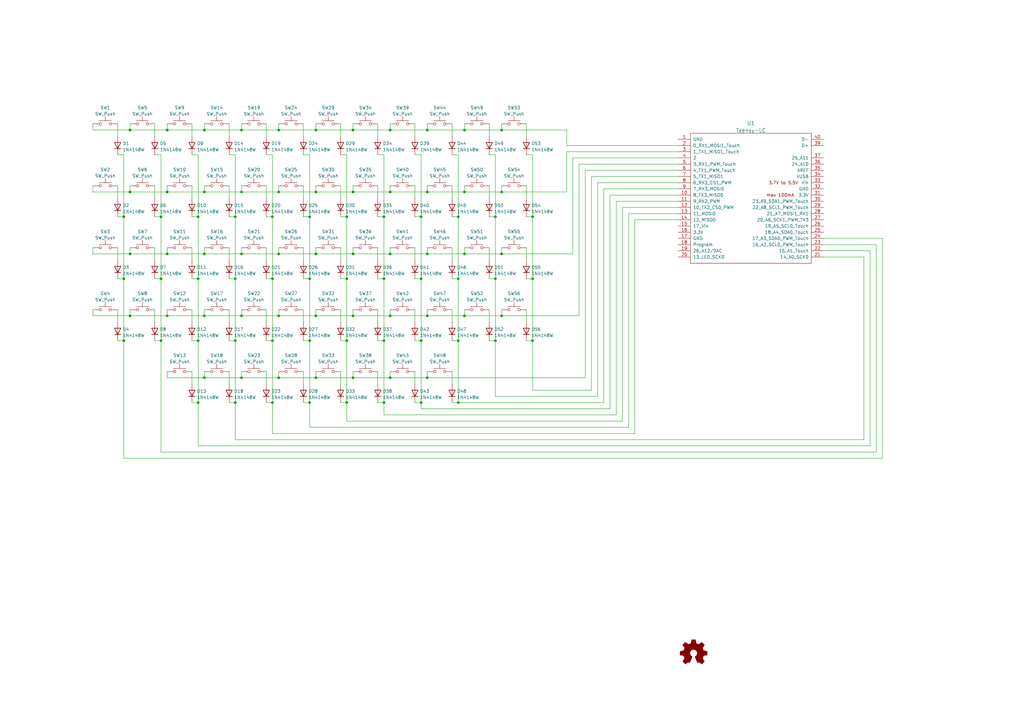
<source format=kicad_sch>
(kicad_sch (version 20211123) (generator eeschema)

  (uuid 1e61231f-0c0e-48bd-beef-c9849ffdfb3d)

  (paper "A3")

  (title_block
    (title "CMDR Mainboard")
    (date "2020-02-04")
    (rev "01")
    (company "CMtec")
  )

  (lib_symbols
    (symbol "Diode:1N4148W" (pin_numbers hide) (pin_names (offset 1.016) hide) (in_bom yes) (on_board yes)
      (property "Reference" "D" (id 0) (at 0 2.54 0)
        (effects (font (size 1.27 1.27)))
      )
      (property "Value" "1N4148W" (id 1) (at 0 -2.54 0)
        (effects (font (size 1.27 1.27)))
      )
      (property "Footprint" "Diode_SMD:D_SOD-123" (id 2) (at 0 -4.445 0)
        (effects (font (size 1.27 1.27)) hide)
      )
      (property "Datasheet" "https://www.vishay.com/docs/85748/1n4148w.pdf" (id 3) (at 0 0 0)
        (effects (font (size 1.27 1.27)) hide)
      )
      (property "ki_keywords" "diode" (id 4) (at 0 0 0)
        (effects (font (size 1.27 1.27)) hide)
      )
      (property "ki_description" "75V 0.15A Fast Switching Diode, SOD-123" (id 5) (at 0 0 0)
        (effects (font (size 1.27 1.27)) hide)
      )
      (property "ki_fp_filters" "D*SOD?123*" (id 6) (at 0 0 0)
        (effects (font (size 1.27 1.27)) hide)
      )
      (symbol "1N4148W_0_1"
        (polyline
          (pts
            (xy -1.27 1.27)
            (xy -1.27 -1.27)
          )
          (stroke (width 0.254) (type default) (color 0 0 0 0))
          (fill (type none))
        )
        (polyline
          (pts
            (xy 1.27 0)
            (xy -1.27 0)
          )
          (stroke (width 0) (type default) (color 0 0 0 0))
          (fill (type none))
        )
        (polyline
          (pts
            (xy 1.27 1.27)
            (xy 1.27 -1.27)
            (xy -1.27 0)
            (xy 1.27 1.27)
          )
          (stroke (width 0.254) (type default) (color 0 0 0 0))
          (fill (type none))
        )
      )
      (symbol "1N4148W_1_1"
        (pin passive line (at -3.81 0 0) (length 2.54)
          (name "K" (effects (font (size 1.27 1.27))))
          (number "1" (effects (font (size 1.27 1.27))))
        )
        (pin passive line (at 3.81 0 180) (length 2.54)
          (name "A" (effects (font (size 1.27 1.27))))
          (number "2" (effects (font (size 1.27 1.27))))
        )
      )
    )
    (symbol "Graphic:Logo_Open_Hardware_Small" (pin_names (offset 1.016)) (in_bom yes) (on_board yes)
      (property "Reference" "#LOGO" (id 0) (at 0 6.985 0)
        (effects (font (size 1.27 1.27)) hide)
      )
      (property "Value" "Logo_Open_Hardware_Small" (id 1) (at 0 -5.715 0)
        (effects (font (size 1.27 1.27)) hide)
      )
      (property "Footprint" "" (id 2) (at 0 0 0)
        (effects (font (size 1.27 1.27)) hide)
      )
      (property "Datasheet" "~" (id 3) (at 0 0 0)
        (effects (font (size 1.27 1.27)) hide)
      )
      (property "ki_keywords" "Logo" (id 4) (at 0 0 0)
        (effects (font (size 1.27 1.27)) hide)
      )
      (property "ki_description" "Open Hardware logo, small" (id 5) (at 0 0 0)
        (effects (font (size 1.27 1.27)) hide)
      )
      (symbol "Logo_Open_Hardware_Small_0_1"
        (polyline
          (pts
            (xy 3.3528 -4.3434)
            (xy 3.302 -4.318)
            (xy 3.175 -4.2418)
            (xy 2.9972 -4.1148)
            (xy 2.7686 -3.9624)
            (xy 2.54 -3.81)
            (xy 2.3622 -3.7084)
            (xy 2.2352 -3.6068)
            (xy 2.1844 -3.5814)
            (xy 2.159 -3.6068)
            (xy 2.0574 -3.6576)
            (xy 1.905 -3.7338)
            (xy 1.8034 -3.7846)
            (xy 1.6764 -3.8354)
            (xy 1.6002 -3.8354)
            (xy 1.6002 -3.8354)
            (xy 1.5494 -3.7338)
            (xy 1.4732 -3.5306)
            (xy 1.3462 -3.302)
            (xy 1.2446 -3.0226)
            (xy 1.1176 -2.7178)
            (xy 0.9652 -2.413)
            (xy 0.8636 -2.1082)
            (xy 0.7366 -1.8288)
            (xy 0.6604 -1.6256)
            (xy 0.6096 -1.4732)
            (xy 0.5842 -1.397)
            (xy 0.5842 -1.397)
            (xy 0.6604 -1.3208)
            (xy 0.7874 -1.2446)
            (xy 1.0414 -1.016)
            (xy 1.2954 -0.6858)
            (xy 1.4478 -0.3302)
            (xy 1.524 0.0762)
            (xy 1.4732 0.4572)
            (xy 1.3208 0.8128)
            (xy 1.0668 1.143)
            (xy 0.762 1.3716)
            (xy 0.4064 1.524)
            (xy 0 1.5748)
            (xy -0.381 1.5494)
            (xy -0.7366 1.397)
            (xy -1.0668 1.143)
            (xy -1.2192 0.9906)
            (xy -1.397 0.6604)
            (xy -1.524 0.3048)
            (xy -1.524 0.2286)
            (xy -1.4986 -0.1778)
            (xy -1.397 -0.5334)
            (xy -1.1938 -0.8636)
            (xy -0.9144 -1.143)
            (xy -0.8636 -1.1684)
            (xy -0.7366 -1.27)
            (xy -0.635 -1.3462)
            (xy -0.5842 -1.397)
            (xy -1.0668 -2.5908)
            (xy -1.143 -2.794)
            (xy -1.2954 -3.1242)
            (xy -1.397 -3.4036)
            (xy -1.4986 -3.6322)
            (xy -1.5748 -3.7846)
            (xy -1.6002 -3.8354)
            (xy -1.6002 -3.8354)
            (xy -1.651 -3.8354)
            (xy -1.7272 -3.81)
            (xy -1.905 -3.7338)
            (xy -2.0066 -3.683)
            (xy -2.1336 -3.6068)
            (xy -2.2098 -3.5814)
            (xy -2.2606 -3.6068)
            (xy -2.3622 -3.683)
            (xy -2.54 -3.81)
            (xy -2.7686 -3.9624)
            (xy -2.9718 -4.0894)
            (xy -3.1496 -4.2164)
            (xy -3.302 -4.318)
            (xy -3.3528 -4.3434)
            (xy -3.3782 -4.3434)
            (xy -3.429 -4.318)
            (xy -3.5306 -4.2164)
            (xy -3.7084 -4.064)
            (xy -3.937 -3.8354)
            (xy -3.9624 -3.81)
            (xy -4.1656 -3.6068)
            (xy -4.318 -3.4544)
            (xy -4.4196 -3.3274)
            (xy -4.445 -3.2766)
            (xy -4.445 -3.2766)
            (xy -4.4196 -3.2258)
            (xy -4.318 -3.0734)
            (xy -4.2164 -2.8956)
            (xy -4.064 -2.667)
            (xy -3.6576 -2.0828)
            (xy -3.8862 -1.5494)
            (xy -3.937 -1.3716)
            (xy -4.0386 -1.1684)
            (xy -4.0894 -1.0414)
            (xy -4.1148 -0.9652)
            (xy -4.191 -0.9398)
            (xy -4.318 -0.9144)
            (xy -4.5466 -0.8636)
            (xy -4.8006 -0.8128)
            (xy -5.0546 -0.7874)
            (xy -5.2578 -0.7366)
            (xy -5.4356 -0.7112)
            (xy -5.5118 -0.6858)
            (xy -5.5118 -0.6858)
            (xy -5.5372 -0.635)
            (xy -5.5372 -0.5588)
            (xy -5.5372 -0.4318)
            (xy -5.5626 -0.2286)
            (xy -5.5626 0.0762)
            (xy -5.5626 0.127)
            (xy -5.5372 0.4064)
            (xy -5.5372 0.635)
            (xy -5.5372 0.762)
            (xy -5.5372 0.8382)
            (xy -5.5372 0.8382)
            (xy -5.461 0.8382)
            (xy -5.3086 0.889)
            (xy -5.08 0.9144)
            (xy -4.826 0.9652)
            (xy -4.8006 0.9906)
            (xy -4.5466 1.0414)
            (xy -4.318 1.0668)
            (xy -4.1656 1.1176)
            (xy -4.0894 1.143)
            (xy -4.0894 1.143)
            (xy -4.0386 1.2446)
            (xy -3.9624 1.4224)
            (xy -3.8608 1.6256)
            (xy -3.7846 1.8288)
            (xy -3.7084 2.0066)
            (xy -3.6576 2.159)
            (xy -3.6322 2.2098)
            (xy -3.6322 2.2098)
            (xy -3.683 2.286)
            (xy -3.7592 2.413)
            (xy -3.8862 2.5908)
            (xy -4.064 2.8194)
            (xy -4.064 2.8448)
            (xy -4.2164 3.0734)
            (xy -4.3434 3.2512)
            (xy -4.4196 3.3782)
            (xy -4.445 3.4544)
            (xy -4.445 3.4544)
            (xy -4.3942 3.5052)
            (xy -4.2926 3.6322)
            (xy -4.1148 3.81)
            (xy -3.937 4.0132)
            (xy -3.8608 4.064)
            (xy -3.6576 4.2926)
            (xy -3.5052 4.4196)
            (xy -3.4036 4.4958)
            (xy -3.3528 4.5212)
            (xy -3.3528 4.5212)
            (xy -3.302 4.4704)
            (xy -3.1496 4.3688)
            (xy -2.9718 4.2418)
            (xy -2.7432 4.0894)
            (xy -2.7178 4.0894)
            (xy -2.4892 3.937)
            (xy -2.3114 3.81)
            (xy -2.1844 3.7084)
            (xy -2.1336 3.683)
            (xy -2.1082 3.683)
            (xy -2.032 3.7084)
            (xy -1.8542 3.7592)
            (xy -1.6764 3.8354)
            (xy -1.4732 3.937)
            (xy -1.27 4.0132)
            (xy -1.143 4.064)
            (xy -1.0668 4.1148)
            (xy -1.0668 4.1148)
            (xy -1.0414 4.191)
            (xy -1.016 4.3434)
            (xy -0.9652 4.572)
            (xy -0.9144 4.8514)
            (xy -0.889 4.9022)
            (xy -0.8382 5.1562)
            (xy -0.8128 5.3848)
            (xy -0.7874 5.5372)
            (xy -0.762 5.588)
            (xy -0.7112 5.6134)
            (xy -0.5842 5.6134)
            (xy -0.4064 5.6134)
            (xy -0.1524 5.6134)
            (xy 0.0762 5.6134)
            (xy 0.3302 5.6134)
            (xy 0.5334 5.6134)
            (xy 0.6858 5.588)
            (xy 0.7366 5.588)
            (xy 0.7366 5.588)
            (xy 0.762 5.5118)
            (xy 0.8128 5.334)
            (xy 0.8382 5.1054)
            (xy 0.9144 4.826)
            (xy 0.9144 4.7752)
            (xy 0.9652 4.5212)
            (xy 1.016 4.2926)
            (xy 1.0414 4.1402)
            (xy 1.0668 4.0894)
            (xy 1.0668 4.0894)
            (xy 1.1938 4.0386)
            (xy 1.3716 3.9624)
            (xy 1.5748 3.8608)
            (xy 2.0828 3.6576)
            (xy 2.7178 4.0894)
            (xy 2.7686 4.1402)
            (xy 2.9972 4.2926)
            (xy 3.175 4.4196)
            (xy 3.302 4.4958)
            (xy 3.3782 4.5212)
            (xy 3.3782 4.5212)
            (xy 3.429 4.4704)
            (xy 3.556 4.3434)
            (xy 3.7338 4.191)
            (xy 3.9116 3.9878)
            (xy 4.064 3.8354)
            (xy 4.2418 3.6576)
            (xy 4.3434 3.556)
            (xy 4.4196 3.4798)
            (xy 4.4196 3.429)
            (xy 4.4196 3.4036)
            (xy 4.3942 3.3274)
            (xy 4.2926 3.2004)
            (xy 4.1656 2.9972)
            (xy 4.0132 2.794)
            (xy 3.8862 2.5908)
            (xy 3.7592 2.3876)
            (xy 3.6576 2.2352)
            (xy 3.6322 2.159)
            (xy 3.6322 2.1336)
            (xy 3.683 2.0066)
            (xy 3.7592 1.8288)
            (xy 3.8608 1.6002)
            (xy 4.064 1.1176)
            (xy 4.3942 1.0414)
            (xy 4.5974 1.016)
            (xy 4.8768 0.9652)
            (xy 5.1308 0.9144)
            (xy 5.5372 0.8382)
            (xy 5.5626 -0.6604)
            (xy 5.4864 -0.6858)
            (xy 5.4356 -0.6858)
            (xy 5.2832 -0.7366)
            (xy 5.0546 -0.762)
            (xy 4.8006 -0.8128)
            (xy 4.5974 -0.8636)
            (xy 4.3688 -0.9144)
            (xy 4.2164 -0.9398)
            (xy 4.1402 -0.9398)
            (xy 4.1148 -0.9652)
            (xy 4.064 -1.0668)
            (xy 3.9878 -1.2446)
            (xy 3.9116 -1.4478)
            (xy 3.81 -1.651)
            (xy 3.7338 -1.8542)
            (xy 3.683 -2.0066)
            (xy 3.6576 -2.0828)
            (xy 3.683 -2.1336)
            (xy 3.7846 -2.2606)
            (xy 3.8862 -2.4638)
            (xy 4.0386 -2.667)
            (xy 4.191 -2.8956)
            (xy 4.318 -3.0734)
            (xy 4.3942 -3.2004)
            (xy 4.445 -3.2766)
            (xy 4.4196 -3.3274)
            (xy 4.3434 -3.429)
            (xy 4.1656 -3.5814)
            (xy 3.937 -3.8354)
            (xy 3.8862 -3.8608)
            (xy 3.683 -4.064)
            (xy 3.5306 -4.2164)
            (xy 3.4036 -4.318)
            (xy 3.3528 -4.3434)
          )
          (stroke (width 0) (type default) (color 0 0 0 0))
          (fill (type outline))
        )
      )
    )
    (symbol "Switch:SW_Push" (pin_numbers hide) (pin_names (offset 1.016) hide) (in_bom yes) (on_board yes)
      (property "Reference" "SW" (id 0) (at 1.27 2.54 0)
        (effects (font (size 1.27 1.27)) (justify left))
      )
      (property "Value" "SW_Push" (id 1) (at 0 -1.524 0)
        (effects (font (size 1.27 1.27)))
      )
      (property "Footprint" "" (id 2) (at 0 5.08 0)
        (effects (font (size 1.27 1.27)) hide)
      )
      (property "Datasheet" "~" (id 3) (at 0 5.08 0)
        (effects (font (size 1.27 1.27)) hide)
      )
      (property "ki_keywords" "switch normally-open pushbutton push-button" (id 4) (at 0 0 0)
        (effects (font (size 1.27 1.27)) hide)
      )
      (property "ki_description" "Push button switch, generic, two pins" (id 5) (at 0 0 0)
        (effects (font (size 1.27 1.27)) hide)
      )
      (symbol "SW_Push_0_1"
        (circle (center -2.032 0) (radius 0.508)
          (stroke (width 0) (type default) (color 0 0 0 0))
          (fill (type none))
        )
        (polyline
          (pts
            (xy 0 1.27)
            (xy 0 3.048)
          )
          (stroke (width 0) (type default) (color 0 0 0 0))
          (fill (type none))
        )
        (polyline
          (pts
            (xy 2.54 1.27)
            (xy -2.54 1.27)
          )
          (stroke (width 0) (type default) (color 0 0 0 0))
          (fill (type none))
        )
        (circle (center 2.032 0) (radius 0.508)
          (stroke (width 0) (type default) (color 0 0 0 0))
          (fill (type none))
        )
        (pin passive line (at -5.08 0 0) (length 2.54)
          (name "1" (effects (font (size 1.27 1.27))))
          (number "1" (effects (font (size 1.27 1.27))))
        )
        (pin passive line (at 5.08 0 180) (length 2.54)
          (name "2" (effects (font (size 1.27 1.27))))
          (number "2" (effects (font (size 1.27 1.27))))
        )
      )
    )
    (symbol "teensy:Teensy-LC" (pin_names (offset 1.016)) (in_bom yes) (on_board yes)
      (property "Reference" "U" (id 0) (at 0 29.21 0)
        (effects (font (size 1.524 1.524)))
      )
      (property "Value" "Teensy-LC" (id 1) (at 0 -29.21 0)
        (effects (font (size 1.524 1.524)))
      )
      (property "Footprint" "" (id 2) (at 0 -13.97 0)
        (effects (font (size 1.524 1.524)))
      )
      (property "Datasheet" "" (id 3) (at 0 -13.97 0)
        (effects (font (size 1.524 1.524)))
      )
      (symbol "Teensy-LC_0_0"
        (text "3.7V to 5.5V" (at 13.97 6.35 0)
          (effects (font (size 1.27 1.27)))
        )
        (text "max 100mA" (at 12.7 1.27 0)
          (effects (font (size 1.27 1.27)))
        )
      )
      (symbol "Teensy-LC_0_1"
        (rectangle (start -24.13 26.67) (end 25.4 -26.67)
          (stroke (width 0) (type default) (color 0 0 0 0))
          (fill (type none))
        )
      )
      (symbol "Teensy-LC_1_1"
        (pin power_in line (at -29.21 24.13 0) (length 5.08)
          (name "GND" (effects (font (size 1.27 1.27))))
          (number "1" (effects (font (size 1.27 1.27))))
        )
        (pin bidirectional line (at -29.21 1.27 0) (length 5.08)
          (name "8_TX3_MISO0" (effects (font (size 1.27 1.27))))
          (number "10" (effects (font (size 1.27 1.27))))
        )
        (pin bidirectional line (at -29.21 -1.27 0) (length 5.08)
          (name "9_RX2_PWM" (effects (font (size 1.27 1.27))))
          (number "11" (effects (font (size 1.27 1.27))))
        )
        (pin bidirectional line (at -29.21 -3.81 0) (length 5.08)
          (name "10_TX2_CS0_PWM" (effects (font (size 1.27 1.27))))
          (number "12" (effects (font (size 1.27 1.27))))
        )
        (pin bidirectional line (at -29.21 -6.35 0) (length 5.08)
          (name "11_MOSI0" (effects (font (size 1.27 1.27))))
          (number "13" (effects (font (size 1.27 1.27))))
        )
        (pin bidirectional line (at -29.21 -8.89 0) (length 5.08)
          (name "12_MISO0" (effects (font (size 1.27 1.27))))
          (number "14" (effects (font (size 1.27 1.27))))
        )
        (pin output line (at -29.21 -11.43 0) (length 5.08)
          (name "17_Vin" (effects (font (size 1.27 1.27))))
          (number "15" (effects (font (size 1.27 1.27))))
        )
        (pin power_in line (at -29.21 -13.97 0) (length 5.08)
          (name "3.3V" (effects (font (size 1.27 1.27))))
          (number "16" (effects (font (size 1.27 1.27))))
        )
        (pin power_in line (at -29.21 -16.51 0) (length 5.08)
          (name "GND" (effects (font (size 1.27 1.27))))
          (number "17" (effects (font (size 1.27 1.27))))
        )
        (pin input line (at -29.21 -19.05 0) (length 5.08)
          (name "Program" (effects (font (size 1.27 1.27))))
          (number "18" (effects (font (size 1.27 1.27))))
        )
        (pin bidirectional line (at -29.21 -21.59 0) (length 5.08)
          (name "26_A12/DAC" (effects (font (size 1.27 1.27))))
          (number "19" (effects (font (size 1.27 1.27))))
        )
        (pin bidirectional line (at -29.21 21.59 0) (length 5.08)
          (name "0_RX1_MOSI1_Touch" (effects (font (size 1.27 1.27))))
          (number "2" (effects (font (size 1.27 1.27))))
        )
        (pin bidirectional line (at -29.21 -24.13 0) (length 5.08)
          (name "13_LED_SCK0" (effects (font (size 1.27 1.27))))
          (number "20" (effects (font (size 1.27 1.27))))
        )
        (pin bidirectional line (at 30.48 -24.13 180) (length 5.08)
          (name "14_A0_SCK0" (effects (font (size 1.27 1.27))))
          (number "21" (effects (font (size 1.27 1.27))))
        )
        (pin bidirectional line (at 30.48 -21.59 180) (length 5.08)
          (name "15_A1_Touch" (effects (font (size 1.27 1.27))))
          (number "22" (effects (font (size 1.27 1.27))))
        )
        (pin bidirectional line (at 30.48 -19.05 180) (length 5.08)
          (name "16_A2_SCL0_PWM_Touch" (effects (font (size 1.27 1.27))))
          (number "23" (effects (font (size 1.27 1.27))))
        )
        (pin bidirectional line (at 30.48 -16.51 180) (length 5.08)
          (name "17_A3_SDA0_PWM_Touch" (effects (font (size 1.27 1.27))))
          (number "24" (effects (font (size 1.27 1.27))))
        )
        (pin bidirectional line (at 30.48 -13.97 180) (length 5.08)
          (name "18_A4_SDA0_Touch" (effects (font (size 1.27 1.27))))
          (number "25" (effects (font (size 1.27 1.27))))
        )
        (pin bidirectional line (at 30.48 -11.43 180) (length 5.08)
          (name "19_A5_SCL0_Touch" (effects (font (size 1.27 1.27))))
          (number "26" (effects (font (size 1.27 1.27))))
        )
        (pin bidirectional line (at 30.48 -8.89 180) (length 5.08)
          (name "20_A6_SCK1_PWM_TX3" (effects (font (size 1.27 1.27))))
          (number "27" (effects (font (size 1.27 1.27))))
        )
        (pin bidirectional line (at 30.48 -6.35 180) (length 5.08)
          (name "21_A7_MOSI1_RX1" (effects (font (size 1.27 1.27))))
          (number "28" (effects (font (size 1.27 1.27))))
        )
        (pin bidirectional line (at 30.48 -3.81 180) (length 5.08)
          (name "22_A8_SCL1_PWM_Touch" (effects (font (size 1.27 1.27))))
          (number "29" (effects (font (size 1.27 1.27))))
        )
        (pin bidirectional line (at -29.21 19.05 0) (length 5.08)
          (name "1_TX1_MISO1_Touch" (effects (font (size 1.27 1.27))))
          (number "3" (effects (font (size 1.27 1.27))))
        )
        (pin bidirectional line (at 30.48 -1.27 180) (length 5.08)
          (name "23_A9_SDA1_PWM_Touch" (effects (font (size 1.27 1.27))))
          (number "30" (effects (font (size 1.27 1.27))))
        )
        (pin power_out line (at 30.48 1.27 180) (length 5.08)
          (name "3.3V" (effects (font (size 1.27 1.27))))
          (number "31" (effects (font (size 1.27 1.27))))
        )
        (pin power_in line (at 30.48 3.81 180) (length 5.08)
          (name "GND" (effects (font (size 1.27 1.27))))
          (number "32" (effects (font (size 1.27 1.27))))
        )
        (pin power_in line (at 30.48 6.35 180) (length 5.08)
          (name "Vin" (effects (font (size 1.27 1.27))))
          (number "33" (effects (font (size 1.27 1.27))))
        )
        (pin power_in line (at 30.48 8.89 180) (length 5.08)
          (name "VUSB" (effects (font (size 1.27 1.27))))
          (number "34" (effects (font (size 1.27 1.27))))
        )
        (pin input line (at 30.48 11.43 180) (length 5.08)
          (name "AREF" (effects (font (size 1.27 1.27))))
          (number "35" (effects (font (size 1.27 1.27))))
        )
        (pin bidirectional line (at 30.48 13.97 180) (length 5.08)
          (name "24_A10" (effects (font (size 1.27 1.27))))
          (number "36" (effects (font (size 1.27 1.27))))
        )
        (pin bidirectional line (at 30.48 16.51 180) (length 5.08)
          (name "25_A11" (effects (font (size 1.27 1.27))))
          (number "37" (effects (font (size 1.27 1.27))))
        )
        (pin bidirectional line (at 30.48 21.59 180) (length 5.08)
          (name "D+" (effects (font (size 1.27 1.27))))
          (number "39" (effects (font (size 1.27 1.27))))
        )
        (pin bidirectional line (at -29.21 16.51 0) (length 5.08)
          (name "2" (effects (font (size 1.27 1.27))))
          (number "4" (effects (font (size 1.27 1.27))))
        )
        (pin bidirectional line (at 30.48 24.13 180) (length 5.08)
          (name "D-" (effects (font (size 1.27 1.27))))
          (number "40" (effects (font (size 1.27 1.27))))
        )
        (pin bidirectional line (at -29.21 13.97 0) (length 5.08)
          (name "3_RX1_PWM_Touch" (effects (font (size 1.27 1.27))))
          (number "5" (effects (font (size 1.27 1.27))))
        )
        (pin bidirectional line (at -29.21 11.43 0) (length 5.08)
          (name "4_TX1_PWM_Touch" (effects (font (size 1.27 1.27))))
          (number "6" (effects (font (size 1.27 1.27))))
        )
        (pin bidirectional line (at -29.21 8.89 0) (length 5.08)
          (name "5_TX1_MISO1" (effects (font (size 1.27 1.27))))
          (number "7" (effects (font (size 1.27 1.27))))
        )
        (pin bidirectional line (at -29.21 6.35 0) (length 5.08)
          (name "6_RX3_CS1_PWM" (effects (font (size 1.27 1.27))))
          (number "8" (effects (font (size 1.27 1.27))))
        )
        (pin bidirectional line (at -29.21 3.81 0) (length 5.08)
          (name "7_RX3_MOSI0" (effects (font (size 1.27 1.27))))
          (number "9" (effects (font (size 1.27 1.27))))
        )
      )
    )
  )

  (junction (at 129.54 78.74) (diameter 0) (color 0 0 0 0)
    (uuid 0097fe19-d6af-4ba2-a7a1-6cd9433f8e79)
  )
  (junction (at 157.48 114.3) (diameter 0) (color 0 0 0 0)
    (uuid 0436f22d-cebe-4d0e-a69c-7ad4e1a3deaf)
  )
  (junction (at 142.24 165.1) (diameter 0) (color 0 0 0 0)
    (uuid 053a901d-ac9f-41a8-a379-894762b7e033)
  )
  (junction (at 127 139.7) (diameter 0) (color 0 0 0 0)
    (uuid 05afd369-68f8-45d3-93da-113f49f6eaaf)
  )
  (junction (at 114.3 104.14) (diameter 0) (color 0 0 0 0)
    (uuid 05eb92b7-7a25-43a3-8990-54fd6af3e9ff)
  )
  (junction (at 68.58 104.14) (diameter 0) (color 0 0 0 0)
    (uuid 07c76ce7-b77d-4475-900a-c72e898c11fe)
  )
  (junction (at 53.34 53.34) (diameter 0) (color 0 0 0 0)
    (uuid 088beff8-4eb1-4939-8372-14e996c7f1be)
  )
  (junction (at 144.78 53.34) (diameter 0) (color 0 0 0 0)
    (uuid 0cb988db-bd02-4c84-8015-0f90d90ffd28)
  )
  (junction (at 68.58 78.74) (diameter 0) (color 0 0 0 0)
    (uuid 0cc5ca91-703e-454b-9ccf-ba64ea26d707)
  )
  (junction (at 83.82 129.54) (diameter 0) (color 0 0 0 0)
    (uuid 0cd63bcd-bd84-42f4-b4b5-2b5926072555)
  )
  (junction (at 218.44 139.7) (diameter 0) (color 0 0 0 0)
    (uuid 0e477dda-f8db-4a52-aaf4-5e05de317476)
  )
  (junction (at 81.28 139.7) (diameter 0) (color 0 0 0 0)
    (uuid 0efe99c7-ac35-4ead-8d1b-ecfe9eeebc54)
  )
  (junction (at 127 114.3) (diameter 0) (color 0 0 0 0)
    (uuid 1cc60b50-c0ad-4eb3-8bbc-dcf28dfd5a28)
  )
  (junction (at 96.52 114.3) (diameter 0) (color 0 0 0 0)
    (uuid 1fae3526-efdd-42b5-ac14-2fe68ef81ad2)
  )
  (junction (at 83.82 78.74) (diameter 0) (color 0 0 0 0)
    (uuid 22a68eed-aba7-46cc-b56f-3b75866a45f5)
  )
  (junction (at 190.5 129.54) (diameter 0) (color 0 0 0 0)
    (uuid 24562532-3004-438d-a425-6d38488a2954)
  )
  (junction (at 114.3 129.54) (diameter 0) (color 0 0 0 0)
    (uuid 261c10c3-6d1b-4e9d-8ea0-24ec3a0a5f82)
  )
  (junction (at 175.26 53.34) (diameter 0) (color 0 0 0 0)
    (uuid 284873f0-b318-45f0-836d-c6ba0e99a403)
  )
  (junction (at 175.26 129.54) (diameter 0) (color 0 0 0 0)
    (uuid 289fd10b-c2b1-48d8-9507-825880d40ba4)
  )
  (junction (at 66.04 88.9) (diameter 0) (color 0 0 0 0)
    (uuid 28e099d3-ad56-4ec9-8747-afd3e2a7d3e0)
  )
  (junction (at 205.74 53.34) (diameter 0) (color 0 0 0 0)
    (uuid 2ba2ab33-2e2f-4299-884f-a76545cd71ac)
  )
  (junction (at 53.34 78.74) (diameter 0) (color 0 0 0 0)
    (uuid 311feeac-7846-4b7c-8025-9049f68e31ce)
  )
  (junction (at 144.78 104.14) (diameter 0) (color 0 0 0 0)
    (uuid 34b23bbd-9f0e-43f6-849e-6fa34b8d4eaf)
  )
  (junction (at 205.74 78.74) (diameter 0) (color 0 0 0 0)
    (uuid 34fb3dcd-6461-494e-a4f9-6280f4085ced)
  )
  (junction (at 187.96 88.9) (diameter 0) (color 0 0 0 0)
    (uuid 35c0d267-df04-4d8c-8522-a8d2ba84f399)
  )
  (junction (at 81.28 88.9) (diameter 0) (color 0 0 0 0)
    (uuid 361392b7-aca9-4ba6-b4d4-6acf82ed55b3)
  )
  (junction (at 81.28 165.1) (diameter 0) (color 0 0 0 0)
    (uuid 364337f3-0b6f-4704-9f2d-d7a9a461ce7e)
  )
  (junction (at 205.74 104.14) (diameter 0) (color 0 0 0 0)
    (uuid 392247bc-2dbe-4ce8-ba02-b4cc0c3c31bf)
  )
  (junction (at 99.06 129.54) (diameter 0) (color 0 0 0 0)
    (uuid 3e2ec035-11d8-4f15-a0d1-9338d6c5e60f)
  )
  (junction (at 142.24 139.7) (diameter 0) (color 0 0 0 0)
    (uuid 3e619cb0-ccf0-42f3-9d05-c9a1d7071a4d)
  )
  (junction (at 129.54 154.94) (diameter 0) (color 0 0 0 0)
    (uuid 430d4e42-591f-400f-92b6-6889ec5c17fd)
  )
  (junction (at 111.76 88.9) (diameter 0) (color 0 0 0 0)
    (uuid 438f65c2-169f-44dc-b09e-cdaba2829899)
  )
  (junction (at 187.96 114.3) (diameter 0) (color 0 0 0 0)
    (uuid 454715e5-da07-46d7-9436-e15c8d612055)
  )
  (junction (at 203.2 88.9) (diameter 0) (color 0 0 0 0)
    (uuid 45f37bfd-2f33-4311-94cf-683070d6d763)
  )
  (junction (at 50.8 139.7) (diameter 0) (color 0 0 0 0)
    (uuid 4c291c8c-7abb-4cbd-9854-43be6396e47f)
  )
  (junction (at 111.76 165.1) (diameter 0) (color 0 0 0 0)
    (uuid 4cb09d8e-431c-4899-8472-4bc8b5458f78)
  )
  (junction (at 175.26 78.74) (diameter 0) (color 0 0 0 0)
    (uuid 4da7e9eb-3066-4d99-b29e-7b5e113de5b7)
  )
  (junction (at 68.58 53.34) (diameter 0) (color 0 0 0 0)
    (uuid 4e770193-7277-48e1-98d7-eec7d48d5770)
  )
  (junction (at 142.24 114.3) (diameter 0) (color 0 0 0 0)
    (uuid 519fe0da-d243-4f5d-8941-18148d3f0286)
  )
  (junction (at 218.44 88.9) (diameter 0) (color 0 0 0 0)
    (uuid 51a5dcfc-29dd-483f-8eec-7ba4f95e2bfc)
  )
  (junction (at 160.02 104.14) (diameter 0) (color 0 0 0 0)
    (uuid 53619602-45fe-421d-b309-30aaaf948890)
  )
  (junction (at 157.48 165.1) (diameter 0) (color 0 0 0 0)
    (uuid 556e8bf9-8e38-4bab-849b-6c8ff9468b2a)
  )
  (junction (at 66.04 139.7) (diameter 0) (color 0 0 0 0)
    (uuid 5581a04b-3db2-4284-b3f9-025076acdeb9)
  )
  (junction (at 96.52 88.9) (diameter 0) (color 0 0 0 0)
    (uuid 58a6da8a-e31f-4a78-87d9-34df32d4ba3e)
  )
  (junction (at 190.5 53.34) (diameter 0) (color 0 0 0 0)
    (uuid 596e199c-6a68-4e7f-9ffe-6a8b1c5b96c2)
  )
  (junction (at 157.48 88.9) (diameter 0) (color 0 0 0 0)
    (uuid 60731c66-5b39-4b1a-af9d-f163420198bb)
  )
  (junction (at 190.5 78.74) (diameter 0) (color 0 0 0 0)
    (uuid 65cf4ae1-9d6a-44d7-8ae0-b3faffcf94d9)
  )
  (junction (at 160.02 53.34) (diameter 0) (color 0 0 0 0)
    (uuid 6aebf8a0-fbd4-4852-a305-2671446a1fc5)
  )
  (junction (at 187.96 165.1) (diameter 0) (color 0 0 0 0)
    (uuid 6caaf4f4-62e0-43f6-a97a-e802571c740e)
  )
  (junction (at 190.5 104.14) (diameter 0) (color 0 0 0 0)
    (uuid 6d300ac3-2e73-4f41-97bc-5e3c35bc3676)
  )
  (junction (at 50.8 114.3) (diameter 0) (color 0 0 0 0)
    (uuid 71ed6294-be95-42bf-9a83-2e55abcc5788)
  )
  (junction (at 205.74 129.54) (diameter 0) (color 0 0 0 0)
    (uuid 72b638f4-91c0-45b7-b113-044b3c68c362)
  )
  (junction (at 111.76 139.7) (diameter 0) (color 0 0 0 0)
    (uuid 736ea99e-6d16-4121-9e61-ef6a28a8722e)
  )
  (junction (at 50.8 88.9) (diameter 0) (color 0 0 0 0)
    (uuid 74b4d0b3-7089-43ad-9d1c-323ddaec9718)
  )
  (junction (at 144.78 129.54) (diameter 0) (color 0 0 0 0)
    (uuid 752fdf3b-197b-41d4-afca-51313542aee4)
  )
  (junction (at 157.48 139.7) (diameter 0) (color 0 0 0 0)
    (uuid 77551c66-aa64-425a-a77e-92edc8503013)
  )
  (junction (at 203.2 139.7) (diameter 0) (color 0 0 0 0)
    (uuid 77b653f9-d592-4f00-8f9a-4a5566031851)
  )
  (junction (at 187.96 139.7) (diameter 0) (color 0 0 0 0)
    (uuid 7af1f421-177a-44f2-a01d-08e4329dacb0)
  )
  (junction (at 129.54 104.14) (diameter 0) (color 0 0 0 0)
    (uuid 7b4133fd-1346-499d-ad2d-0cdab34c5804)
  )
  (junction (at 160.02 78.74) (diameter 0) (color 0 0 0 0)
    (uuid 7f63ffd5-06b7-40bf-994a-32f05508a22e)
  )
  (junction (at 172.72 114.3) (diameter 0) (color 0 0 0 0)
    (uuid 7fe18c1d-19e4-4ab9-8fa8-c4af21c03225)
  )
  (junction (at 127 88.9) (diameter 0) (color 0 0 0 0)
    (uuid 826bbc6f-01c8-41c6-87ca-fca8133493d3)
  )
  (junction (at 129.54 129.54) (diameter 0) (color 0 0 0 0)
    (uuid 8be9a1ed-3c7b-4171-9292-76232c325809)
  )
  (junction (at 53.34 129.54) (diameter 0) (color 0 0 0 0)
    (uuid 901e99af-5e62-47e3-91c9-ef1a1ff92c7b)
  )
  (junction (at 83.82 154.94) (diameter 0) (color 0 0 0 0)
    (uuid 92c1b1a6-6951-48de-b5d8-0fb316f6146c)
  )
  (junction (at 114.3 53.34) (diameter 0) (color 0 0 0 0)
    (uuid 9307bb91-db2c-4a5c-adb3-3e3d388bcfba)
  )
  (junction (at 68.58 129.54) (diameter 0) (color 0 0 0 0)
    (uuid 9383e816-2f1c-48e3-9cad-f8cdc94ce1b1)
  )
  (junction (at 99.06 154.94) (diameter 0) (color 0 0 0 0)
    (uuid 98648f3d-5bee-43bc-a1f5-51ac34e010c9)
  )
  (junction (at 83.82 53.34) (diameter 0) (color 0 0 0 0)
    (uuid 9960ae05-22ab-47f5-8f79-428ae075cd99)
  )
  (junction (at 99.06 104.14) (diameter 0) (color 0 0 0 0)
    (uuid 99edc263-94d6-401f-9e3a-79c38e6abc9a)
  )
  (junction (at 99.06 78.74) (diameter 0) (color 0 0 0 0)
    (uuid 9f9369d9-9263-4e72-97fa-bac695e5fd82)
  )
  (junction (at 83.82 104.14) (diameter 0) (color 0 0 0 0)
    (uuid a5529d8b-5dcb-4110-bc28-b40c63a6b8a7)
  )
  (junction (at 66.04 114.3) (diameter 0) (color 0 0 0 0)
    (uuid a59db446-b20a-4412-b17b-d559139407ea)
  )
  (junction (at 172.72 88.9) (diameter 0) (color 0 0 0 0)
    (uuid aa142c3b-7bdd-4811-9d17-d96054a823d2)
  )
  (junction (at 160.02 129.54) (diameter 0) (color 0 0 0 0)
    (uuid af46ffe7-834d-4b8c-be48-572e97a1d7d5)
  )
  (junction (at 129.54 53.34) (diameter 0) (color 0 0 0 0)
    (uuid b23eb97e-8cda-4ef5-b067-5f113fd1b0d0)
  )
  (junction (at 175.26 154.94) (diameter 0) (color 0 0 0 0)
    (uuid bef18d40-650b-4f6c-b9e2-8342d1a4c529)
  )
  (junction (at 144.78 154.94) (diameter 0) (color 0 0 0 0)
    (uuid c8d243ea-ac94-411c-92d0-cb4a6ffde5ac)
  )
  (junction (at 96.52 139.7) (diameter 0) (color 0 0 0 0)
    (uuid ccc2fec1-1bef-4387-955d-c5cf2b42f60f)
  )
  (junction (at 218.44 114.3) (diameter 0) (color 0 0 0 0)
    (uuid d1998efa-b870-4430-868b-fa316150ffb9)
  )
  (junction (at 111.76 114.3) (diameter 0) (color 0 0 0 0)
    (uuid d2e64981-d22d-47c8-87e0-1a8ba8f272f6)
  )
  (junction (at 203.2 114.3) (diameter 0) (color 0 0 0 0)
    (uuid d8f7943f-1b63-469b-97ef-8c7768ba571d)
  )
  (junction (at 127 165.1) (diameter 0) (color 0 0 0 0)
    (uuid df4dbb2c-dc3b-4949-ab27-6716e713d171)
  )
  (junction (at 172.72 165.1) (diameter 0) (color 0 0 0 0)
    (uuid e13da96b-06c7-4539-86de-9d2da1e7d4ac)
  )
  (junction (at 175.26 104.14) (diameter 0) (color 0 0 0 0)
    (uuid e35f0c3e-3744-4351-9ec8-75c5132f051e)
  )
  (junction (at 160.02 154.94) (diameter 0) (color 0 0 0 0)
    (uuid e7625bcf-03bf-4b3f-890d-83afbd711555)
  )
  (junction (at 81.28 114.3) (diameter 0) (color 0 0 0 0)
    (uuid e7b37a48-98d4-4f0c-9bee-32ed9f3c920f)
  )
  (junction (at 144.78 78.74) (diameter 0) (color 0 0 0 0)
    (uuid e8e99b19-a133-4e75-87da-51bff19a04b1)
  )
  (junction (at 142.24 88.9) (diameter 0) (color 0 0 0 0)
    (uuid ea9faefe-4ed1-452b-95ad-7f5f479affef)
  )
  (junction (at 114.3 78.74) (diameter 0) (color 0 0 0 0)
    (uuid eb5e8f90-d56c-44a3-bee5-97ded82402c6)
  )
  (junction (at 99.06 53.34) (diameter 0) (color 0 0 0 0)
    (uuid ebb4eb03-b4a4-4348-8f2f-82659479cc43)
  )
  (junction (at 53.34 104.14) (diameter 0) (color 0 0 0 0)
    (uuid ecd2d620-cfdb-4e2a-ad7a-e30b61d4d782)
  )
  (junction (at 114.3 154.94) (diameter 0) (color 0 0 0 0)
    (uuid eee5d0c9-3d7d-4cfa-b755-ad31865d773a)
  )
  (junction (at 172.72 139.7) (diameter 0) (color 0 0 0 0)
    (uuid fcbf17ff-cecd-44f5-bf68-01282c85e362)
  )
  (junction (at 96.52 165.1) (diameter 0) (color 0 0 0 0)
    (uuid fcf05998-db7e-4fcc-891a-56b709bb0733)
  )

  (wire (pts (xy 160.02 101.6) (xy 160.02 104.14))
    (stroke (width 0) (type default) (color 0 0 0 0))
    (uuid 00068ae9-5404-4147-9c06-74ab9a771870)
  )
  (wire (pts (xy 129.54 101.6) (xy 129.54 104.14))
    (stroke (width 0) (type default) (color 0 0 0 0))
    (uuid 01640430-7e3d-4011-83b0-3379c2083212)
  )
  (wire (pts (xy 144.78 78.74) (xy 160.02 78.74))
    (stroke (width 0) (type default) (color 0 0 0 0))
    (uuid 02c3f37d-8671-4fdc-a753-8a10ddd52a0f)
  )
  (wire (pts (xy 48.26 76.2) (xy 48.26 81.28))
    (stroke (width 0) (type default) (color 0 0 0 0))
    (uuid 03edb757-7dae-4f78-bddc-19a71947e376)
  )
  (wire (pts (xy 144.78 53.34) (xy 160.02 53.34))
    (stroke (width 0) (type default) (color 0 0 0 0))
    (uuid 041f49ed-e2df-4c78-ae49-6c038fee7a2d)
  )
  (wire (pts (xy 185.42 101.6) (xy 185.42 106.68))
    (stroke (width 0) (type default) (color 0 0 0 0))
    (uuid 054a6a48-42d2-4d17-bdab-a0f4fe354819)
  )
  (wire (pts (xy 111.76 63.5) (xy 111.76 88.9))
    (stroke (width 0) (type default) (color 0 0 0 0))
    (uuid 05720852-0fc1-4612-bef6-10bb1ce8cf31)
  )
  (wire (pts (xy 232.41 53.34) (xy 232.41 59.69))
    (stroke (width 0) (type default) (color 0 0 0 0))
    (uuid 059c0242-cb85-4042-bf7b-714868cbb9c2)
  )
  (wire (pts (xy 200.66 63.5) (xy 203.2 63.5))
    (stroke (width 0) (type default) (color 0 0 0 0))
    (uuid 07e1d06a-c4fd-4e3d-a722-15076718cdac)
  )
  (wire (pts (xy 109.22 88.9) (xy 111.76 88.9))
    (stroke (width 0) (type default) (color 0 0 0 0))
    (uuid 07f89df9-f924-464d-96e4-9ca5e310c294)
  )
  (wire (pts (xy 66.04 185.42) (xy 359.41 185.42))
    (stroke (width 0) (type default) (color 0 0 0 0))
    (uuid 08a0aee0-94c8-486f-9d01-4999d857beee)
  )
  (wire (pts (xy 68.58 101.6) (xy 68.58 104.14))
    (stroke (width 0) (type default) (color 0 0 0 0))
    (uuid 08f93106-f18c-4cd4-b3c2-bbab9c9fb2a9)
  )
  (wire (pts (xy 172.72 165.1) (xy 172.72 167.64))
    (stroke (width 0) (type default) (color 0 0 0 0))
    (uuid 09338e30-2c56-45cf-b079-b469b7c002cf)
  )
  (wire (pts (xy 160.02 78.74) (xy 175.26 78.74))
    (stroke (width 0) (type default) (color 0 0 0 0))
    (uuid 0bc48160-9cda-4fcf-8c7e-1b99d45d5718)
  )
  (wire (pts (xy 111.76 88.9) (xy 111.76 114.3))
    (stroke (width 0) (type default) (color 0 0 0 0))
    (uuid 0c14a570-0424-44d5-bb4e-73cf563bd9a0)
  )
  (wire (pts (xy 81.28 114.3) (xy 81.28 139.7))
    (stroke (width 0) (type default) (color 0 0 0 0))
    (uuid 0f56b60c-9eef-4439-88e6-43f965e80272)
  )
  (wire (pts (xy 240.03 154.94) (xy 240.03 69.85))
    (stroke (width 0) (type default) (color 0 0 0 0))
    (uuid 0ffe6de6-2f15-4a20-8ef8-674720ff7e98)
  )
  (wire (pts (xy 139.7 88.9) (xy 142.24 88.9))
    (stroke (width 0) (type default) (color 0 0 0 0))
    (uuid 11c24c4b-51fd-423d-97ac-bc5e8a7672d6)
  )
  (wire (pts (xy 53.34 101.6) (xy 53.34 104.14))
    (stroke (width 0) (type default) (color 0 0 0 0))
    (uuid 128381d5-f575-4572-903f-0f8c4a4b110c)
  )
  (wire (pts (xy 38.1 104.14) (xy 53.34 104.14))
    (stroke (width 0) (type default) (color 0 0 0 0))
    (uuid 138189b8-fb76-4c51-8fc3-a257166e1b5f)
  )
  (wire (pts (xy 68.58 129.54) (xy 83.82 129.54))
    (stroke (width 0) (type default) (color 0 0 0 0))
    (uuid 13cef8b8-e7d7-4ff6-9567-392e3b9381c9)
  )
  (wire (pts (xy 203.2 162.56) (xy 245.11 162.56))
    (stroke (width 0) (type default) (color 0 0 0 0))
    (uuid 14050fc8-38bf-4e0b-a7e0-b76f84ca3f2f)
  )
  (wire (pts (xy 50.8 63.5) (xy 50.8 88.9))
    (stroke (width 0) (type default) (color 0 0 0 0))
    (uuid 145898f8-fec0-4ebb-898d-b51d35847c3e)
  )
  (wire (pts (xy 38.1 129.54) (xy 53.34 129.54))
    (stroke (width 0) (type default) (color 0 0 0 0))
    (uuid 152a1727-84f3-48fc-8f71-e883477fab1e)
  )
  (wire (pts (xy 139.7 127) (xy 139.7 132.08))
    (stroke (width 0) (type default) (color 0 0 0 0))
    (uuid 154facb1-1ed8-4b48-8cb7-7da9d4583910)
  )
  (wire (pts (xy 114.3 53.34) (xy 129.54 53.34))
    (stroke (width 0) (type default) (color 0 0 0 0))
    (uuid 177c86bd-a7ca-454c-9fef-7ddec850589d)
  )
  (wire (pts (xy 68.58 127) (xy 68.58 129.54))
    (stroke (width 0) (type default) (color 0 0 0 0))
    (uuid 187c5ff4-d640-48c4-9f3e-10fe6084485d)
  )
  (wire (pts (xy 205.74 53.34) (xy 232.41 53.34))
    (stroke (width 0) (type default) (color 0 0 0 0))
    (uuid 18cedd1e-eaa4-4ca4-a76a-587095c98e4c)
  )
  (wire (pts (xy 78.74 63.5) (xy 81.28 63.5))
    (stroke (width 0) (type default) (color 0 0 0 0))
    (uuid 19194191-c65c-496e-9c8e-e40c82580b84)
  )
  (wire (pts (xy 175.26 76.2) (xy 175.26 78.74))
    (stroke (width 0) (type default) (color 0 0 0 0))
    (uuid 1979f9ee-575e-429f-8051-9e4bcdd21b3c)
  )
  (wire (pts (xy 114.3 50.8) (xy 114.3 53.34))
    (stroke (width 0) (type default) (color 0 0 0 0))
    (uuid 1983c95d-7f63-4c36-a580-48839a4deb99)
  )
  (wire (pts (xy 215.9 101.6) (xy 215.9 106.68))
    (stroke (width 0) (type default) (color 0 0 0 0))
    (uuid 19898348-97c2-4b4b-8165-b4e424227f60)
  )
  (wire (pts (xy 142.24 63.5) (xy 142.24 88.9))
    (stroke (width 0) (type default) (color 0 0 0 0))
    (uuid 1a0932f0-5062-45c1-9a2b-0dc66c9e014b)
  )
  (wire (pts (xy 203.2 139.7) (xy 203.2 162.56))
    (stroke (width 0) (type default) (color 0 0 0 0))
    (uuid 1a5d7f59-b511-4246-b761-6a241579fa71)
  )
  (wire (pts (xy 81.28 63.5) (xy 81.28 88.9))
    (stroke (width 0) (type default) (color 0 0 0 0))
    (uuid 1cc4dc44-4651-4363-a185-59846156e881)
  )
  (wire (pts (xy 234.95 104.14) (xy 234.95 64.77))
    (stroke (width 0) (type default) (color 0 0 0 0))
    (uuid 1dc94ddf-4b01-42ca-ac39-af06734a851e)
  )
  (wire (pts (xy 170.18 114.3) (xy 172.72 114.3))
    (stroke (width 0) (type default) (color 0 0 0 0))
    (uuid 1f927cc4-1b99-4350-8e77-34947bc02fea)
  )
  (wire (pts (xy 187.96 139.7) (xy 185.42 139.7))
    (stroke (width 0) (type default) (color 0 0 0 0))
    (uuid 1f9c4eab-0d4e-4965-9c83-45a9e2eeb894)
  )
  (wire (pts (xy 142.24 139.7) (xy 142.24 165.1))
    (stroke (width 0) (type default) (color 0 0 0 0))
    (uuid 1fa0ebbe-ffba-4054-a677-d60f7725efe6)
  )
  (wire (pts (xy 38.1 76.2) (xy 38.1 78.74))
    (stroke (width 0) (type default) (color 0 0 0 0))
    (uuid 1fe87b16-1088-44db-821f-ab7264042425)
  )
  (wire (pts (xy 185.42 50.8) (xy 185.42 55.88))
    (stroke (width 0) (type default) (color 0 0 0 0))
    (uuid 2008c34e-98c7-4db0-86ca-c133a793cabd)
  )
  (wire (pts (xy 245.11 162.56) (xy 245.11 74.93))
    (stroke (width 0) (type default) (color 0 0 0 0))
    (uuid 20e69270-4ad2-434e-8093-b8c55c488b29)
  )
  (wire (pts (xy 185.42 114.3) (xy 187.96 114.3))
    (stroke (width 0) (type default) (color 0 0 0 0))
    (uuid 21b27101-54b1-4a54-9fd6-951543f5393b)
  )
  (wire (pts (xy 114.3 78.74) (xy 129.54 78.74))
    (stroke (width 0) (type default) (color 0 0 0 0))
    (uuid 227a542b-1ebd-4ae3-b56c-d833d43e95d0)
  )
  (wire (pts (xy 50.8 139.7) (xy 50.8 187.96))
    (stroke (width 0) (type default) (color 0 0 0 0))
    (uuid 22e12f9a-40f9-43ac-9ba1-8e00c74d88c8)
  )
  (wire (pts (xy 50.8 139.7) (xy 48.26 139.7))
    (stroke (width 0) (type default) (color 0 0 0 0))
    (uuid 239fd1a5-0c17-4c3e-9682-a81172806c02)
  )
  (wire (pts (xy 99.06 53.34) (xy 114.3 53.34))
    (stroke (width 0) (type default) (color 0 0 0 0))
    (uuid 2417358d-3fe7-419c-ba43-b595d632c175)
  )
  (wire (pts (xy 144.78 129.54) (xy 160.02 129.54))
    (stroke (width 0) (type default) (color 0 0 0 0))
    (uuid 24aba0d6-6af6-4fcd-b847-121aeeef74bb)
  )
  (wire (pts (xy 81.28 165.1) (xy 81.28 182.88))
    (stroke (width 0) (type default) (color 0 0 0 0))
    (uuid 2875bc4e-5c7e-4ba1-9c92-fa3c4a12a384)
  )
  (wire (pts (xy 96.52 139.7) (xy 96.52 165.1))
    (stroke (width 0) (type default) (color 0 0 0 0))
    (uuid 292eee5c-7e9a-45e8-b644-e45e32930de7)
  )
  (wire (pts (xy 83.82 50.8) (xy 83.82 53.34))
    (stroke (width 0) (type default) (color 0 0 0 0))
    (uuid 2979cfa8-409a-4808-9ed5-4c5472092a51)
  )
  (wire (pts (xy 111.76 177.8) (xy 260.35 177.8))
    (stroke (width 0) (type default) (color 0 0 0 0))
    (uuid 2a2d168c-c6ca-49f6-8c2f-38ed691a070c)
  )
  (wire (pts (xy 203.2 63.5) (xy 203.2 88.9))
    (stroke (width 0) (type default) (color 0 0 0 0))
    (uuid 2a37ee31-06bf-44fd-b825-345059fe0340)
  )
  (wire (pts (xy 93.98 63.5) (xy 96.52 63.5))
    (stroke (width 0) (type default) (color 0 0 0 0))
    (uuid 2a4f7628-c884-4fc2-8d51-282a1a8d2c99)
  )
  (wire (pts (xy 114.3 104.14) (xy 129.54 104.14))
    (stroke (width 0) (type default) (color 0 0 0 0))
    (uuid 2d0ab703-3e20-4d5c-82dd-9a5809f78afc)
  )
  (wire (pts (xy 68.58 50.8) (xy 68.58 53.34))
    (stroke (width 0) (type default) (color 0 0 0 0))
    (uuid 2d45fcd2-2ab4-4e06-8ffb-1702cb40d722)
  )
  (wire (pts (xy 157.48 88.9) (xy 157.48 114.3))
    (stroke (width 0) (type default) (color 0 0 0 0))
    (uuid 2e1cab89-9b82-4766-9f1b-027ef3c8158c)
  )
  (wire (pts (xy 250.19 167.64) (xy 250.19 80.01))
    (stroke (width 0) (type default) (color 0 0 0 0))
    (uuid 2e90f451-9f14-49b8-9bc3-767c8e7ad2ee)
  )
  (wire (pts (xy 185.42 127) (xy 185.42 132.08))
    (stroke (width 0) (type default) (color 0 0 0 0))
    (uuid 2e952ce6-d4e3-433c-9566-b26d1dff6245)
  )
  (wire (pts (xy 187.96 165.1) (xy 247.65 165.1))
    (stroke (width 0) (type default) (color 0 0 0 0))
    (uuid 2ea5f655-f284-43d4-bd34-1d4b93c587c4)
  )
  (wire (pts (xy 257.81 87.63) (xy 278.13 87.63))
    (stroke (width 0) (type default) (color 0 0 0 0))
    (uuid 2ec90dbd-9636-4934-9d92-7296c41ea222)
  )
  (wire (pts (xy 68.58 78.74) (xy 83.82 78.74))
    (stroke (width 0) (type default) (color 0 0 0 0))
    (uuid 2f19a6a6-de37-459c-80c8-6c1f141d0639)
  )
  (wire (pts (xy 99.06 101.6) (xy 99.06 104.14))
    (stroke (width 0) (type default) (color 0 0 0 0))
    (uuid 2ffefd30-a82c-41cd-a630-5aa68ee2c1a6)
  )
  (wire (pts (xy 63.5 114.3) (xy 66.04 114.3))
    (stroke (width 0) (type default) (color 0 0 0 0))
    (uuid 31480769-102c-40cb-94b9-fbcabc18472f)
  )
  (wire (pts (xy 124.46 50.8) (xy 124.46 55.88))
    (stroke (width 0) (type default) (color 0 0 0 0))
    (uuid 31b64d63-7b77-44cf-8c38-4a523f70a0fe)
  )
  (wire (pts (xy 83.82 76.2) (xy 83.82 78.74))
    (stroke (width 0) (type default) (color 0 0 0 0))
    (uuid 3373d411-3af1-4a7f-b0fa-0b064ed9b430)
  )
  (wire (pts (xy 154.94 88.9) (xy 157.48 88.9))
    (stroke (width 0) (type default) (color 0 0 0 0))
    (uuid 342de679-8419-4030-88b9-d59a681ec754)
  )
  (wire (pts (xy 83.82 104.14) (xy 99.06 104.14))
    (stroke (width 0) (type default) (color 0 0 0 0))
    (uuid 34cc664e-d65f-490e-997e-04cc9a3d9d3c)
  )
  (wire (pts (xy 361.95 187.96) (xy 361.95 97.79))
    (stroke (width 0) (type default) (color 0 0 0 0))
    (uuid 3666300f-6647-4328-9ae2-1610e4e0c473)
  )
  (wire (pts (xy 175.26 154.94) (xy 240.03 154.94))
    (stroke (width 0) (type default) (color 0 0 0 0))
    (uuid 36668f62-97f5-48ca-8f49-17f44a1653ee)
  )
  (wire (pts (xy 63.5 127) (xy 63.5 132.08))
    (stroke (width 0) (type default) (color 0 0 0 0))
    (uuid 3680019a-2b5f-4283-ac59-8d06ad9aa190)
  )
  (wire (pts (xy 175.26 78.74) (xy 190.5 78.74))
    (stroke (width 0) (type default) (color 0 0 0 0))
    (uuid 376800ae-74f3-4b27-affd-cab734347cde)
  )
  (wire (pts (xy 114.3 76.2) (xy 114.3 78.74))
    (stroke (width 0) (type default) (color 0 0 0 0))
    (uuid 3a391e5f-7b30-4c14-8be8-19f3a978611f)
  )
  (wire (pts (xy 93.98 76.2) (xy 93.98 81.28))
    (stroke (width 0) (type default) (color 0 0 0 0))
    (uuid 3af50888-d5ad-48c8-867d-0acf2c609335)
  )
  (wire (pts (xy 170.18 50.8) (xy 170.18 55.88))
    (stroke (width 0) (type default) (color 0 0 0 0))
    (uuid 3be859a3-659d-49a8-95d0-e57c9611ca00)
  )
  (wire (pts (xy 190.5 101.6) (xy 190.5 104.14))
    (stroke (width 0) (type default) (color 0 0 0 0))
    (uuid 3c5ccfa8-b4bd-4dab-871e-08bf3061c573)
  )
  (wire (pts (xy 257.81 175.26) (xy 257.81 87.63))
    (stroke (width 0) (type default) (color 0 0 0 0))
    (uuid 3e31eb3a-8c38-4a60-9425-c463af576f7c)
  )
  (wire (pts (xy 81.28 165.1) (xy 78.74 165.1))
    (stroke (width 0) (type default) (color 0 0 0 0))
    (uuid 3e70e0a2-70d7-48df-99b8-99510ad1755f)
  )
  (wire (pts (xy 356.87 102.87) (xy 337.82 102.87))
    (stroke (width 0) (type default) (color 0 0 0 0))
    (uuid 3e907277-deeb-48d2-bacd-28810d99e960)
  )
  (wire (pts (xy 172.72 63.5) (xy 172.72 88.9))
    (stroke (width 0) (type default) (color 0 0 0 0))
    (uuid 3f1c71c7-fca8-4df7-a100-ff3ed140407c)
  )
  (wire (pts (xy 172.72 165.1) (xy 170.18 165.1))
    (stroke (width 0) (type default) (color 0 0 0 0))
    (uuid 3f471f43-7355-4017-929c-5eacea737f45)
  )
  (wire (pts (xy 53.34 53.34) (xy 68.58 53.34))
    (stroke (width 0) (type default) (color 0 0 0 0))
    (uuid 417534e5-ed26-44d2-a761-1999098faf7e)
  )
  (wire (pts (xy 127 114.3) (xy 127 139.7))
    (stroke (width 0) (type default) (color 0 0 0 0))
    (uuid 41bfd689-afd8-47eb-bc28-593705364b9a)
  )
  (wire (pts (xy 144.78 152.4) (xy 144.78 154.94))
    (stroke (width 0) (type default) (color 0 0 0 0))
    (uuid 42d19764-ddb5-44c2-8471-b73ef7e5fa69)
  )
  (wire (pts (xy 93.98 114.3) (xy 96.52 114.3))
    (stroke (width 0) (type default) (color 0 0 0 0))
    (uuid 42fae042-aa78-4c5d-9d7d-1cee676aec71)
  )
  (wire (pts (xy 252.73 82.55) (xy 278.13 82.55))
    (stroke (width 0) (type default) (color 0 0 0 0))
    (uuid 438590a4-1ac7-432f-9004-e510e6b8c194)
  )
  (wire (pts (xy 218.44 63.5) (xy 218.44 88.9))
    (stroke (width 0) (type default) (color 0 0 0 0))
    (uuid 43a5e31a-c1f6-4085-90fb-33923cce1324)
  )
  (wire (pts (xy 144.78 50.8) (xy 144.78 53.34))
    (stroke (width 0) (type default) (color 0 0 0 0))
    (uuid 43b16e5b-68b6-4365-a7df-7c0ba3f2e0ba)
  )
  (wire (pts (xy 144.78 76.2) (xy 144.78 78.74))
    (stroke (width 0) (type default) (color 0 0 0 0))
    (uuid 44939b3a-55e4-4dbd-aab6-6998e39d4ab4)
  )
  (wire (pts (xy 160.02 129.54) (xy 175.26 129.54))
    (stroke (width 0) (type default) (color 0 0 0 0))
    (uuid 44eb1bbe-e609-4347-b423-f2223c4daf4f)
  )
  (wire (pts (xy 129.54 76.2) (xy 129.54 78.74))
    (stroke (width 0) (type default) (color 0 0 0 0))
    (uuid 45e38f48-1f53-4b6b-a605-00536a8f7322)
  )
  (wire (pts (xy 78.74 88.9) (xy 81.28 88.9))
    (stroke (width 0) (type default) (color 0 0 0 0))
    (uuid 47730ab4-bb1f-4c1c-87ec-f39fbc3baa55)
  )
  (wire (pts (xy 205.74 129.54) (xy 205.74 127))
    (stroke (width 0) (type default) (color 0 0 0 0))
    (uuid 47fb438f-b0da-486a-a2cc-42571fc6b3c0)
  )
  (wire (pts (xy 200.66 127) (xy 200.66 132.08))
    (stroke (width 0) (type default) (color 0 0 0 0))
    (uuid 4a1da97a-8ca2-4c8a-a988-085626031713)
  )
  (wire (pts (xy 53.34 78.74) (xy 68.58 78.74))
    (stroke (width 0) (type default) (color 0 0 0 0))
    (uuid 4ba7cb9c-eaa1-42b6-ad57-ab4cd47b877b)
  )
  (wire (pts (xy 170.18 63.5) (xy 172.72 63.5))
    (stroke (width 0) (type default) (color 0 0 0 0))
    (uuid 4d171d93-6315-44ae-a169-8a264afcc6af)
  )
  (wire (pts (xy 154.94 114.3) (xy 157.48 114.3))
    (stroke (width 0) (type default) (color 0 0 0 0))
    (uuid 4d435ccc-377d-409f-8699-5ae25572bad2)
  )
  (wire (pts (xy 124.46 152.4) (xy 124.46 157.48))
    (stroke (width 0) (type default) (color 0 0 0 0))
    (uuid 4d54a180-e1b4-4d4b-bd1b-6c6ce3e7cab7)
  )
  (wire (pts (xy 114.3 154.94) (xy 129.54 154.94))
    (stroke (width 0) (type default) (color 0 0 0 0))
    (uuid 4e7b74b0-e249-4be0-b3fc-9bf09e8ae1bf)
  )
  (wire (pts (xy 200.66 76.2) (xy 200.66 81.28))
    (stroke (width 0) (type default) (color 0 0 0 0))
    (uuid 4f47ecac-e5f7-4136-a8f9-6b61a151ad26)
  )
  (wire (pts (xy 190.5 127) (xy 190.5 129.54))
    (stroke (width 0) (type default) (color 0 0 0 0))
    (uuid 5058fd50-c067-4813-adf9-78ca51ff65f0)
  )
  (wire (pts (xy 255.27 172.72) (xy 255.27 85.09))
    (stroke (width 0) (type default) (color 0 0 0 0))
    (uuid 50eec8c1-e9d4-45fe-82a2-683831591057)
  )
  (wire (pts (xy 172.72 88.9) (xy 172.72 114.3))
    (stroke (width 0) (type default) (color 0 0 0 0))
    (uuid 5263c24e-486d-41d1-8130-c3966c8c8cf4)
  )
  (wire (pts (xy 114.3 127) (xy 114.3 129.54))
    (stroke (width 0) (type default) (color 0 0 0 0))
    (uuid 527a1349-566a-4ab4-8a1d-b443690d58d0)
  )
  (wire (pts (xy 78.74 114.3) (xy 81.28 114.3))
    (stroke (width 0) (type default) (color 0 0 0 0))
    (uuid 53307d84-729c-49d2-954e-19516ace4638)
  )
  (wire (pts (xy 190.5 53.34) (xy 205.74 53.34))
    (stroke (width 0) (type default) (color 0 0 0 0))
    (uuid 54af7947-7521-45c1-b6cc-e5ab79ee95df)
  )
  (wire (pts (xy 237.49 129.54) (xy 237.49 67.31))
    (stroke (width 0) (type default) (color 0 0 0 0))
    (uuid 57a99955-3026-4372-9629-0fa7715799e6)
  )
  (wire (pts (xy 218.44 114.3) (xy 218.44 139.7))
    (stroke (width 0) (type default) (color 0 0 0 0))
    (uuid 58118e61-8a85-494f-8b89-2189a5decc07)
  )
  (wire (pts (xy 99.06 50.8) (xy 99.06 53.34))
    (stroke (width 0) (type default) (color 0 0 0 0))
    (uuid 5ac2d5d0-cd2a-434a-b2b7-fc6d033e5247)
  )
  (wire (pts (xy 157.48 165.1) (xy 154.94 165.1))
    (stroke (width 0) (type default) (color 0 0 0 0))
    (uuid 5b75b062-de7a-429e-8780-1c603693e298)
  )
  (wire (pts (xy 99.06 104.14) (xy 114.3 104.14))
    (stroke (width 0) (type default) (color 0 0 0 0))
    (uuid 5bed1dd8-ad94-4063-ba82-518b1b2bb01f)
  )
  (wire (pts (xy 66.04 139.7) (xy 63.5 139.7))
    (stroke (width 0) (type default) (color 0 0 0 0))
    (uuid 5c3e03c5-8957-41ff-8262-0b9d9f98f8b3)
  )
  (wire (pts (xy 129.54 50.8) (xy 129.54 53.34))
    (stroke (width 0) (type default) (color 0 0 0 0))
    (uuid 5c73e73b-f800-4860-b35d-91ac0b7f52e7)
  )
  (wire (pts (xy 250.19 80.01) (xy 278.13 80.01))
    (stroke (width 0) (type default) (color 0 0 0 0))
    (uuid 5d3e5eae-0359-4ca0-9935-e4099cd1a5c8)
  )
  (wire (pts (xy 66.04 63.5) (xy 66.04 88.9))
    (stroke (width 0) (type default) (color 0 0 0 0))
    (uuid 5dc2447e-a590-4b60-bd0f-6d029d2e511b)
  )
  (wire (pts (xy 81.28 139.7) (xy 81.28 165.1))
    (stroke (width 0) (type default) (color 0 0 0 0))
    (uuid 5f59be3a-4c16-4a3f-92af-d07d337389bf)
  )
  (wire (pts (xy 111.76 165.1) (xy 109.22 165.1))
    (stroke (width 0) (type default) (color 0 0 0 0))
    (uuid 60d036bf-cd0c-4b2a-9091-fd51b5496124)
  )
  (wire (pts (xy 359.41 100.33) (xy 337.82 100.33))
    (stroke (width 0) (type default) (color 0 0 0 0))
    (uuid 61688347-115f-4184-9360-808c2d5aa4b6)
  )
  (wire (pts (xy 111.76 165.1) (xy 111.76 177.8))
    (stroke (width 0) (type default) (color 0 0 0 0))
    (uuid 61a4656b-2749-4be5-a336-1a3b010e859f)
  )
  (wire (pts (xy 63.5 63.5) (xy 66.04 63.5))
    (stroke (width 0) (type default) (color 0 0 0 0))
    (uuid 61ea757a-c0e0-4354-bc0b-7c7d33f1ae0c)
  )
  (wire (pts (xy 127 165.1) (xy 127 175.26))
    (stroke (width 0) (type default) (color 0 0 0 0))
    (uuid 621961ae-25d5-49d9-a44d-da7c69a134ad)
  )
  (wire (pts (xy 99.06 152.4) (xy 99.06 154.94))
    (stroke (width 0) (type default) (color 0 0 0 0))
    (uuid 623c861b-6fed-464c-9779-27dabe8fc36d)
  )
  (wire (pts (xy 190.5 78.74) (xy 205.74 78.74))
    (stroke (width 0) (type default) (color 0 0 0 0))
    (uuid 62f41034-b6c4-4bbe-89ee-416d3feb782a)
  )
  (wire (pts (xy 83.82 154.94) (xy 99.06 154.94))
    (stroke (width 0) (type default) (color 0 0 0 0))
    (uuid 62fd7a84-f94d-49eb-b053-66f162c4a6b3)
  )
  (wire (pts (xy 63.5 50.8) (xy 63.5 55.88))
    (stroke (width 0) (type default) (color 0 0 0 0))
    (uuid 63afbf31-8918-41fb-be0e-a9b21633e5c8)
  )
  (wire (pts (xy 109.22 63.5) (xy 111.76 63.5))
    (stroke (width 0) (type default) (color 0 0 0 0))
    (uuid 6433cd26-c166-48dd-9319-994749584872)
  )
  (wire (pts (xy 142.24 165.1) (xy 139.7 165.1))
    (stroke (width 0) (type default) (color 0 0 0 0))
    (uuid 64f7cb03-c74b-42a4-8e1f-2f77f962f11f)
  )
  (wire (pts (xy 48.26 127) (xy 48.26 132.08))
    (stroke (width 0) (type default) (color 0 0 0 0))
    (uuid 665aa9da-3652-4c35-a7ba-f54aadab07bf)
  )
  (wire (pts (xy 38.1 78.74) (xy 53.34 78.74))
    (stroke (width 0) (type default) (color 0 0 0 0))
    (uuid 66902413-a374-49ee-a441-b75e7d33daa8)
  )
  (wire (pts (xy 142.24 172.72) (xy 255.27 172.72))
    (stroke (width 0) (type default) (color 0 0 0 0))
    (uuid 67e139af-738f-4b4e-add9-4f87877d0434)
  )
  (wire (pts (xy 172.72 139.7) (xy 170.18 139.7))
    (stroke (width 0) (type default) (color 0 0 0 0))
    (uuid 692202ac-d97e-4525-a34a-750a3b457a4d)
  )
  (wire (pts (xy 218.44 139.7) (xy 215.9 139.7))
    (stroke (width 0) (type default) (color 0 0 0 0))
    (uuid 6a0229ea-56d6-4c5d-b532-e77d3c980646)
  )
  (wire (pts (xy 205.74 104.14) (xy 205.74 101.6))
    (stroke (width 0) (type default) (color 0 0 0 0))
    (uuid 6c94305e-a16a-421f-9e6d-04bc3b797c78)
  )
  (wire (pts (xy 200.66 88.9) (xy 203.2 88.9))
    (stroke (width 0) (type default) (color 0 0 0 0))
    (uuid 6edee6be-d791-4ab2-b3c7-d2bcd034b3f8)
  )
  (wire (pts (xy 96.52 114.3) (xy 96.52 139.7))
    (stroke (width 0) (type default) (color 0 0 0 0))
    (uuid 6eeb87cd-b505-4599-bf25-ccb7d3f0bc53)
  )
  (wire (pts (xy 190.5 50.8) (xy 190.5 53.34))
    (stroke (width 0) (type default) (color 0 0 0 0))
    (uuid 706e0aba-a8c6-4fb2-b6de-300079be5190)
  )
  (wire (pts (xy 78.74 152.4) (xy 78.74 157.48))
    (stroke (width 0) (type default) (color 0 0 0 0))
    (uuid 71e49b03-0927-4f02-97d0-f77bd580708e)
  )
  (wire (pts (xy 78.74 127) (xy 78.74 132.08))
    (stroke (width 0) (type default) (color 0 0 0 0))
    (uuid 72c7f7bb-27c9-41d6-a381-b957bd19653e)
  )
  (wire (pts (xy 200.66 50.8) (xy 200.66 55.88))
    (stroke (width 0) (type default) (color 0 0 0 0))
    (uuid 72cfa9dd-ec11-4d9d-815f-188fc19ab89c)
  )
  (wire (pts (xy 129.54 127) (xy 129.54 129.54))
    (stroke (width 0) (type default) (color 0 0 0 0))
    (uuid 72e5c408-dd24-490c-b539-3edf53c390cb)
  )
  (wire (pts (xy 81.28 139.7) (xy 78.74 139.7))
    (stroke (width 0) (type default) (color 0 0 0 0))
    (uuid 74098f44-2b80-417b-9f6f-48a92c33f6af)
  )
  (wire (pts (xy 139.7 101.6) (xy 139.7 106.68))
    (stroke (width 0) (type default) (color 0 0 0 0))
    (uuid 74b6abb9-5fb1-4e96-81c4-1a34b9fafdaa)
  )
  (wire (pts (xy 190.5 76.2) (xy 190.5 78.74))
    (stroke (width 0) (type default) (color 0 0 0 0))
    (uuid 74c6a2d9-2fb7-4152-928e-e8b4e4b687ab)
  )
  (wire (pts (xy 203.2 114.3) (xy 203.2 139.7))
    (stroke (width 0) (type default) (color 0 0 0 0))
    (uuid 758593aa-5207-476a-8605-bbc195e88b5b)
  )
  (wire (pts (xy 111.76 139.7) (xy 111.76 165.1))
    (stroke (width 0) (type default) (color 0 0 0 0))
    (uuid 75949785-71ec-4b04-bf8d-5afd2c02c217)
  )
  (wire (pts (xy 154.94 152.4) (xy 154.94 157.48))
    (stroke (width 0) (type default) (color 0 0 0 0))
    (uuid 75efc16f-abe8-4a22-ae52-e40088c7b324)
  )
  (wire (pts (xy 356.87 182.88) (xy 356.87 102.87))
    (stroke (width 0) (type default) (color 0 0 0 0))
    (uuid 76acca44-ef64-4928-80a5-46835532183a)
  )
  (wire (pts (xy 175.26 101.6) (xy 175.26 104.14))
    (stroke (width 0) (type default) (color 0 0 0 0))
    (uuid 76ecf877-46c0-4ee7-81fd-3b38a6624987)
  )
  (wire (pts (xy 109.22 114.3) (xy 111.76 114.3))
    (stroke (width 0) (type default) (color 0 0 0 0))
    (uuid 771acdb8-769c-4b58-b95e-14824da383f0)
  )
  (wire (pts (xy 50.8 187.96) (xy 361.95 187.96))
    (stroke (width 0) (type default) (color 0 0 0 0))
    (uuid 77ffcce9-cb61-45fc-86b1-912cd5a834e5)
  )
  (wire (pts (xy 53.34 127) (xy 53.34 129.54))
    (stroke (width 0) (type default) (color 0 0 0 0))
    (uuid 79184f22-8a75-4354-baad-4a08524f2364)
  )
  (wire (pts (xy 157.48 165.1) (xy 157.48 170.18))
    (stroke (width 0) (type default) (color 0 0 0 0))
    (uuid 793947f7-2a9f-4bac-bb7a-b507b893c3c9)
  )
  (wire (pts (xy 63.5 76.2) (xy 63.5 81.28))
    (stroke (width 0) (type default) (color 0 0 0 0))
    (uuid 795cbf38-1e62-4d0d-97a1-7d5c5b3419f4)
  )
  (wire (pts (xy 234.95 64.77) (xy 278.13 64.77))
    (stroke (width 0) (type default) (color 0 0 0 0))
    (uuid 79b082d9-00bf-4e53-8806-fb21237f42c3)
  )
  (wire (pts (xy 205.74 129.54) (xy 237.49 129.54))
    (stroke (width 0) (type default) (color 0 0 0 0))
    (uuid 79c561f5-c3ca-495b-b111-772add171709)
  )
  (wire (pts (xy 78.74 50.8) (xy 78.74 55.88))
    (stroke (width 0) (type default) (color 0 0 0 0))
    (uuid 7a2633d9-f1bf-42b6-b25f-d5905530fdba)
  )
  (wire (pts (xy 187.96 114.3) (xy 187.96 139.7))
    (stroke (width 0) (type default) (color 0 0 0 0))
    (uuid 7a2bfbb4-9623-47b2-b0d1-59a44d260ac4)
  )
  (wire (pts (xy 187.96 139.7) (xy 187.96 165.1))
    (stroke (width 0) (type default) (color 0 0 0 0))
    (uuid 7a31639a-2727-4cf9-96c7-c7a0980dbc70)
  )
  (wire (pts (xy 170.18 88.9) (xy 172.72 88.9))
    (stroke (width 0) (type default) (color 0 0 0 0))
    (uuid 7b2f6748-285a-4abc-a36d-d07bc8f83b04)
  )
  (wire (pts (xy 96.52 88.9) (xy 96.52 114.3))
    (stroke (width 0) (type default) (color 0 0 0 0))
    (uuid 7bb50605-19ae-4899-b4be-4417eaad1596)
  )
  (wire (pts (xy 109.22 152.4) (xy 109.22 157.48))
    (stroke (width 0) (type default) (color 0 0 0 0))
    (uuid 7c361e23-4d83-466e-8112-d5f5ee9e1d3d)
  )
  (wire (pts (xy 66.04 114.3) (xy 66.04 139.7))
    (stroke (width 0) (type default) (color 0 0 0 0))
    (uuid 7c7e38db-9585-463c-bf1d-f4679ad28378)
  )
  (wire (pts (xy 38.1 101.6) (xy 38.1 104.14))
    (stroke (width 0) (type default) (color 0 0 0 0))
    (uuid 7ff69d4f-b6af-4291-aed4-b766de901db6)
  )
  (wire (pts (xy 187.96 63.5) (xy 187.96 88.9))
    (stroke (width 0) (type default) (color 0 0 0 0))
    (uuid 801cbfef-9fea-4fd9-bf7d-532561ed1bf6)
  )
  (wire (pts (xy 232.41 78.74) (xy 232.41 62.23))
    (stroke (width 0) (type default) (color 0 0 0 0))
    (uuid 80253277-9175-45f8-b364-4bff14de476a)
  )
  (wire (pts (xy 205.74 78.74) (xy 205.74 76.2))
    (stroke (width 0) (type default) (color 0 0 0 0))
    (uuid 80621fe5-225b-47a6-9b44-6f155b474846)
  )
  (wire (pts (xy 96.52 139.7) (xy 93.98 139.7))
    (stroke (width 0) (type default) (color 0 0 0 0))
    (uuid 80bcb641-8250-4852-a4ac-e3a884304536)
  )
  (wire (pts (xy 48.26 88.9) (xy 50.8 88.9))
    (stroke (width 0) (type default) (color 0 0 0 0))
    (uuid 83d03189-6223-4f52-94c0-58a4448e626b)
  )
  (wire (pts (xy 187.96 88.9) (xy 187.96 114.3))
    (stroke (width 0) (type default) (color 0 0 0 0))
    (uuid 8408c302-359f-41af-ae4a-0503d51d2900)
  )
  (wire (pts (xy 114.3 129.54) (xy 129.54 129.54))
    (stroke (width 0) (type default) (color 0 0 0 0))
    (uuid 84aa4cc2-49c7-4415-b804-507ab5feb849)
  )
  (wire (pts (xy 48.26 63.5) (xy 50.8 63.5))
    (stroke (width 0) (type default) (color 0 0 0 0))
    (uuid 85309c37-536d-4e68-b729-b0d39608a092)
  )
  (wire (pts (xy 172.72 114.3) (xy 172.72 139.7))
    (stroke (width 0) (type default) (color 0 0 0 0))
    (uuid 85a7a61c-9985-4218-a7f5-d7f31b753b9c)
  )
  (wire (pts (xy 172.72 139.7) (xy 172.72 165.1))
    (stroke (width 0) (type default) (color 0 0 0 0))
    (uuid 86273cba-854e-4a05-9460-834196f31480)
  )
  (wire (pts (xy 185.42 88.9) (xy 187.96 88.9))
    (stroke (width 0) (type default) (color 0 0 0 0))
    (uuid 86e48094-c0dd-4888-8861-9fe401112f5e)
  )
  (wire (pts (xy 96.52 165.1) (xy 93.98 165.1))
    (stroke (width 0) (type default) (color 0 0 0 0))
    (uuid 8825354e-5449-44fc-8721-fdc35ce3be4b)
  )
  (wire (pts (xy 81.28 182.88) (xy 356.87 182.88))
    (stroke (width 0) (type default) (color 0 0 0 0))
    (uuid 88a1669b-2dd7-4231-8028-66b027483c49)
  )
  (wire (pts (xy 144.78 104.14) (xy 160.02 104.14))
    (stroke (width 0) (type default) (color 0 0 0 0))
    (uuid 89ff9fba-64bf-4be1-8acf-d567333094c0)
  )
  (wire (pts (xy 218.44 160.02) (xy 242.57 160.02))
    (stroke (width 0) (type default) (color 0 0 0 0))
    (uuid 8bc67cbb-4f17-498e-a53f-66d0805af4b3)
  )
  (wire (pts (xy 160.02 104.14) (xy 175.26 104.14))
    (stroke (width 0) (type default) (color 0 0 0 0))
    (uuid 8bea629f-b136-4df3-a479-e7bf6dcdfbfc)
  )
  (wire (pts (xy 129.54 104.14) (xy 144.78 104.14))
    (stroke (width 0) (type default) (color 0 0 0 0))
    (uuid 8d45356d-2e69-4856-b00a-1f180d6d45ad)
  )
  (wire (pts (xy 160.02 152.4) (xy 160.02 154.94))
    (stroke (width 0) (type default) (color 0 0 0 0))
    (uuid 8eb76b49-8498-422a-b62d-3a51950cf824)
  )
  (wire (pts (xy 260.35 90.17) (xy 278.13 90.17))
    (stroke (width 0) (type default) (color 0 0 0 0))
    (uuid 8ed0cb38-842b-45b2-b5a8-128f712f8a64)
  )
  (wire (pts (xy 139.7 63.5) (xy 142.24 63.5))
    (stroke (width 0) (type default) (color 0 0 0 0))
    (uuid 8f473cfd-1c0e-40d2-9204-658e1be15ecc)
  )
  (wire (pts (xy 127 139.7) (xy 124.46 139.7))
    (stroke (width 0) (type default) (color 0 0 0 0))
    (uuid 8f6c6c77-a2fb-4aeb-b4f2-4033f1a0ad39)
  )
  (wire (pts (xy 190.5 104.14) (xy 205.74 104.14))
    (stroke (width 0) (type default) (color 0 0 0 0))
    (uuid 910fcfc1-23b5-4ffd-ae93-23ec9aee0477)
  )
  (wire (pts (xy 157.48 170.18) (xy 252.73 170.18))
    (stroke (width 0) (type default) (color 0 0 0 0))
    (uuid 91170259-6538-471e-bbd2-3388270d15a6)
  )
  (wire (pts (xy 109.22 127) (xy 109.22 132.08))
    (stroke (width 0) (type default) (color 0 0 0 0))
    (uuid 91f945f5-cc38-4ff3-aec5-f31c7d5f0c96)
  )
  (wire (pts (xy 83.82 53.34) (xy 99.06 53.34))
    (stroke (width 0) (type default) (color 0 0 0 0))
    (uuid 92083ae0-feec-4dc2-bc57-ffdf179435c8)
  )
  (wire (pts (xy 78.74 101.6) (xy 78.74 106.68))
    (stroke (width 0) (type default) (color 0 0 0 0))
    (uuid 931462eb-05d5-48bd-9934-0cfb9cfb8a0a)
  )
  (wire (pts (xy 50.8 114.3) (xy 50.8 139.7))
    (stroke (width 0) (type default) (color 0 0 0 0))
    (uuid 94610079-0dcd-4702-9243-b9526934adcb)
  )
  (wire (pts (xy 111.76 114.3) (xy 111.76 139.7))
    (stroke (width 0) (type default) (color 0 0 0 0))
    (uuid 948ba6d5-24a1-4f8b-b675-b8299ce2b9e6)
  )
  (wire (pts (xy 205.74 104.14) (xy 234.95 104.14))
    (stroke (width 0) (type default) (color 0 0 0 0))
    (uuid 94b1e783-2019-4c1f-acf2-acb9bb9ca858)
  )
  (wire (pts (xy 99.06 154.94) (xy 114.3 154.94))
    (stroke (width 0) (type default) (color 0 0 0 0))
    (uuid 94b335b6-b4de-4db3-b01c-1ccf8a68fb2b)
  )
  (wire (pts (xy 218.44 139.7) (xy 218.44 160.02))
    (stroke (width 0) (type default) (color 0 0 0 0))
    (uuid 96b869f1-434e-4ca0-8e02-f81a0fd93653)
  )
  (wire (pts (xy 175.26 50.8) (xy 175.26 53.34))
    (stroke (width 0) (type default) (color 0 0 0 0))
    (uuid 96f7e03d-fa70-4852-a348-87cfef379a1f)
  )
  (wire (pts (xy 68.58 152.4) (xy 68.58 154.94))
    (stroke (width 0) (type default) (color 0 0 0 0))
    (uuid 979d518f-7526-4f06-916a-1f23850e6b38)
  )
  (wire (pts (xy 78.74 76.2) (xy 78.74 81.28))
    (stroke (width 0) (type default) (color 0 0 0 0))
    (uuid 98ec8b18-8fc7-47ac-86e3-6e3f0d3cb471)
  )
  (wire (pts (xy 215.9 88.9) (xy 218.44 88.9))
    (stroke (width 0) (type default) (color 0 0 0 0))
    (uuid 98ed185d-7c7e-46b3-9dd6-baab0f3fe8d5)
  )
  (wire (pts (xy 109.22 50.8) (xy 109.22 55.88))
    (stroke (width 0) (type default) (color 0 0 0 0))
    (uuid 9928fe4a-0bea-401d-88f4-19a47824781d)
  )
  (wire (pts (xy 190.5 129.54) (xy 205.74 129.54))
    (stroke (width 0) (type default) (color 0 0 0 0))
    (uuid 99fff6b7-808d-488b-b0dd-a0e7425a04f8)
  )
  (wire (pts (xy 175.26 104.14) (xy 190.5 104.14))
    (stroke (width 0) (type default) (color 0 0 0 0))
    (uuid 9bb9ccd0-f34b-4208-93ae-32cc1db670a6)
  )
  (wire (pts (xy 83.82 127) (xy 83.82 129.54))
    (stroke (width 0) (type default) (color 0 0 0 0))
    (uuid 9d1505ac-a7f4-4e76-855e-65cbec6c9f7d)
  )
  (wire (pts (xy 99.06 129.54) (xy 114.3 129.54))
    (stroke (width 0) (type default) (color 0 0 0 0))
    (uuid 9e3fae21-eaee-4ab4-86a7-f5017f96ab37)
  )
  (wire (pts (xy 170.18 152.4) (xy 170.18 157.48))
    (stroke (width 0) (type default) (color 0 0 0 0))
    (uuid 9e4abf25-136c-4e49-9d78-8a09e9e515e1)
  )
  (wire (pts (xy 129.54 78.74) (xy 144.78 78.74))
    (stroke (width 0) (type default) (color 0 0 0 0))
    (uuid 9f9c473e-a0d4-4f5a-8f4c-84b1da86f921)
  )
  (wire (pts (xy 99.06 76.2) (xy 99.06 78.74))
    (stroke (width 0) (type default) (color 0 0 0 0))
    (uuid a27f9804-b847-4efd-960d-6e92cd12bc5c)
  )
  (wire (pts (xy 68.58 53.34) (xy 83.82 53.34))
    (stroke (width 0) (type default) (color 0 0 0 0))
    (uuid a35111f5-f69b-4411-8989-4002fb3233ba)
  )
  (wire (pts (xy 53.34 50.8) (xy 53.34 53.34))
    (stroke (width 0) (type default) (color 0 0 0 0))
    (uuid a3a46348-5b4e-49eb-8299-f64634d91bbe)
  )
  (wire (pts (xy 175.26 53.34) (xy 190.5 53.34))
    (stroke (width 0) (type default) (color 0 0 0 0))
    (uuid a663955d-d341-4c16-8bd9-2025bdd1210d)
  )
  (wire (pts (xy 93.98 127) (xy 93.98 132.08))
    (stroke (width 0) (type default) (color 0 0 0 0))
    (uuid a7546363-656b-4fc4-9f78-f7ce161e02c2)
  )
  (wire (pts (xy 83.82 152.4) (xy 83.82 154.94))
    (stroke (width 0) (type default) (color 0 0 0 0))
    (uuid a76a3130-b166-4e06-8b30-2627430c1a92)
  )
  (wire (pts (xy 203.2 139.7) (xy 200.66 139.7))
    (stroke (width 0) (type default) (color 0 0 0 0))
    (uuid a86f956c-ffe1-435e-af6e-afa650dd021f)
  )
  (wire (pts (xy 142.24 165.1) (xy 142.24 172.72))
    (stroke (width 0) (type default) (color 0 0 0 0))
    (uuid a9f931f5-6572-4484-9527-e64155d7b072)
  )
  (wire (pts (xy 160.02 127) (xy 160.02 129.54))
    (stroke (width 0) (type default) (color 0 0 0 0))
    (uuid ac441f96-0339-47db-8662-ea0a6b61bb02)
  )
  (wire (pts (xy 185.42 63.5) (xy 187.96 63.5))
    (stroke (width 0) (type default) (color 0 0 0 0))
    (uuid af7b31ee-9c42-4110-a631-95e63409dc85)
  )
  (wire (pts (xy 242.57 160.02) (xy 242.57 72.39))
    (stroke (width 0) (type default) (color 0 0 0 0))
    (uuid af8fbbc4-aee9-431a-a165-9fc04b89b233)
  )
  (wire (pts (xy 127 88.9) (xy 127 114.3))
    (stroke (width 0) (type default) (color 0 0 0 0))
    (uuid b021c6d1-eb5d-4ffe-a9cf-714336ea307f)
  )
  (wire (pts (xy 237.49 67.31) (xy 278.13 67.31))
    (stroke (width 0) (type default) (color 0 0 0 0))
    (uuid b0a4dc1d-6bfd-4442-81b1-59335aa94f41)
  )
  (wire (pts (xy 48.26 50.8) (xy 48.26 55.88))
    (stroke (width 0) (type default) (color 0 0 0 0))
    (uuid b0ac1094-f3dd-407d-ad30-88b7326e0a9a)
  )
  (wire (pts (xy 187.96 165.1) (xy 185.42 165.1))
    (stroke (width 0) (type default) (color 0 0 0 0))
    (uuid b20fa9bb-1ca2-42f5-a109-f657028efce8)
  )
  (wire (pts (xy 111.76 139.7) (xy 109.22 139.7))
    (stroke (width 0) (type default) (color 0 0 0 0))
    (uuid b21f92ac-507d-4c18-a1f5-b675ae411747)
  )
  (wire (pts (xy 144.78 154.94) (xy 160.02 154.94))
    (stroke (width 0) (type default) (color 0 0 0 0))
    (uuid b34d3dbc-7216-4420-809e-7442ef55d5b3)
  )
  (wire (pts (xy 93.98 101.6) (xy 93.98 106.68))
    (stroke (width 0) (type default) (color 0 0 0 0))
    (uuid b3e24ab6-f3fc-4042-9e2e-7bb2b2ef9184)
  )
  (wire (pts (xy 114.3 152.4) (xy 114.3 154.94))
    (stroke (width 0) (type default) (color 0 0 0 0))
    (uuid b5506688-35bb-4233-a574-712ef40556f0)
  )
  (wire (pts (xy 53.34 104.14) (xy 68.58 104.14))
    (stroke (width 0) (type default) (color 0 0 0 0))
    (uuid b560472f-eb4a-4e13-950f-18f2573ff9a2)
  )
  (wire (pts (xy 252.73 170.18) (xy 252.73 82.55))
    (stroke (width 0) (type default) (color 0 0 0 0))
    (uuid b5aef5ff-641a-4dda-a338-56da886fcf99)
  )
  (wire (pts (xy 247.65 77.47) (xy 278.13 77.47))
    (stroke (width 0) (type default) (color 0 0 0 0))
    (uuid b7371c50-736c-4552-ad8e-85fe48c087c7)
  )
  (wire (pts (xy 144.78 101.6) (xy 144.78 104.14))
    (stroke (width 0) (type default) (color 0 0 0 0))
    (uuid b845e88f-bd54-4ad5-8a09-259f0be049f1)
  )
  (wire (pts (xy 93.98 88.9) (xy 96.52 88.9))
    (stroke (width 0) (type default) (color 0 0 0 0))
    (uuid b8ec0204-36ea-4ef2-ba99-709b2d31a251)
  )
  (wire (pts (xy 129.54 129.54) (xy 144.78 129.54))
    (stroke (width 0) (type default) (color 0 0 0 0))
    (uuid b9167975-134e-41a2-b481-85f1f494d023)
  )
  (wire (pts (xy 127 165.1) (xy 124.46 165.1))
    (stroke (width 0) (type default) (color 0 0 0 0))
    (uuid ba897618-9d83-485c-9c47-46ae63666d2b)
  )
  (wire (pts (xy 232.41 62.23) (xy 278.13 62.23))
    (stroke (width 0) (type default) (color 0 0 0 0))
    (uuid bbba3a95-da94-41fa-aeaf-37b247c97e0a)
  )
  (wire (pts (xy 185.42 152.4) (xy 185.42 157.48))
    (stroke (width 0) (type default) (color 0 0 0 0))
    (uuid bbc61dfb-470b-4354-b1bb-364d72a83625)
  )
  (wire (pts (xy 96.52 165.1) (xy 96.52 180.34))
    (stroke (width 0) (type default) (color 0 0 0 0))
    (uuid bc25585c-ff60-4953-9b92-d6fe99130046)
  )
  (wire (pts (xy 215.9 127) (xy 215.9 132.08))
    (stroke (width 0) (type default) (color 0 0 0 0))
    (uuid bd11b812-24ce-42d2-8797-2360cf85ca8d)
  )
  (wire (pts (xy 154.94 63.5) (xy 157.48 63.5))
    (stroke (width 0) (type default) (color 0 0 0 0))
    (uuid be51d1a9-8783-499f-ae65-46e9af5d8c88)
  )
  (wire (pts (xy 205.74 78.74) (xy 232.41 78.74))
    (stroke (width 0) (type default) (color 0 0 0 0))
    (uuid bf77d5d4-65f2-428b-83ec-7120b57c6dcb)
  )
  (wire (pts (xy 124.46 114.3) (xy 127 114.3))
    (stroke (width 0) (type default) (color 0 0 0 0))
    (uuid c08494b2-f3d0-4e32-8083-7f538a7a18d6)
  )
  (wire (pts (xy 154.94 76.2) (xy 154.94 81.28))
    (stroke (width 0) (type default) (color 0 0 0 0))
    (uuid c12fad9e-5bd2-4d5b-9698-ddf31135783d)
  )
  (wire (pts (xy 175.26 127) (xy 175.26 129.54))
    (stroke (width 0) (type default) (color 0 0 0 0))
    (uuid c2354d77-af89-404b-af9d-878e5615ab81)
  )
  (wire (pts (xy 215.9 114.3) (xy 218.44 114.3))
    (stroke (width 0) (type default) (color 0 0 0 0))
    (uuid c42e5fc1-d10e-49fc-8963-01b458e11e1a)
  )
  (wire (pts (xy 38.1 53.34) (xy 53.34 53.34))
    (stroke (width 0) (type default) (color 0 0 0 0))
    (uuid c5256896-d03c-475f-84b8-c5fa703cee94)
  )
  (wire (pts (xy 160.02 53.34) (xy 175.26 53.34))
    (stroke (width 0) (type default) (color 0 0 0 0))
    (uuid c57d2d3c-f339-448b-bf54-c4e9d09aaeae)
  )
  (wire (pts (xy 68.58 104.14) (xy 83.82 104.14))
    (stroke (width 0) (type default) (color 0 0 0 0))
    (uuid c9615300-d950-435e-8318-5abefd2801ae)
  )
  (wire (pts (xy 142.24 88.9) (xy 142.24 114.3))
    (stroke (width 0) (type default) (color 0 0 0 0))
    (uuid c9b81459-4311-41f6-8a60-9b079338519c)
  )
  (wire (pts (xy 175.26 129.54) (xy 190.5 129.54))
    (stroke (width 0) (type default) (color 0 0 0 0))
    (uuid c9cb06c2-8855-492c-b0a1-2b544c0c18c2)
  )
  (wire (pts (xy 157.48 139.7) (xy 154.94 139.7))
    (stroke (width 0) (type default) (color 0 0 0 0))
    (uuid cabd0c3d-71c7-405f-aafa-0d5750733cdb)
  )
  (wire (pts (xy 124.46 101.6) (xy 124.46 106.68))
    (stroke (width 0) (type default) (color 0 0 0 0))
    (uuid caf0598a-5370-47cd-a89a-cc2f3ef4f09c)
  )
  (wire (pts (xy 83.82 78.74) (xy 99.06 78.74))
    (stroke (width 0) (type default) (color 0 0 0 0))
    (uuid cb2b2c8b-f471-44ca-9c68-ec571af188c1)
  )
  (wire (pts (xy 185.42 76.2) (xy 185.42 81.28))
    (stroke (width 0) (type default) (color 0 0 0 0))
    (uuid cb5e9a95-82fa-473c-a0dd-fd197c15722b)
  )
  (wire (pts (xy 232.41 59.69) (xy 278.13 59.69))
    (stroke (width 0) (type default) (color 0 0 0 0))
    (uuid cbb7cc28-bc35-4e99-adfb-afca475b3e8e)
  )
  (wire (pts (xy 38.1 127) (xy 38.1 129.54))
    (stroke (width 0) (type default) (color 0 0 0 0))
    (uuid cbc79154-ad09-472d-b260-f3a6795eb6a1)
  )
  (wire (pts (xy 99.06 78.74) (xy 114.3 78.74))
    (stroke (width 0) (type default) (color 0 0 0 0))
    (uuid cbda565b-b326-452b-9ed1-3f56f339f290)
  )
  (wire (pts (xy 255.27 85.09) (xy 278.13 85.09))
    (stroke (width 0) (type default) (color 0 0 0 0))
    (uuid cc69692f-fd0e-41a6-8478-182eeefd88b1)
  )
  (wire (pts (xy 50.8 88.9) (xy 50.8 114.3))
    (stroke (width 0) (type default) (color 0 0 0 0))
    (uuid cde1f5e8-3aec-43a2-9161-7dc4e8ebcb1e)
  )
  (wire (pts (xy 160.02 50.8) (xy 160.02 53.34))
    (stroke (width 0) (type default) (color 0 0 0 0))
    (uuid cf68fe76-4d30-49a4-a383-812f605fbc9c)
  )
  (wire (pts (xy 260.35 177.8) (xy 260.35 90.17))
    (stroke (width 0) (type default) (color 0 0 0 0))
    (uuid d00aeee7-b023-4755-895e-4dba0701c046)
  )
  (wire (pts (xy 68.58 76.2) (xy 68.58 78.74))
    (stroke (width 0) (type default) (color 0 0 0 0))
    (uuid d0646d5f-9f35-4b16-a080-60b60c3767f1)
  )
  (wire (pts (xy 114.3 101.6) (xy 114.3 104.14))
    (stroke (width 0) (type default) (color 0 0 0 0))
    (uuid d0e9e3b5-a156-43d0-98b6-e6ade1b9584f)
  )
  (wire (pts (xy 124.46 76.2) (xy 124.46 81.28))
    (stroke (width 0) (type default) (color 0 0 0 0))
    (uuid d1069c4e-2474-4cd7-9d9e-8eaf6aab67b8)
  )
  (wire (pts (xy 96.52 180.34) (xy 354.33 180.34))
    (stroke (width 0) (type default) (color 0 0 0 0))
    (uuid d2479be2-44d2-4233-84e5-9d8b884b60f9)
  )
  (wire (pts (xy 127 175.26) (xy 257.81 175.26))
    (stroke (width 0) (type default) (color 0 0 0 0))
    (uuid d2c94e9e-636b-4ed0-89a2-09e8a7c8a732)
  )
  (wire (pts (xy 160.02 154.94) (xy 175.26 154.94))
    (stroke (width 0) (type default) (color 0 0 0 0))
    (uuid d35eb64a-37b8-4561-8bde-d8792717afbd)
  )
  (wire (pts (xy 154.94 127) (xy 154.94 132.08))
    (stroke (width 0) (type default) (color 0 0 0 0))
    (uuid d3ce06d4-b0a1-425f-9aa0-4a0407266865)
  )
  (wire (pts (xy 359.41 185.42) (xy 359.41 100.33))
    (stroke (width 0) (type default) (color 0 0 0 0))
    (uuid d3eeb605-4d53-469c-bd08-8501372efb76)
  )
  (wire (pts (xy 139.7 50.8) (xy 139.7 55.88))
    (stroke (width 0) (type default) (color 0 0 0 0))
    (uuid d429287d-bef3-4b93-b0be-77b0a07778ee)
  )
  (wire (pts (xy 139.7 152.4) (xy 139.7 157.48))
    (stroke (width 0) (type default) (color 0 0 0 0))
    (uuid d485eb37-7ef2-4ee2-a733-cb372363aba5)
  )
  (wire (pts (xy 218.44 88.9) (xy 218.44 114.3))
    (stroke (width 0) (type default) (color 0 0 0 0))
    (uuid d4d25cb7-ea79-4e31-9a5e-8803cedcacdd)
  )
  (wire (pts (xy 124.46 88.9) (xy 127 88.9))
    (stroke (width 0) (type default) (color 0 0 0 0))
    (uuid d4f0ce78-bfbb-4c6b-ab74-afa83eb951c5)
  )
  (wire (pts (xy 63.5 88.9) (xy 66.04 88.9))
    (stroke (width 0) (type default) (color 0 0 0 0))
    (uuid d54c38e2-308d-417a-b5b5-2095748953e3)
  )
  (wire (pts (xy 144.78 127) (xy 144.78 129.54))
    (stroke (width 0) (type default) (color 0 0 0 0))
    (uuid d6df3c54-bbc8-4761-9f28-bafbb30a8477)
  )
  (wire (pts (xy 247.65 165.1) (xy 247.65 77.47))
    (stroke (width 0) (type default) (color 0 0 0 0))
    (uuid d7afa8fe-fe6a-400c-8b57-b89691a297d8)
  )
  (wire (pts (xy 99.06 127) (xy 99.06 129.54))
    (stroke (width 0) (type default) (color 0 0 0 0))
    (uuid d819680e-dcb8-44fd-b41b-fd0c8d1817e2)
  )
  (wire (pts (xy 200.66 101.6) (xy 200.66 106.68))
    (stroke (width 0) (type default) (color 0 0 0 0))
    (uuid d9198757-5c0f-40fb-a6bc-e2c44f8f8d1a)
  )
  (wire (pts (xy 170.18 76.2) (xy 170.18 81.28))
    (stroke (width 0) (type default) (color 0 0 0 0))
    (uuid da06eb1e-6711-4a78-994d-96cf5f011bd1)
  )
  (wire (pts (xy 83.82 101.6) (xy 83.82 104.14))
    (stroke (width 0) (type default) (color 0 0 0 0))
    (uuid da592ad7-a270-4425-9339-5c2eb7d8d18d)
  )
  (wire (pts (xy 81.28 88.9) (xy 81.28 114.3))
    (stroke (width 0) (type default) (color 0 0 0 0))
    (uuid dac4f2c5-4964-4b94-90d5-56b5383fe52e)
  )
  (wire (pts (xy 200.66 114.3) (xy 203.2 114.3))
    (stroke (width 0) (type default) (color 0 0 0 0))
    (uuid db9f3178-39e9-4183-a824-8985fb898b10)
  )
  (wire (pts (xy 142.24 114.3) (xy 142.24 139.7))
    (stroke (width 0) (type default) (color 0 0 0 0))
    (uuid dbf34d92-a882-4e34-b864-30475e53e3c9)
  )
  (wire (pts (xy 38.1 50.8) (xy 38.1 53.34))
    (stroke (width 0) (type default) (color 0 0 0 0))
    (uuid dc42a35d-4c5a-499d-b2ed-68f65a5db6b1)
  )
  (wire (pts (xy 215.9 63.5) (xy 218.44 63.5))
    (stroke (width 0) (type default) (color 0 0 0 0))
    (uuid dcb7d161-19e4-486c-9851-6339441437d5)
  )
  (wire (pts (xy 129.54 154.94) (xy 144.78 154.94))
    (stroke (width 0) (type default) (color 0 0 0 0))
    (uuid deced481-23e7-43ee-be5b-c7e6672f93be)
  )
  (wire (pts (xy 139.7 76.2) (xy 139.7 81.28))
    (stroke (width 0) (type default) (color 0 0 0 0))
    (uuid deda39f3-6b44-40e6-a6da-a2b8f9e7a7b3)
  )
  (wire (pts (xy 83.82 129.54) (xy 99.06 129.54))
    (stroke (width 0) (type default) (color 0 0 0 0))
    (uuid df3bb7ee-cfe5-43ad-a386-67c71dff2e70)
  )
  (wire (pts (xy 48.26 114.3) (xy 50.8 114.3))
    (stroke (width 0) (type default) (color 0 0 0 0))
    (uuid df5102b7-6980-49cc-8eaf-a9e928be40f7)
  )
  (wire (pts (xy 215.9 76.2) (xy 215.9 81.28))
    (stroke (width 0) (type default) (color 0 0 0 0))
    (uuid dfb7b89d-bc97-499e-a2f5-82e09a6540a0)
  )
  (wire (pts (xy 157.48 139.7) (xy 157.48 165.1))
    (stroke (width 0) (type default) (color 0 0 0 0))
    (uuid e175abeb-071d-4fa4-982c-1f0b78802c26)
  )
  (wire (pts (xy 127 139.7) (xy 127 165.1))
    (stroke (width 0) (type default) (color 0 0 0 0))
    (uuid e280896c-6598-431b-ab0b-bb870c5a2a97)
  )
  (wire (pts (xy 203.2 88.9) (xy 203.2 114.3))
    (stroke (width 0) (type default) (color 0 0 0 0))
    (uuid e2842b4e-722c-45d6-b11a-0f71ebb0aa20)
  )
  (wire (pts (xy 124.46 127) (xy 124.46 132.08))
    (stroke (width 0) (type default) (color 0 0 0 0))
    (uuid e2db9fb5-9e13-46aa-aa5e-100b7566a5f2)
  )
  (wire (pts (xy 245.11 74.93) (xy 278.13 74.93))
    (stroke (width 0) (type default) (color 0 0 0 0))
    (uuid e2fbf65f-39f5-495e-b4ad-bbc5ab3f52aa)
  )
  (wire (pts (xy 68.58 154.94) (xy 83.82 154.94))
    (stroke (width 0) (type default) (color 0 0 0 0))
    (uuid e4cc72ac-35a4-4e3d-bed0-ab3add57e13f)
  )
  (wire (pts (xy 160.02 76.2) (xy 160.02 78.74))
    (stroke (width 0) (type default) (color 0 0 0 0))
    (uuid e4f415af-9b2c-4d94-974a-f5548e39ad6f)
  )
  (wire (pts (xy 109.22 101.6) (xy 109.22 106.68))
    (stroke (width 0) (type default) (color 0 0 0 0))
    (uuid e5922e07-a175-416d-8fc8-744b3ff53be2)
  )
  (wire (pts (xy 63.5 101.6) (xy 63.5 106.68))
    (stroke (width 0) (type default) (color 0 0 0 0))
    (uuid e666a4c4-9f81-4c48-8a11-cddd014e8840)
  )
  (wire (pts (xy 170.18 127) (xy 170.18 132.08))
    (stroke (width 0) (type default) (color 0 0 0 0))
    (uuid e673d0c0-3405-42f2-956f-a12a5cbad234)
  )
  (wire (pts (xy 93.98 50.8) (xy 93.98 55.88))
    (stroke (width 0) (type default) (color 0 0 0 0))
    (uuid e8224a10-e65d-4aba-b953-21ee9b2d3b72)
  )
  (wire (pts (xy 242.57 72.39) (xy 278.13 72.39))
    (stroke (width 0) (type default) (color 0 0 0 0))
    (uuid e82c9d0c-2cb6-40d5-8d6b-8ae5180e6450)
  )
  (wire (pts (xy 129.54 152.4) (xy 129.54 154.94))
    (stroke (width 0) (type default) (color 0 0 0 0))
    (uuid e97b66e7-47ec-4c33-baa3-08b66d7a549e)
  )
  (wire (pts (xy 96.52 63.5) (xy 96.52 88.9))
    (stroke (width 0) (type default) (color 0 0 0 0))
    (uuid ea388493-08df-4a39-bd06-6274ea900463)
  )
  (wire (pts (xy 127 63.5) (xy 127 88.9))
    (stroke (width 0) (type default) (color 0 0 0 0))
    (uuid ea561abd-5fed-4f58-ae62-68826fa25cff)
  )
  (wire (pts (xy 66.04 88.9) (xy 66.04 114.3))
    (stroke (width 0) (type default) (color 0 0 0 0))
    (uuid eaa4fd0c-4e00-49da-abdd-e880e2107afd)
  )
  (wire (pts (xy 66.04 139.7) (xy 66.04 185.42))
    (stroke (width 0) (type default) (color 0 0 0 0))
    (uuid eb640e36-fb44-4360-923f-05df3b98d092)
  )
  (wire (pts (xy 53.34 76.2) (xy 53.34 78.74))
    (stroke (width 0) (type default) (color 0 0 0 0))
    (uuid ec82c1a7-6324-4880-85ac-942fa5b72f59)
  )
  (wire (pts (xy 157.48 63.5) (xy 157.48 88.9))
    (stroke (width 0) (type default) (color 0 0 0 0))
    (uuid ee11c210-102e-4ffd-b14e-80d0dd9b6059)
  )
  (wire (pts (xy 48.26 101.6) (xy 48.26 106.68))
    (stroke (width 0) (type default) (color 0 0 0 0))
    (uuid ee2fe0b4-6439-417d-b2ee-7fc75ba41f3d)
  )
  (wire (pts (xy 205.74 53.34) (xy 205.74 50.8))
    (stroke (width 0) (type default) (color 0 0 0 0))
    (uuid ee4847ab-b174-4fb3-9c8a-7fb2b30904b8)
  )
  (wire (pts (xy 361.95 97.79) (xy 337.82 97.79))
    (stroke (width 0) (type default) (color 0 0 0 0))
    (uuid f0dad7f7-e75c-4fb9-ac49-89e0a27c3d49)
  )
  (wire (pts (xy 240.03 69.85) (xy 278.13 69.85))
    (stroke (width 0) (type default) (color 0 0 0 0))
    (uuid f0e9321a-4d13-4a79-850a-4eb445a1e76f)
  )
  (wire (pts (xy 154.94 101.6) (xy 154.94 106.68))
    (stroke (width 0) (type default) (color 0 0 0 0))
    (uuid f179e0a3-3d26-4a7b-a756-cbfb1b41daeb)
  )
  (wire (pts (xy 157.48 114.3) (xy 157.48 139.7))
    (stroke (width 0) (type default) (color 0 0 0 0))
    (uuid f19a561f-d963-4436-a803-082dee1ee13e)
  )
  (wire (pts (xy 215.9 50.8) (xy 215.9 55.88))
    (stroke (width 0) (type default) (color 0 0 0 0))
    (uuid f30e1d80-db12-4ef0-b4e4-ec712e9d9c5c)
  )
  (wire (pts (xy 172.72 167.64) (xy 250.19 167.64))
    (stroke (width 0) (type default) (color 0 0 0 0))
    (uuid f3c25c73-52dd-4630-8121-0f345dea2634)
  )
  (wire (pts (xy 142.24 139.7) (xy 139.7 139.7))
    (stroke (width 0) (type default) (color 0 0 0 0))
    (uuid f5609f8b-dfb7-4967-aeb7-11379f7e2479)
  )
  (wire (pts (xy 93.98 152.4) (xy 93.98 157.48))
    (stroke (width 0) (type default) (color 0 0 0 0))
    (uuid f6074094-f28d-4979-a254-c1007eadf53e)
  )
  (wire (pts (xy 170.18 101.6) (xy 170.18 106.68))
    (stroke (width 0) (type default) (color 0 0 0 0))
    (uuid f6264709-b315-47e2-86c3-1b11bdbd8bcf)
  )
  (wire (pts (xy 129.54 53.34) (xy 144.78 53.34))
    (stroke (width 0) (type default) (color 0 0 0 0))
    (uuid f6356c55-02b1-4e1c-9f2d-ca30824e6824)
  )
  (wire (pts (xy 53.34 129.54) (xy 68.58 129.54))
    (stroke (width 0) (type default) (color 0 0 0 0))
    (uuid f6521351-70e2-4a24-ae05-e2b5e2141977)
  )
  (wire (pts (xy 139.7 114.3) (xy 142.24 114.3))
    (stroke (width 0) (type default) (color 0 0 0 0))
    (uuid f7944370-ed66-4d10-809e-e7b311e3e726)
  )
  (wire (pts (xy 354.33 105.41) (xy 337.82 105.41))
    (stroke (width 0) (type default) (color 0 0 0 0))
    (uuid f9c56d1e-e8e6-434d-b6ea-ac6dc156fb56)
  )
  (wire (pts (xy 354.33 180.34) (xy 354.33 105.41))
    (stroke (width 0) (type default) (color 0 0 0 0))
    (uuid fa1921ab-dc3c-4b98-91a8-5ac69ff43a7c)
  )
  (wire (pts (xy 124.46 63.5) (xy 127 63.5))
    (stroke (width 0) (type default) (color 0 0 0 0))
    (uuid fa21ccdb-df53-4971-8eae-125916e2ba20)
  )
  (wire (pts (xy 175.26 154.94) (xy 175.26 152.4))
    (stroke (width 0) (type default) (color 0 0 0 0))
    (uuid facc1757-9b70-4313-8c22-340fb55d7ed6)
  )
  (wire (pts (xy 109.22 76.2) (xy 109.22 81.28))
    (stroke (width 0) (type default) (color 0 0 0 0))
    (uuid fc206f7b-684a-4890-a3e4-7836bbb221e6)
  )
  (wire (pts (xy 154.94 50.8) (xy 154.94 55.88))
    (stroke (width 0) (type default) (color 0 0 0 0))
    (uuid ffd6a945-8076-45b7-b42c-6787b23e5602)
  )

  (symbol (lib_id "Graphic:Logo_Open_Hardware_Small") (at 284.48 267.97 0) (unit 1)
    (in_bom yes) (on_board yes)
    (uuid 00000000-0000-0000-0000-00005e3f020c)
    (property "Reference" "#LOGO1" (id 0) (at 284.48 260.985 0)
      (effects (font (size 1.27 1.27)) hide)
    )
    (property "Value" "Logo_Open_Hardware_Small" (id 1) (at 284.48 273.685 0)
      (effects (font (size 1.27 1.27)) hide)
    )
    (property "Footprint" "Symbol:OSHW-Logo2_14.6x12mm_SilkScreen" (id 2) (at 284.48 267.97 0)
      (effects (font (size 1.27 1.27)) hide)
    )
    (property "Datasheet" "~" (id 3) (at 284.48 267.97 0)
      (effects (font (size 1.27 1.27)) hide)
    )
  )

  (symbol (lib_id "Diode:1N4148W") (at 93.98 110.49 90) (unit 1)
    (in_bom yes) (on_board yes) (fields_autoplaced)
    (uuid 058072fd-7a14-4827-8e3c-32b983b42eea)
    (property "Reference" "D16" (id 0) (at 96.012 109.6553 90)
      (effects (font (size 1.27 1.27)) (justify right))
    )
    (property "Value" "1N4148W" (id 1) (at 96.012 112.1922 90)
      (effects (font (size 1.27 1.27)) (justify right))
    )
    (property "Footprint" "Diode_SMD:D_SOD-123" (id 2) (at 98.425 110.49 0)
      (effects (font (size 1.27 1.27)) hide)
    )
    (property "Datasheet" "https://www.vishay.com/docs/85748/1n4148w.pdf" (id 3) (at 93.98 110.49 0)
      (effects (font (size 1.27 1.27)) hide)
    )
    (pin "1" (uuid eeda9ede-f031-4237-b366-6b3f4ca03ef3))
    (pin "2" (uuid 1323d56a-0eef-48fd-9cf2-dc39c601d62d))
  )

  (symbol (lib_id "Diode:1N4148W") (at 170.18 135.89 90) (unit 1)
    (in_bom yes) (on_board yes) (fields_autoplaced)
    (uuid 08519df6-c944-43b5-bf40-6047d584b43f)
    (property "Reference" "D42" (id 0) (at 172.212 135.0553 90)
      (effects (font (size 1.27 1.27)) (justify right))
    )
    (property "Value" "1N4148W" (id 1) (at 172.212 137.5922 90)
      (effects (font (size 1.27 1.27)) (justify right))
    )
    (property "Footprint" "Diode_SMD:D_SOD-123" (id 2) (at 174.625 135.89 0)
      (effects (font (size 1.27 1.27)) hide)
    )
    (property "Datasheet" "https://www.vishay.com/docs/85748/1n4148w.pdf" (id 3) (at 170.18 135.89 0)
      (effects (font (size 1.27 1.27)) hide)
    )
    (pin "1" (uuid 51542c1b-c420-420a-95f5-6e030df5522e))
    (pin "2" (uuid 8850de28-ebe9-4c01-8ac7-5480a00b1b8d))
  )

  (symbol (lib_id "Switch:SW_Push") (at 104.14 127 0) (unit 1)
    (in_bom yes) (on_board yes) (fields_autoplaced)
    (uuid 0cf92910-8599-4991-8b42-0cb4f999f29e)
    (property "Reference" "SW22" (id 0) (at 104.14 120.3792 0))
    (property "Value" "SW_Push" (id 1) (at 104.14 122.9161 0))
    (property "Footprint" "Switch_Keyboard_Cherry_MX:SW_Cherry_MX_PCB_1.00u" (id 2) (at 104.14 121.92 0)
      (effects (font (size 1.27 1.27)) hide)
    )
    (property "Datasheet" "~" (id 3) (at 104.14 121.92 0)
      (effects (font (size 1.27 1.27)) hide)
    )
    (pin "1" (uuid 47802034-e453-45b2-96b5-8e2a33dd1a97))
    (pin "2" (uuid e93cd925-8711-42fe-8158-5f30676010ce))
  )

  (symbol (lib_id "Switch:SW_Push") (at 88.9 76.2 0) (unit 1)
    (in_bom yes) (on_board yes) (fields_autoplaced)
    (uuid 0f26e265-7ee7-4aa0-9ea6-b7157020f271)
    (property "Reference" "SW15" (id 0) (at 88.9 69.5792 0))
    (property "Value" "SW_Push" (id 1) (at 88.9 72.1161 0))
    (property "Footprint" "Switch_Keyboard_Cherry_MX:SW_Cherry_MX_PCB_1.00u" (id 2) (at 88.9 71.12 0)
      (effects (font (size 1.27 1.27)) hide)
    )
    (property "Datasheet" "~" (id 3) (at 88.9 71.12 0)
      (effects (font (size 1.27 1.27)) hide)
    )
    (pin "1" (uuid da2a9609-bece-4f7a-998d-f6c7cfe86be3))
    (pin "2" (uuid a258fa96-d829-4aa5-8c72-1fd49bd738ee))
  )

  (symbol (lib_id "Diode:1N4148W") (at 185.42 135.89 90) (unit 1)
    (in_bom yes) (on_board yes) (fields_autoplaced)
    (uuid 1270895d-1fca-499a-8605-91e036d6e0c4)
    (property "Reference" "D47" (id 0) (at 187.452 135.0553 90)
      (effects (font (size 1.27 1.27)) (justify right))
    )
    (property "Value" "1N4148W" (id 1) (at 187.452 137.5922 90)
      (effects (font (size 1.27 1.27)) (justify right))
    )
    (property "Footprint" "Diode_SMD:D_SOD-123" (id 2) (at 189.865 135.89 0)
      (effects (font (size 1.27 1.27)) hide)
    )
    (property "Datasheet" "https://www.vishay.com/docs/85748/1n4148w.pdf" (id 3) (at 185.42 135.89 0)
      (effects (font (size 1.27 1.27)) hide)
    )
    (pin "1" (uuid 92c95a4d-a523-44dd-985c-0a4e42f5faed))
    (pin "2" (uuid df383618-6684-40b1-8348-ad4ba1f125fa))
  )

  (symbol (lib_id "Diode:1N4148W") (at 124.46 161.29 90) (unit 1)
    (in_bom yes) (on_board yes) (fields_autoplaced)
    (uuid 145169e7-f518-4952-8545-8dd663735a31)
    (property "Reference" "D28" (id 0) (at 126.492 160.4553 90)
      (effects (font (size 1.27 1.27)) (justify right))
    )
    (property "Value" "1N4148W" (id 1) (at 126.492 162.9922 90)
      (effects (font (size 1.27 1.27)) (justify right))
    )
    (property "Footprint" "Diode_SMD:D_SOD-123" (id 2) (at 128.905 161.29 0)
      (effects (font (size 1.27 1.27)) hide)
    )
    (property "Datasheet" "https://www.vishay.com/docs/85748/1n4148w.pdf" (id 3) (at 124.46 161.29 0)
      (effects (font (size 1.27 1.27)) hide)
    )
    (pin "1" (uuid c72d8ab4-05b9-4d87-9eda-cd5d8bfd5bee))
    (pin "2" (uuid b3276fd4-8c12-4d38-b18e-c0062f068381))
  )

  (symbol (lib_id "Switch:SW_Push") (at 88.9 152.4 0) (unit 1)
    (in_bom yes) (on_board yes) (fields_autoplaced)
    (uuid 1562153c-1725-4f5d-94ad-5182b4fbbb61)
    (property "Reference" "SW18" (id 0) (at 88.9 145.7792 0))
    (property "Value" "SW_Push" (id 1) (at 88.9 148.3161 0))
    (property "Footprint" "Switch_Keyboard_Kailh:SW_Kailh_Choc_V1_1.00u" (id 2) (at 88.9 147.32 0)
      (effects (font (size 1.27 1.27)) hide)
    )
    (property "Datasheet" "~" (id 3) (at 88.9 147.32 0)
      (effects (font (size 1.27 1.27)) hide)
    )
    (pin "1" (uuid 983698ba-6728-4970-8713-6c6edfb371c7))
    (pin "2" (uuid 3cedc4f8-adc2-4722-b50f-178c3bcd7137))
  )

  (symbol (lib_id "Switch:SW_Push") (at 165.1 127 0) (unit 1)
    (in_bom yes) (on_board yes) (fields_autoplaced)
    (uuid 1682e566-91ca-4f7e-8857-0ad6f988f681)
    (property "Reference" "SW42" (id 0) (at 165.1 120.3792 0))
    (property "Value" "SW_Push" (id 1) (at 165.1 122.9161 0))
    (property "Footprint" "Switch_Keyboard_Cherry_MX:SW_Cherry_MX_PCB_1.00u" (id 2) (at 165.1 121.92 0)
      (effects (font (size 1.27 1.27)) hide)
    )
    (property "Datasheet" "~" (id 3) (at 165.1 121.92 0)
      (effects (font (size 1.27 1.27)) hide)
    )
    (pin "1" (uuid 90f1e625-527d-431e-844a-86e2c7b0777b))
    (pin "2" (uuid 0d69d325-e6f6-4151-a89e-01d7b0985055))
  )

  (symbol (lib_id "Switch:SW_Push") (at 43.18 127 0) (unit 1)
    (in_bom yes) (on_board yes) (fields_autoplaced)
    (uuid 18b38b4c-f93c-4d0f-ac55-f35f37583eb8)
    (property "Reference" "SW4" (id 0) (at 43.18 120.3792 0))
    (property "Value" "SW_Push" (id 1) (at 43.18 122.9161 0))
    (property "Footprint" "Switch_Keyboard_Cherry_MX:SW_Cherry_MX_PCB_1.25u" (id 2) (at 43.18 121.92 0)
      (effects (font (size 1.27 1.27)) hide)
    )
    (property "Datasheet" "~" (id 3) (at 43.18 121.92 0)
      (effects (font (size 1.27 1.27)) hide)
    )
    (pin "1" (uuid 3b28dce5-ae69-48a9-ae24-26261bb3ebb2))
    (pin "2" (uuid ca3222fa-dc55-4b61-9aaa-cd15b9fae20c))
  )

  (symbol (lib_id "Diode:1N4148W") (at 200.66 85.09 90) (unit 1)
    (in_bom yes) (on_board yes) (fields_autoplaced)
    (uuid 1a2858cc-b208-4949-8769-fd69a4edaffd)
    (property "Reference" "D50" (id 0) (at 202.692 84.2553 90)
      (effects (font (size 1.27 1.27)) (justify right))
    )
    (property "Value" "1N4148W" (id 1) (at 202.692 86.7922 90)
      (effects (font (size 1.27 1.27)) (justify right))
    )
    (property "Footprint" "Diode_SMD:D_SOD-123" (id 2) (at 205.105 85.09 0)
      (effects (font (size 1.27 1.27)) hide)
    )
    (property "Datasheet" "https://www.vishay.com/docs/85748/1n4148w.pdf" (id 3) (at 200.66 85.09 0)
      (effects (font (size 1.27 1.27)) hide)
    )
    (pin "1" (uuid 66e07d60-dfb8-4ff2-8016-f6014f3cc430))
    (pin "2" (uuid aa83791a-78c9-4b30-9753-155e39ef2ded))
  )

  (symbol (lib_id "Switch:SW_Push") (at 58.42 127 0) (unit 1)
    (in_bom yes) (on_board yes) (fields_autoplaced)
    (uuid 1b25a92d-4fa6-4cca-ac35-af5e41647e63)
    (property "Reference" "SW8" (id 0) (at 58.42 120.3792 0))
    (property "Value" "SW_Push" (id 1) (at 58.42 122.9161 0))
    (property "Footprint" "Switch_Keyboard_Cherry_MX:SW_Cherry_MX_PCB_1.00u" (id 2) (at 58.42 121.92 0)
      (effects (font (size 1.27 1.27)) hide)
    )
    (property "Datasheet" "~" (id 3) (at 58.42 121.92 0)
      (effects (font (size 1.27 1.27)) hide)
    )
    (pin "1" (uuid 248a55c2-6dc6-406d-838c-ac87d9d8aeb1))
    (pin "2" (uuid 28b68917-4082-4ba8-8514-7cff5b5be94d))
  )

  (symbol (lib_id "Switch:SW_Push") (at 210.82 101.6 0) (unit 1)
    (in_bom yes) (on_board yes) (fields_autoplaced)
    (uuid 1cc56d76-bc27-4bdd-ae10-160db188a053)
    (property "Reference" "SW55" (id 0) (at 210.82 94.9792 0))
    (property "Value" "SW_Push" (id 1) (at 210.82 97.5161 0))
    (property "Footprint" "Switch_Keyboard_Cherry_MX:SW_Cherry_MX_PCB_1.25u" (id 2) (at 210.82 96.52 0)
      (effects (font (size 1.27 1.27)) hide)
    )
    (property "Datasheet" "~" (id 3) (at 210.82 96.52 0)
      (effects (font (size 1.27 1.27)) hide)
    )
    (pin "1" (uuid da88e09f-1596-44d2-8c25-89a5b3c6cbba))
    (pin "2" (uuid b9cffa98-6f30-44f1-b8b7-cf07c467ea5a))
  )

  (symbol (lib_id "Switch:SW_Push") (at 149.86 127 0) (unit 1)
    (in_bom yes) (on_board yes) (fields_autoplaced)
    (uuid 1e7d2456-3caf-4a43-8229-59b6e914abcd)
    (property "Reference" "SW37" (id 0) (at 149.86 120.3792 0))
    (property "Value" "SW_Push" (id 1) (at 149.86 122.9161 0))
    (property "Footprint" "Switch_Keyboard_Cherry_MX:SW_Cherry_MX_PCB_1.00u" (id 2) (at 149.86 121.92 0)
      (effects (font (size 1.27 1.27)) hide)
    )
    (property "Datasheet" "~" (id 3) (at 149.86 121.92 0)
      (effects (font (size 1.27 1.27)) hide)
    )
    (pin "1" (uuid 7b42a372-7b83-4db5-b88d-6f11484c057e))
    (pin "2" (uuid aa7469f3-6557-4fb0-9565-a2d6209db77f))
  )

  (symbol (lib_id "Switch:SW_Push") (at 104.14 152.4 0) (unit 1)
    (in_bom yes) (on_board yes) (fields_autoplaced)
    (uuid 1ebf6e9d-3e64-4d64-b5df-370c8004e0f3)
    (property "Reference" "SW23" (id 0) (at 104.14 145.7792 0))
    (property "Value" "SW_Push" (id 1) (at 104.14 148.3161 0))
    (property "Footprint" "Switch_Keyboard_Kailh:SW_Kailh_Choc_V1_1.00u" (id 2) (at 104.14 147.32 0)
      (effects (font (size 1.27 1.27)) hide)
    )
    (property "Datasheet" "~" (id 3) (at 104.14 147.32 0)
      (effects (font (size 1.27 1.27)) hide)
    )
    (pin "1" (uuid 533e57df-8d53-4c31-ba71-fbfc84109008))
    (pin "2" (uuid 2b03e5ec-d197-4e7c-8063-921034e92677))
  )

  (symbol (lib_id "Diode:1N4148W") (at 185.42 85.09 90) (unit 1)
    (in_bom yes) (on_board yes) (fields_autoplaced)
    (uuid 209f5a36-2644-451d-b0b2-0129370b711c)
    (property "Reference" "D45" (id 0) (at 187.452 84.2553 90)
      (effects (font (size 1.27 1.27)) (justify right))
    )
    (property "Value" "1N4148W" (id 1) (at 187.452 86.7922 90)
      (effects (font (size 1.27 1.27)) (justify right))
    )
    (property "Footprint" "Diode_SMD:D_SOD-123" (id 2) (at 189.865 85.09 0)
      (effects (font (size 1.27 1.27)) hide)
    )
    (property "Datasheet" "https://www.vishay.com/docs/85748/1n4148w.pdf" (id 3) (at 185.42 85.09 0)
      (effects (font (size 1.27 1.27)) hide)
    )
    (pin "1" (uuid 798a9370-f429-4ee7-bdf1-e3b124f5fa42))
    (pin "2" (uuid 96c5b892-c92a-408a-9a05-b13dcf09b5e3))
  )

  (symbol (lib_id "Diode:1N4148W") (at 215.9 135.89 90) (unit 1)
    (in_bom yes) (on_board yes) (fields_autoplaced)
    (uuid 2283c9f7-862f-45c4-9118-ecfc869c985e)
    (property "Reference" "D56" (id 0) (at 217.932 135.0553 90)
      (effects (font (size 1.27 1.27)) (justify right))
    )
    (property "Value" "1N4148W" (id 1) (at 217.932 137.5922 90)
      (effects (font (size 1.27 1.27)) (justify right))
    )
    (property "Footprint" "Diode_SMD:D_SOD-123" (id 2) (at 220.345 135.89 0)
      (effects (font (size 1.27 1.27)) hide)
    )
    (property "Datasheet" "https://www.vishay.com/docs/85748/1n4148w.pdf" (id 3) (at 215.9 135.89 0)
      (effects (font (size 1.27 1.27)) hide)
    )
    (pin "1" (uuid 27aac786-ab66-4248-8de3-70d17c6fe274))
    (pin "2" (uuid ba31d19e-1722-49f2-a8de-fe0e065de722))
  )

  (symbol (lib_id "Diode:1N4148W") (at 170.18 161.29 90) (unit 1)
    (in_bom yes) (on_board yes) (fields_autoplaced)
    (uuid 287c47bb-7de1-4ca7-b2b0-359565d48136)
    (property "Reference" "D43" (id 0) (at 172.212 160.4553 90)
      (effects (font (size 1.27 1.27)) (justify right))
    )
    (property "Value" "1N4148W" (id 1) (at 172.212 162.9922 90)
      (effects (font (size 1.27 1.27)) (justify right))
    )
    (property "Footprint" "Diode_SMD:D_SOD-123" (id 2) (at 174.625 161.29 0)
      (effects (font (size 1.27 1.27)) hide)
    )
    (property "Datasheet" "https://www.vishay.com/docs/85748/1n4148w.pdf" (id 3) (at 170.18 161.29 0)
      (effects (font (size 1.27 1.27)) hide)
    )
    (pin "1" (uuid 18bc127d-7274-495b-ba4e-51ba31edd43c))
    (pin "2" (uuid db37ecb4-329b-4230-84f5-13fe6e20474a))
  )

  (symbol (lib_id "Switch:SW_Push") (at 149.86 76.2 0) (unit 1)
    (in_bom yes) (on_board yes) (fields_autoplaced)
    (uuid 2ca56e6e-2c62-459d-bc1d-408b3dcf80d6)
    (property "Reference" "SW35" (id 0) (at 149.86 69.5792 0))
    (property "Value" "SW_Push" (id 1) (at 149.86 72.1161 0))
    (property "Footprint" "Switch_Keyboard_Cherry_MX:SW_Cherry_MX_PCB_1.00u" (id 2) (at 149.86 71.12 0)
      (effects (font (size 1.27 1.27)) hide)
    )
    (property "Datasheet" "~" (id 3) (at 149.86 71.12 0)
      (effects (font (size 1.27 1.27)) hide)
    )
    (pin "1" (uuid 1476e2fb-e269-4a7f-96a4-727403eb483a))
    (pin "2" (uuid 26d56664-10f3-4306-a1a9-cd409ad9e868))
  )

  (symbol (lib_id "Switch:SW_Push") (at 73.66 76.2 0) (unit 1)
    (in_bom yes) (on_board yes) (fields_autoplaced)
    (uuid 2cec0f20-7c69-4089-aedf-a935746d41ae)
    (property "Reference" "SW10" (id 0) (at 73.66 69.5792 0))
    (property "Value" "SW_Push" (id 1) (at 73.66 72.1161 0))
    (property "Footprint" "Switch_Keyboard_Cherry_MX:SW_Cherry_MX_PCB_1.00u" (id 2) (at 73.66 71.12 0)
      (effects (font (size 1.27 1.27)) hide)
    )
    (property "Datasheet" "~" (id 3) (at 73.66 71.12 0)
      (effects (font (size 1.27 1.27)) hide)
    )
    (pin "1" (uuid 14148867-d53e-4d9d-816e-de1ac186e4d4))
    (pin "2" (uuid 58d15900-4cc3-4362-a693-cedd3ab45d11))
  )

  (symbol (lib_id "Diode:1N4148W") (at 200.66 59.69 90) (unit 1)
    (in_bom yes) (on_board yes) (fields_autoplaced)
    (uuid 2d89fe53-4fa0-4cd7-84e5-73c8d452c21c)
    (property "Reference" "D49" (id 0) (at 202.692 58.8553 90)
      (effects (font (size 1.27 1.27)) (justify right))
    )
    (property "Value" "1N4148W" (id 1) (at 202.692 61.3922 90)
      (effects (font (size 1.27 1.27)) (justify right))
    )
    (property "Footprint" "Diode_SMD:D_SOD-123" (id 2) (at 205.105 59.69 0)
      (effects (font (size 1.27 1.27)) hide)
    )
    (property "Datasheet" "https://www.vishay.com/docs/85748/1n4148w.pdf" (id 3) (at 200.66 59.69 0)
      (effects (font (size 1.27 1.27)) hide)
    )
    (pin "1" (uuid cb2e55a9-cdbb-4aa5-b086-daa6f1825329))
    (pin "2" (uuid 7619f7c8-11da-46f5-bc2b-4b3d67bc4377))
  )

  (symbol (lib_id "Diode:1N4148W") (at 109.22 59.69 90) (unit 1)
    (in_bom yes) (on_board yes) (fields_autoplaced)
    (uuid 2ec9687f-bba9-4399-9586-494ea1473ca8)
    (property "Reference" "D19" (id 0) (at 111.252 58.8553 90)
      (effects (font (size 1.27 1.27)) (justify right))
    )
    (property "Value" "1N4148W" (id 1) (at 111.252 61.3922 90)
      (effects (font (size 1.27 1.27)) (justify right))
    )
    (property "Footprint" "Diode_SMD:D_SOD-123" (id 2) (at 113.665 59.69 0)
      (effects (font (size 1.27 1.27)) hide)
    )
    (property "Datasheet" "https://www.vishay.com/docs/85748/1n4148w.pdf" (id 3) (at 109.22 59.69 0)
      (effects (font (size 1.27 1.27)) hide)
    )
    (pin "1" (uuid 230adde0-3ad2-4bfa-9db7-5827ff819b60))
    (pin "2" (uuid 71a941d7-85d8-4074-96c1-2ec73448a4df))
  )

  (symbol (lib_id "Diode:1N4148W") (at 215.9 110.49 90) (unit 1)
    (in_bom yes) (on_board yes) (fields_autoplaced)
    (uuid 316c1b05-fe56-4805-96c8-ed1c4c4541e6)
    (property "Reference" "D55" (id 0) (at 217.932 109.6553 90)
      (effects (font (size 1.27 1.27)) (justify right))
    )
    (property "Value" "1N4148W" (id 1) (at 217.932 112.1922 90)
      (effects (font (size 1.27 1.27)) (justify right))
    )
    (property "Footprint" "Diode_SMD:D_SOD-123" (id 2) (at 220.345 110.49 0)
      (effects (font (size 1.27 1.27)) hide)
    )
    (property "Datasheet" "https://www.vishay.com/docs/85748/1n4148w.pdf" (id 3) (at 215.9 110.49 0)
      (effects (font (size 1.27 1.27)) hide)
    )
    (pin "1" (uuid dab90f4d-ee50-455c-9981-cec0fb70c51d))
    (pin "2" (uuid 054223da-6aec-4824-9dbb-d44df7ea7e40))
  )

  (symbol (lib_id "Diode:1N4148W") (at 48.26 110.49 90) (unit 1)
    (in_bom yes) (on_board yes) (fields_autoplaced)
    (uuid 3701e856-8b10-495a-a1b4-665d3c8eb7ab)
    (property "Reference" "D3" (id 0) (at 50.292 109.6553 90)
      (effects (font (size 1.27 1.27)) (justify right))
    )
    (property "Value" "1N4148W" (id 1) (at 50.292 112.1922 90)
      (effects (font (size 1.27 1.27)) (justify right))
    )
    (property "Footprint" "Diode_SMD:D_SOD-123" (id 2) (at 52.705 110.49 0)
      (effects (font (size 1.27 1.27)) hide)
    )
    (property "Datasheet" "https://www.vishay.com/docs/85748/1n4148w.pdf" (id 3) (at 48.26 110.49 0)
      (effects (font (size 1.27 1.27)) hide)
    )
    (pin "1" (uuid 735867cc-b9b9-4f6c-a096-21ad58da12c9))
    (pin "2" (uuid 7d74d92d-3794-4b06-956c-dd498802ba7a))
  )

  (symbol (lib_id "Diode:1N4148W") (at 139.7 135.89 90) (unit 1)
    (in_bom yes) (on_board yes) (fields_autoplaced)
    (uuid 390016fc-01ed-4c4d-9094-b6e402d9fc15)
    (property "Reference" "D32" (id 0) (at 141.732 135.0553 90)
      (effects (font (size 1.27 1.27)) (justify right))
    )
    (property "Value" "1N4148W" (id 1) (at 141.732 137.5922 90)
      (effects (font (size 1.27 1.27)) (justify right))
    )
    (property "Footprint" "Diode_SMD:D_SOD-123" (id 2) (at 144.145 135.89 0)
      (effects (font (size 1.27 1.27)) hide)
    )
    (property "Datasheet" "https://www.vishay.com/docs/85748/1n4148w.pdf" (id 3) (at 139.7 135.89 0)
      (effects (font (size 1.27 1.27)) hide)
    )
    (pin "1" (uuid fb5970eb-ad9a-4e10-9916-ea981418a194))
    (pin "2" (uuid 415304fe-b005-4b9f-8bb4-6d03be807fd2))
  )

  (symbol (lib_id "Diode:1N4148W") (at 185.42 110.49 90) (unit 1)
    (in_bom yes) (on_board yes) (fields_autoplaced)
    (uuid 3997c7a8-e316-4854-b0c8-4a66b8d23ecc)
    (property "Reference" "D46" (id 0) (at 187.452 109.6553 90)
      (effects (font (size 1.27 1.27)) (justify right))
    )
    (property "Value" "1N4148W" (id 1) (at 187.452 112.1922 90)
      (effects (font (size 1.27 1.27)) (justify right))
    )
    (property "Footprint" "Diode_SMD:D_SOD-123" (id 2) (at 189.865 110.49 0)
      (effects (font (size 1.27 1.27)) hide)
    )
    (property "Datasheet" "https://www.vishay.com/docs/85748/1n4148w.pdf" (id 3) (at 185.42 110.49 0)
      (effects (font (size 1.27 1.27)) hide)
    )
    (pin "1" (uuid b744392b-bd8d-4d11-82d7-0cecf7ad9e19))
    (pin "2" (uuid 5e7d1b93-6fa8-431d-9f4c-e497ff3bf607))
  )

  (symbol (lib_id "Diode:1N4148W") (at 78.74 85.09 90) (unit 1)
    (in_bom yes) (on_board yes) (fields_autoplaced)
    (uuid 39aeff3e-a2ad-4e95-84f6-fca7b2ea6f6f)
    (property "Reference" "D10" (id 0) (at 80.772 84.2553 90)
      (effects (font (size 1.27 1.27)) (justify right))
    )
    (property "Value" "1N4148W" (id 1) (at 80.772 86.7922 90)
      (effects (font (size 1.27 1.27)) (justify right))
    )
    (property "Footprint" "Diode_SMD:D_SOD-123" (id 2) (at 83.185 85.09 0)
      (effects (font (size 1.27 1.27)) hide)
    )
    (property "Datasheet" "https://www.vishay.com/docs/85748/1n4148w.pdf" (id 3) (at 78.74 85.09 0)
      (effects (font (size 1.27 1.27)) hide)
    )
    (pin "1" (uuid 131f2f0b-b7cc-40c3-bde3-5893be2332a6))
    (pin "2" (uuid 79869cd3-94a2-40ed-8c3e-cffc4e6eac0b))
  )

  (symbol (lib_id "Switch:SW_Push") (at 195.58 76.2 0) (unit 1)
    (in_bom yes) (on_board yes) (fields_autoplaced)
    (uuid 40dbfe91-5d27-4e6c-810c-4a8a99b6ae28)
    (property "Reference" "SW50" (id 0) (at 195.58 69.5792 0))
    (property "Value" "SW_Push" (id 1) (at 195.58 72.1161 0))
    (property "Footprint" "Switch_Keyboard_Cherry_MX:SW_Cherry_MX_PCB_1.00u" (id 2) (at 195.58 71.12 0)
      (effects (font (size 1.27 1.27)) hide)
    )
    (property "Datasheet" "~" (id 3) (at 195.58 71.12 0)
      (effects (font (size 1.27 1.27)) hide)
    )
    (pin "1" (uuid ce6255e2-9fec-4fb8-baf7-1cf844041c06))
    (pin "2" (uuid ae481736-e50f-43f2-b4c1-30ffff769a4a))
  )

  (symbol (lib_id "Diode:1N4148W") (at 78.74 59.69 90) (unit 1)
    (in_bom yes) (on_board yes) (fields_autoplaced)
    (uuid 433e08c1-53b6-4d0d-a662-d785bdbb893c)
    (property "Reference" "D9" (id 0) (at 80.772 58.8553 90)
      (effects (font (size 1.27 1.27)) (justify right))
    )
    (property "Value" "1N4148W" (id 1) (at 80.772 61.3922 90)
      (effects (font (size 1.27 1.27)) (justify right))
    )
    (property "Footprint" "Diode_SMD:D_SOD-123" (id 2) (at 83.185 59.69 0)
      (effects (font (size 1.27 1.27)) hide)
    )
    (property "Datasheet" "https://www.vishay.com/docs/85748/1n4148w.pdf" (id 3) (at 78.74 59.69 0)
      (effects (font (size 1.27 1.27)) hide)
    )
    (pin "1" (uuid b8ef8314-157e-4d6c-b86c-96343cc389ad))
    (pin "2" (uuid 5e139175-343c-45a0-8daf-cdb64041298c))
  )

  (symbol (lib_id "Switch:SW_Push") (at 180.34 50.8 0) (unit 1)
    (in_bom yes) (on_board yes) (fields_autoplaced)
    (uuid 4856cae8-83e2-4e8f-90fd-fb1f8c93fc04)
    (property "Reference" "SW44" (id 0) (at 180.34 44.1792 0))
    (property "Value" "SW_Push" (id 1) (at 180.34 46.7161 0))
    (property "Footprint" "Switch_Keyboard_Cherry_MX:SW_Cherry_MX_PCB_1.00u" (id 2) (at 180.34 45.72 0)
      (effects (font (size 1.27 1.27)) hide)
    )
    (property "Datasheet" "~" (id 3) (at 180.34 45.72 0)
      (effects (font (size 1.27 1.27)) hide)
    )
    (pin "1" (uuid b25e19fd-0369-4b58-8765-c6382acb8a00))
    (pin "2" (uuid ef520c99-2b02-41f4-a505-cfac0b6a34de))
  )

  (symbol (lib_id "Diode:1N4148W") (at 154.94 85.09 90) (unit 1)
    (in_bom yes) (on_board yes) (fields_autoplaced)
    (uuid 4c4ec7c7-350e-496d-91fd-02fcfd9c6f4e)
    (property "Reference" "D35" (id 0) (at 156.972 84.2553 90)
      (effects (font (size 1.27 1.27)) (justify right))
    )
    (property "Value" "1N4148W" (id 1) (at 156.972 86.7922 90)
      (effects (font (size 1.27 1.27)) (justify right))
    )
    (property "Footprint" "Diode_SMD:D_SOD-123" (id 2) (at 159.385 85.09 0)
      (effects (font (size 1.27 1.27)) hide)
    )
    (property "Datasheet" "https://www.vishay.com/docs/85748/1n4148w.pdf" (id 3) (at 154.94 85.09 0)
      (effects (font (size 1.27 1.27)) hide)
    )
    (pin "1" (uuid 797b5f21-d5d8-4e36-bdec-0bcdb91417aa))
    (pin "2" (uuid 33dd66c4-4c1b-46e6-baf4-a53a6a770cff))
  )

  (symbol (lib_id "Diode:1N4148W") (at 170.18 59.69 90) (unit 1)
    (in_bom yes) (on_board yes) (fields_autoplaced)
    (uuid 4c5123fe-28ed-4bd2-a536-76a30af724cd)
    (property "Reference" "D39" (id 0) (at 172.212 58.8553 90)
      (effects (font (size 1.27 1.27)) (justify right))
    )
    (property "Value" "1N4148W" (id 1) (at 172.212 61.3922 90)
      (effects (font (size 1.27 1.27)) (justify right))
    )
    (property "Footprint" "Diode_SMD:D_SOD-123" (id 2) (at 174.625 59.69 0)
      (effects (font (size 1.27 1.27)) hide)
    )
    (property "Datasheet" "https://www.vishay.com/docs/85748/1n4148w.pdf" (id 3) (at 170.18 59.69 0)
      (effects (font (size 1.27 1.27)) hide)
    )
    (pin "1" (uuid 8e86f63e-3258-47a3-bec4-3b39b4e4999b))
    (pin "2" (uuid 5ed83007-539d-4b4f-90b1-d41d1656d926))
  )

  (symbol (lib_id "Diode:1N4148W") (at 124.46 110.49 90) (unit 1)
    (in_bom yes) (on_board yes) (fields_autoplaced)
    (uuid 4f691044-7471-4dad-a1f6-fe0130a42935)
    (property "Reference" "D26" (id 0) (at 126.492 109.6553 90)
      (effects (font (size 1.27 1.27)) (justify right))
    )
    (property "Value" "1N4148W" (id 1) (at 126.492 112.1922 90)
      (effects (font (size 1.27 1.27)) (justify right))
    )
    (property "Footprint" "Diode_SMD:D_SOD-123" (id 2) (at 128.905 110.49 0)
      (effects (font (size 1.27 1.27)) hide)
    )
    (property "Datasheet" "https://www.vishay.com/docs/85748/1n4148w.pdf" (id 3) (at 124.46 110.49 0)
      (effects (font (size 1.27 1.27)) hide)
    )
    (pin "1" (uuid e5708575-66c5-4c47-81cd-645d22400299))
    (pin "2" (uuid 77a2d55c-fcac-4346-b5bb-a1adfdd7d9cb))
  )

  (symbol (lib_id "Diode:1N4148W") (at 48.26 135.89 90) (unit 1)
    (in_bom yes) (on_board yes) (fields_autoplaced)
    (uuid 4f89b8d7-8d1d-45b9-998c-30cdbefeb887)
    (property "Reference" "D4" (id 0) (at 50.292 135.0553 90)
      (effects (font (size 1.27 1.27)) (justify right))
    )
    (property "Value" "1N4148W" (id 1) (at 50.292 137.5922 90)
      (effects (font (size 1.27 1.27)) (justify right))
    )
    (property "Footprint" "Diode_SMD:D_SOD-123" (id 2) (at 52.705 135.89 0)
      (effects (font (size 1.27 1.27)) hide)
    )
    (property "Datasheet" "https://www.vishay.com/docs/85748/1n4148w.pdf" (id 3) (at 48.26 135.89 0)
      (effects (font (size 1.27 1.27)) hide)
    )
    (pin "1" (uuid 986ee6df-02ba-4cc1-86d5-548f8c677c93))
    (pin "2" (uuid 7c015598-8501-43ce-9498-b35cdfa3793d))
  )

  (symbol (lib_id "Diode:1N4148W") (at 215.9 85.09 90) (unit 1)
    (in_bom yes) (on_board yes) (fields_autoplaced)
    (uuid 53e764cb-7988-4b5f-bdee-7ef3efbc42d3)
    (property "Reference" "D54" (id 0) (at 217.932 84.2553 90)
      (effects (font (size 1.27 1.27)) (justify right))
    )
    (property "Value" "1N4148W" (id 1) (at 217.932 86.7922 90)
      (effects (font (size 1.27 1.27)) (justify right))
    )
    (property "Footprint" "Diode_SMD:D_SOD-123" (id 2) (at 220.345 85.09 0)
      (effects (font (size 1.27 1.27)) hide)
    )
    (property "Datasheet" "https://www.vishay.com/docs/85748/1n4148w.pdf" (id 3) (at 215.9 85.09 0)
      (effects (font (size 1.27 1.27)) hide)
    )
    (pin "1" (uuid b319685f-299b-4494-82b4-a44d7c6ed727))
    (pin "2" (uuid 5621d7b1-ed48-4742-a374-4a4abcda0a0b))
  )

  (symbol (lib_id "Switch:SW_Push") (at 195.58 101.6 0) (unit 1)
    (in_bom yes) (on_board yes) (fields_autoplaced)
    (uuid 559b4d94-cb93-4c8c-a400-05b30cb989aa)
    (property "Reference" "SW51" (id 0) (at 195.58 94.9792 0))
    (property "Value" "SW_Push" (id 1) (at 195.58 97.5161 0))
    (property "Footprint" "Switch_Keyboard_Cherry_MX:SW_Cherry_MX_PCB_1.00u" (id 2) (at 195.58 96.52 0)
      (effects (font (size 1.27 1.27)) hide)
    )
    (property "Datasheet" "~" (id 3) (at 195.58 96.52 0)
      (effects (font (size 1.27 1.27)) hide)
    )
    (pin "1" (uuid b6f050b6-cdd6-405e-b91c-9c550dbe01a0))
    (pin "2" (uuid c6e60a7a-d002-4ef2-bfc0-b54dc6cf81c9))
  )

  (symbol (lib_id "Diode:1N4148W") (at 63.5 59.69 90) (unit 1)
    (in_bom yes) (on_board yes) (fields_autoplaced)
    (uuid 55d596e0-a571-4850-a685-2b6b0bc52626)
    (property "Reference" "D5" (id 0) (at 65.532 58.8553 90)
      (effects (font (size 1.27 1.27)) (justify right))
    )
    (property "Value" "1N4148W" (id 1) (at 65.532 61.3922 90)
      (effects (font (size 1.27 1.27)) (justify right))
    )
    (property "Footprint" "Diode_SMD:D_SOD-123" (id 2) (at 67.945 59.69 0)
      (effects (font (size 1.27 1.27)) hide)
    )
    (property "Datasheet" "https://www.vishay.com/docs/85748/1n4148w.pdf" (id 3) (at 63.5 59.69 0)
      (effects (font (size 1.27 1.27)) hide)
    )
    (pin "1" (uuid 35d45ee2-b8f3-460c-bb49-b2e18672e599))
    (pin "2" (uuid 0369cec1-dab8-452f-be3a-8a9dac911655))
  )

  (symbol (lib_id "Switch:SW_Push") (at 210.82 50.8 0) (unit 1)
    (in_bom yes) (on_board yes) (fields_autoplaced)
    (uuid 56598d35-db53-4e8b-b068-25db11ea189d)
    (property "Reference" "SW53" (id 0) (at 210.82 44.1792 0))
    (property "Value" "SW_Push" (id 1) (at 210.82 46.7161 0))
    (property "Footprint" "Switch_Keyboard_Cherry_MX:SW_Cherry_MX_PCB_1.00u" (id 2) (at 210.82 45.72 0)
      (effects (font (size 1.27 1.27)) hide)
    )
    (property "Datasheet" "~" (id 3) (at 210.82 45.72 0)
      (effects (font (size 1.27 1.27)) hide)
    )
    (pin "1" (uuid 7bd97f1c-3b8c-4e69-b71f-a11ac4101016))
    (pin "2" (uuid 00452314-9bfa-4a5f-a431-eb394c209c27))
  )

  (symbol (lib_id "Switch:SW_Push") (at 73.66 101.6 0) (unit 1)
    (in_bom yes) (on_board yes) (fields_autoplaced)
    (uuid 56c1fe9a-7e35-4f46-b495-c6eef3cefd8e)
    (property "Reference" "SW11" (id 0) (at 73.66 94.9792 0))
    (property "Value" "SW_Push" (id 1) (at 73.66 97.5161 0))
    (property "Footprint" "Switch_Keyboard_Cherry_MX:SW_Cherry_MX_PCB_1.00u" (id 2) (at 73.66 96.52 0)
      (effects (font (size 1.27 1.27)) hide)
    )
    (property "Datasheet" "~" (id 3) (at 73.66 96.52 0)
      (effects (font (size 1.27 1.27)) hide)
    )
    (pin "1" (uuid 7c7e8287-3bea-48e0-a909-711f06ea9fd3))
    (pin "2" (uuid a6da9f6a-85fd-4965-bdf9-408b3c08d99a))
  )

  (symbol (lib_id "Switch:SW_Push") (at 119.38 50.8 0) (unit 1)
    (in_bom yes) (on_board yes) (fields_autoplaced)
    (uuid 577e4950-b37b-458f-9591-80706bcee575)
    (property "Reference" "SW24" (id 0) (at 119.38 44.1792 0))
    (property "Value" "SW_Push" (id 1) (at 119.38 46.7161 0))
    (property "Footprint" "Switch_Keyboard_Cherry_MX:SW_Cherry_MX_PCB_1.00u" (id 2) (at 119.38 45.72 0)
      (effects (font (size 1.27 1.27)) hide)
    )
    (property "Datasheet" "~" (id 3) (at 119.38 45.72 0)
      (effects (font (size 1.27 1.27)) hide)
    )
    (pin "1" (uuid 892f294f-b0d5-4b46-b65b-e9e46c92a3e3))
    (pin "2" (uuid 29907b78-d668-4ccd-81ee-b82ab6055210))
  )

  (symbol (lib_id "Diode:1N4148W") (at 215.9 59.69 90) (unit 1)
    (in_bom yes) (on_board yes) (fields_autoplaced)
    (uuid 57a3ac7d-6e37-4c0c-b4ba-6170ac1bf9f7)
    (property "Reference" "D53" (id 0) (at 217.932 58.8553 90)
      (effects (font (size 1.27 1.27)) (justify right))
    )
    (property "Value" "1N4148W" (id 1) (at 217.932 61.3922 90)
      (effects (font (size 1.27 1.27)) (justify right))
    )
    (property "Footprint" "Diode_SMD:D_SOD-123" (id 2) (at 220.345 59.69 0)
      (effects (font (size 1.27 1.27)) hide)
    )
    (property "Datasheet" "https://www.vishay.com/docs/85748/1n4148w.pdf" (id 3) (at 215.9 59.69 0)
      (effects (font (size 1.27 1.27)) hide)
    )
    (pin "1" (uuid 7beabc48-e71b-449d-b5fc-5c13549416da))
    (pin "2" (uuid 0d27c531-abd4-4b4e-8b52-02612c0b6911))
  )

  (symbol (lib_id "Diode:1N4148W") (at 124.46 85.09 90) (unit 1)
    (in_bom yes) (on_board yes) (fields_autoplaced)
    (uuid 599007ad-d746-46da-ae97-819dff8873f3)
    (property "Reference" "D25" (id 0) (at 126.492 84.2553 90)
      (effects (font (size 1.27 1.27)) (justify right))
    )
    (property "Value" "1N4148W" (id 1) (at 126.492 86.7922 90)
      (effects (font (size 1.27 1.27)) (justify right))
    )
    (property "Footprint" "Diode_SMD:D_SOD-123" (id 2) (at 128.905 85.09 0)
      (effects (font (size 1.27 1.27)) hide)
    )
    (property "Datasheet" "https://www.vishay.com/docs/85748/1n4148w.pdf" (id 3) (at 124.46 85.09 0)
      (effects (font (size 1.27 1.27)) hide)
    )
    (pin "1" (uuid 2ee31ef4-8801-4bfc-afbe-23304d0189d4))
    (pin "2" (uuid 1b6b2eca-8b08-41fd-9d7c-7fe8f3e73779))
  )

  (symbol (lib_id "Switch:SW_Push") (at 195.58 127 0) (unit 1)
    (in_bom yes) (on_board yes) (fields_autoplaced)
    (uuid 61eeffb9-9c46-4728-becf-a0acb76c90bb)
    (property "Reference" "SW52" (id 0) (at 195.58 120.3792 0))
    (property "Value" "SW_Push" (id 1) (at 195.58 122.9161 0))
    (property "Footprint" "Switch_Keyboard_Cherry_MX:SW_Cherry_MX_PCB_1.00u" (id 2) (at 195.58 121.92 0)
      (effects (font (size 1.27 1.27)) hide)
    )
    (property "Datasheet" "~" (id 3) (at 195.58 121.92 0)
      (effects (font (size 1.27 1.27)) hide)
    )
    (pin "1" (uuid 73483275-5a81-4376-b9e2-7ada01f23a57))
    (pin "2" (uuid 9cb6a763-ca59-467e-a167-eb7ece67b768))
  )

  (symbol (lib_id "Switch:SW_Push") (at 88.9 101.6 0) (unit 1)
    (in_bom yes) (on_board yes) (fields_autoplaced)
    (uuid 6322a36a-7185-4214-a06c-3fe89d0d0fa8)
    (property "Reference" "SW16" (id 0) (at 88.9 94.9792 0))
    (property "Value" "SW_Push" (id 1) (at 88.9 97.5161 0))
    (property "Footprint" "Switch_Keyboard_Cherry_MX:SW_Cherry_MX_PCB_1.00u" (id 2) (at 88.9 96.52 0)
      (effects (font (size 1.27 1.27)) hide)
    )
    (property "Datasheet" "~" (id 3) (at 88.9 96.52 0)
      (effects (font (size 1.27 1.27)) hide)
    )
    (pin "1" (uuid 1ea9560d-51f1-443f-b9de-ae1306075ec7))
    (pin "2" (uuid 77b5d70a-7867-40d6-9675-783fe4c5d1a3))
  )

  (symbol (lib_id "Diode:1N4148W") (at 200.66 135.89 90) (unit 1)
    (in_bom yes) (on_board yes) (fields_autoplaced)
    (uuid 666150f0-6fea-4102-b6f7-6914a2840975)
    (property "Reference" "D52" (id 0) (at 202.692 135.0553 90)
      (effects (font (size 1.27 1.27)) (justify right))
    )
    (property "Value" "1N4148W" (id 1) (at 202.692 137.5922 90)
      (effects (font (size 1.27 1.27)) (justify right))
    )
    (property "Footprint" "Diode_SMD:D_SOD-123" (id 2) (at 205.105 135.89 0)
      (effects (font (size 1.27 1.27)) hide)
    )
    (property "Datasheet" "https://www.vishay.com/docs/85748/1n4148w.pdf" (id 3) (at 200.66 135.89 0)
      (effects (font (size 1.27 1.27)) hide)
    )
    (pin "1" (uuid e594cdbb-ba1c-4b4e-8005-ef734207fdf4))
    (pin "2" (uuid 4e295761-0e19-4ec9-abdc-52ceac52bdd9))
  )

  (symbol (lib_id "Switch:SW_Push") (at 180.34 101.6 0) (unit 1)
    (in_bom yes) (on_board yes) (fields_autoplaced)
    (uuid 679199d2-3e58-4b1e-a8e0-a8f26548e0cc)
    (property "Reference" "SW46" (id 0) (at 180.34 94.9792 0))
    (property "Value" "SW_Push" (id 1) (at 180.34 97.5161 0))
    (property "Footprint" "Switch_Keyboard_Cherry_MX:SW_Cherry_MX_PCB_1.00u" (id 2) (at 180.34 96.52 0)
      (effects (font (size 1.27 1.27)) hide)
    )
    (property "Datasheet" "~" (id 3) (at 180.34 96.52 0)
      (effects (font (size 1.27 1.27)) hide)
    )
    (pin "1" (uuid 6a12208c-2c71-4e56-b3c9-4c2290d3800f))
    (pin "2" (uuid da9c4408-7b45-4baf-819d-eab25e13bf39))
  )

  (symbol (lib_id "Diode:1N4148W") (at 48.26 59.69 90) (unit 1)
    (in_bom yes) (on_board yes) (fields_autoplaced)
    (uuid 68bc09fd-1648-43a9-a018-bfde3987b2f0)
    (property "Reference" "D1" (id 0) (at 50.292 58.8553 90)
      (effects (font (size 1.27 1.27)) (justify right))
    )
    (property "Value" "1N4148W" (id 1) (at 50.292 61.3922 90)
      (effects (font (size 1.27 1.27)) (justify right))
    )
    (property "Footprint" "Diode_SMD:D_SOD-123" (id 2) (at 52.705 59.69 0)
      (effects (font (size 1.27 1.27)) hide)
    )
    (property "Datasheet" "https://www.vishay.com/docs/85748/1n4148w.pdf" (id 3) (at 48.26 59.69 0)
      (effects (font (size 1.27 1.27)) hide)
    )
    (pin "1" (uuid d5da5f6a-7837-4527-a601-5017c56fdf5b))
    (pin "2" (uuid 2bea3faa-4598-4c21-a6d5-3dd1a3a7b9be))
  )

  (symbol (lib_id "Switch:SW_Push") (at 43.18 50.8 0) (unit 1)
    (in_bom yes) (on_board yes) (fields_autoplaced)
    (uuid 6ba4e638-190d-44a7-96cf-46103f297aaa)
    (property "Reference" "SW1" (id 0) (at 43.18 44.1792 0))
    (property "Value" "SW_Push" (id 1) (at 43.18 46.7161 0))
    (property "Footprint" "Switch_Keyboard_Cherry_MX:SW_Cherry_MX_PCB_1.00u" (id 2) (at 43.18 45.72 0)
      (effects (font (size 1.27 1.27)) hide)
    )
    (property "Datasheet" "~" (id 3) (at 43.18 45.72 0)
      (effects (font (size 1.27 1.27)) hide)
    )
    (pin "1" (uuid 846e5bf5-3e98-44a8-8e21-65b055c36e92))
    (pin "2" (uuid c6238753-2341-4913-bc73-f872274eadff))
  )

  (symbol (lib_id "Switch:SW_Push") (at 73.66 152.4 0) (unit 1)
    (in_bom yes) (on_board yes) (fields_autoplaced)
    (uuid 6e57c9da-6888-4fa4-bf55-855659fa1717)
    (property "Reference" "SW13" (id 0) (at 73.66 145.7792 0))
    (property "Value" "SW_Push" (id 1) (at 73.66 148.3161 0))
    (property "Footprint" "Switch_Keyboard_Kailh:SW_Kailh_Choc_V1_1.00u" (id 2) (at 73.66 147.32 0)
      (effects (font (size 1.27 1.27)) hide)
    )
    (property "Datasheet" "~" (id 3) (at 73.66 147.32 0)
      (effects (font (size 1.27 1.27)) hide)
    )
    (pin "1" (uuid 86fa4962-59d1-47dc-b47f-3f848b2b5286))
    (pin "2" (uuid 9c7ab253-8fb6-45e8-a090-7f3863594d2f))
  )

  (symbol (lib_id "Switch:SW_Push") (at 104.14 76.2 0) (unit 1)
    (in_bom yes) (on_board yes) (fields_autoplaced)
    (uuid 6f30f2d5-a470-465d-80e2-448a47167969)
    (property "Reference" "SW20" (id 0) (at 104.14 69.5792 0))
    (property "Value" "SW_Push" (id 1) (at 104.14 72.1161 0))
    (property "Footprint" "Switch_Keyboard_Cherry_MX:SW_Cherry_MX_PCB_1.00u" (id 2) (at 104.14 71.12 0)
      (effects (font (size 1.27 1.27)) hide)
    )
    (property "Datasheet" "~" (id 3) (at 104.14 71.12 0)
      (effects (font (size 1.27 1.27)) hide)
    )
    (pin "1" (uuid 03717522-8395-432a-b11e-ce07d01806f6))
    (pin "2" (uuid 06b4c64c-dbcc-46ad-b8e0-3590e8e66133))
  )

  (symbol (lib_id "Switch:SW_Push") (at 58.42 101.6 0) (unit 1)
    (in_bom yes) (on_board yes) (fields_autoplaced)
    (uuid 72a8c3d0-5725-4a5d-8236-f6ffa615e17e)
    (property "Reference" "SW7" (id 0) (at 58.42 94.9792 0))
    (property "Value" "SW_Push" (id 1) (at 58.42 97.5161 0))
    (property "Footprint" "Switch_Keyboard_Cherry_MX:SW_Cherry_MX_PCB_1.00u" (id 2) (at 58.42 96.52 0)
      (effects (font (size 1.27 1.27)) hide)
    )
    (property "Datasheet" "~" (id 3) (at 58.42 96.52 0)
      (effects (font (size 1.27 1.27)) hide)
    )
    (pin "1" (uuid ff37895c-622c-4b29-ba92-339b486abbb8))
    (pin "2" (uuid dcf69d86-a18f-4096-a1ab-8d32d355ec76))
  )

  (symbol (lib_id "Switch:SW_Push") (at 165.1 101.6 0) (unit 1)
    (in_bom yes) (on_board yes) (fields_autoplaced)
    (uuid 730591f4-79a8-41cf-b8cf-07025b672674)
    (property "Reference" "SW41" (id 0) (at 165.1 94.9792 0))
    (property "Value" "SW_Push" (id 1) (at 165.1 97.5161 0))
    (property "Footprint" "Switch_Keyboard_Cherry_MX:SW_Cherry_MX_PCB_1.00u" (id 2) (at 165.1 96.52 0)
      (effects (font (size 1.27 1.27)) hide)
    )
    (property "Datasheet" "~" (id 3) (at 165.1 96.52 0)
      (effects (font (size 1.27 1.27)) hide)
    )
    (pin "1" (uuid eb5b86e2-8482-4929-9ea7-584cfdbab810))
    (pin "2" (uuid 76a482d4-edb4-4a44-83e3-6e93f9318391))
  )

  (symbol (lib_id "Diode:1N4148W") (at 124.46 59.69 90) (unit 1)
    (in_bom yes) (on_board yes) (fields_autoplaced)
    (uuid 763b5f4a-d991-4775-98d6-f7791bb4568d)
    (property "Reference" "D24" (id 0) (at 126.492 58.8553 90)
      (effects (font (size 1.27 1.27)) (justify right))
    )
    (property "Value" "1N4148W" (id 1) (at 126.492 61.3922 90)
      (effects (font (size 1.27 1.27)) (justify right))
    )
    (property "Footprint" "Diode_SMD:D_SOD-123" (id 2) (at 128.905 59.69 0)
      (effects (font (size 1.27 1.27)) hide)
    )
    (property "Datasheet" "https://www.vishay.com/docs/85748/1n4148w.pdf" (id 3) (at 124.46 59.69 0)
      (effects (font (size 1.27 1.27)) hide)
    )
    (pin "1" (uuid a303103a-fe40-43eb-b2f5-0ddc21fcc5df))
    (pin "2" (uuid 0bcce287-4ed6-46e2-819d-20f13222230e))
  )

  (symbol (lib_id "Switch:SW_Push") (at 134.62 127 0) (unit 1)
    (in_bom yes) (on_board yes) (fields_autoplaced)
    (uuid 767c7f7a-d46b-4902-8d8a-fe05ee8c6832)
    (property "Reference" "SW32" (id 0) (at 134.62 120.3792 0))
    (property "Value" "SW_Push" (id 1) (at 134.62 122.9161 0))
    (property "Footprint" "Switch_Keyboard_Cherry_MX:SW_Cherry_MX_PCB_1.00u" (id 2) (at 134.62 121.92 0)
      (effects (font (size 1.27 1.27)) hide)
    )
    (property "Datasheet" "~" (id 3) (at 134.62 121.92 0)
      (effects (font (size 1.27 1.27)) hide)
    )
    (pin "1" (uuid 00760e5a-32f5-48de-b964-14851fa7b70c))
    (pin "2" (uuid 4c466633-91ad-4826-82ca-a70405657ead))
  )

  (symbol (lib_id "Diode:1N4148W") (at 93.98 135.89 90) (unit 1)
    (in_bom yes) (on_board yes) (fields_autoplaced)
    (uuid 7baf216c-02d9-4a17-b987-a07069b60e19)
    (property "Reference" "D17" (id 0) (at 96.012 135.0553 90)
      (effects (font (size 1.27 1.27)) (justify right))
    )
    (property "Value" "1N4148W" (id 1) (at 96.012 137.5922 90)
      (effects (font (size 1.27 1.27)) (justify right))
    )
    (property "Footprint" "Diode_SMD:D_SOD-123" (id 2) (at 98.425 135.89 0)
      (effects (font (size 1.27 1.27)) hide)
    )
    (property "Datasheet" "https://www.vishay.com/docs/85748/1n4148w.pdf" (id 3) (at 93.98 135.89 0)
      (effects (font (size 1.27 1.27)) hide)
    )
    (pin "1" (uuid f7082ab0-2d78-447b-94c6-31ec39605486))
    (pin "2" (uuid 01d6f603-4058-4b39-8413-8c317ee6c187))
  )

  (symbol (lib_id "Switch:SW_Push") (at 180.34 152.4 0) (unit 1)
    (in_bom yes) (on_board yes) (fields_autoplaced)
    (uuid 7c0ff896-a96b-410c-943d-3220bc0c0c40)
    (property "Reference" "SW48" (id 0) (at 180.34 145.7792 0))
    (property "Value" "SW_Push" (id 1) (at 180.34 148.3161 0))
    (property "Footprint" "Switch_Keyboard_Kailh:SW_Kailh_Choc_V1_1.00u" (id 2) (at 180.34 147.32 0)
      (effects (font (size 1.27 1.27)) hide)
    )
    (property "Datasheet" "~" (id 3) (at 180.34 147.32 0)
      (effects (font (size 1.27 1.27)) hide)
    )
    (pin "1" (uuid 31d78890-d1cd-4696-a9a1-b48edc675f84))
    (pin "2" (uuid 927dbf1e-14a6-42ec-9e1a-c16be10777ff))
  )

  (symbol (lib_id "Diode:1N4148W") (at 93.98 161.29 90) (unit 1)
    (in_bom yes) (on_board yes) (fields_autoplaced)
    (uuid 7cf2666b-feeb-4fb6-a52e-b6e7e76ea471)
    (property "Reference" "D18" (id 0) (at 96.012 160.4553 90)
      (effects (font (size 1.27 1.27)) (justify right))
    )
    (property "Value" "1N4148W" (id 1) (at 96.012 162.9922 90)
      (effects (font (size 1.27 1.27)) (justify right))
    )
    (property "Footprint" "Diode_SMD:D_SOD-123" (id 2) (at 98.425 161.29 0)
      (effects (font (size 1.27 1.27)) hide)
    )
    (property "Datasheet" "https://www.vishay.com/docs/85748/1n4148w.pdf" (id 3) (at 93.98 161.29 0)
      (effects (font (size 1.27 1.27)) hide)
    )
    (pin "1" (uuid d8dae6e5-378a-40ab-b6b3-2d40231be934))
    (pin "2" (uuid b28da7c4-f02a-43f2-bec2-19fc9f4065aa))
  )

  (symbol (lib_id "Switch:SW_Push") (at 119.38 152.4 0) (unit 1)
    (in_bom yes) (on_board yes) (fields_autoplaced)
    (uuid 7f6c0480-a22b-451e-8848-150dc7eeb7de)
    (property "Reference" "SW28" (id 0) (at 119.38 145.7792 0))
    (property "Value" "SW_Push" (id 1) (at 119.38 148.3161 0))
    (property "Footprint" "Switch_Keyboard_Kailh:SW_Kailh_Choc_V1_1.00u" (id 2) (at 119.38 147.32 0)
      (effects (font (size 1.27 1.27)) hide)
    )
    (property "Datasheet" "~" (id 3) (at 119.38 147.32 0)
      (effects (font (size 1.27 1.27)) hide)
    )
    (pin "1" (uuid 02c43e41-25b6-4154-b9fe-7020066a8aa4))
    (pin "2" (uuid 178f36e7-8a12-48f4-9fd5-9bbd97a69351))
  )

  (symbol (lib_id "Diode:1N4148W") (at 109.22 110.49 90) (unit 1)
    (in_bom yes) (on_board yes) (fields_autoplaced)
    (uuid 7fd66994-b57a-482b-8bcf-2647285b800e)
    (property "Reference" "D21" (id 0) (at 111.252 109.6553 90)
      (effects (font (size 1.27 1.27)) (justify right))
    )
    (property "Value" "1N4148W" (id 1) (at 111.252 112.1922 90)
      (effects (font (size 1.27 1.27)) (justify right))
    )
    (property "Footprint" "Diode_SMD:D_SOD-123" (id 2) (at 113.665 110.49 0)
      (effects (font (size 1.27 1.27)) hide)
    )
    (property "Datasheet" "https://www.vishay.com/docs/85748/1n4148w.pdf" (id 3) (at 109.22 110.49 0)
      (effects (font (size 1.27 1.27)) hide)
    )
    (pin "1" (uuid dbcf6d28-879e-4a39-a14a-490683776ed1))
    (pin "2" (uuid c80d8a91-6bfc-491e-a7a0-338ef682e65f))
  )

  (symbol (lib_id "Switch:SW_Push") (at 119.38 76.2 0) (unit 1)
    (in_bom yes) (on_board yes) (fields_autoplaced)
    (uuid 847e091e-9a9f-45b5-b94e-6fd8b52a85fb)
    (property "Reference" "SW25" (id 0) (at 119.38 69.5792 0))
    (property "Value" "SW_Push" (id 1) (at 119.38 72.1161 0))
    (property "Footprint" "Switch_Keyboard_Cherry_MX:SW_Cherry_MX_PCB_1.00u" (id 2) (at 119.38 71.12 0)
      (effects (font (size 1.27 1.27)) hide)
    )
    (property "Datasheet" "~" (id 3) (at 119.38 71.12 0)
      (effects (font (size 1.27 1.27)) hide)
    )
    (pin "1" (uuid 54675d40-f5db-4bf9-80c5-a6ce7b11e0f9))
    (pin "2" (uuid 652e21ef-2200-4e2d-92d8-1c8842d4cd16))
  )

  (symbol (lib_id "Diode:1N4148W") (at 154.94 161.29 90) (unit 1)
    (in_bom yes) (on_board yes) (fields_autoplaced)
    (uuid 84f4c3c9-c7ce-4f01-a5ce-06b685033e1e)
    (property "Reference" "D38" (id 0) (at 156.972 160.4553 90)
      (effects (font (size 1.27 1.27)) (justify right))
    )
    (property "Value" "1N4148W" (id 1) (at 156.972 162.9922 90)
      (effects (font (size 1.27 1.27)) (justify right))
    )
    (property "Footprint" "Diode_SMD:D_SOD-123" (id 2) (at 159.385 161.29 0)
      (effects (font (size 1.27 1.27)) hide)
    )
    (property "Datasheet" "https://www.vishay.com/docs/85748/1n4148w.pdf" (id 3) (at 154.94 161.29 0)
      (effects (font (size 1.27 1.27)) hide)
    )
    (pin "1" (uuid 8f5ad956-0243-478d-a80f-5973ac9ead72))
    (pin "2" (uuid 1e529a5c-6f5c-4869-9d74-5d4a88217e21))
  )

  (symbol (lib_id "Switch:SW_Push") (at 165.1 76.2 0) (unit 1)
    (in_bom yes) (on_board yes) (fields_autoplaced)
    (uuid 8712b287-447a-4f8e-ac28-e6b1ff2ab086)
    (property "Reference" "SW40" (id 0) (at 165.1 69.5792 0))
    (property "Value" "SW_Push" (id 1) (at 165.1 72.1161 0))
    (property "Footprint" "Switch_Keyboard_Cherry_MX:SW_Cherry_MX_PCB_1.00u" (id 2) (at 165.1 71.12 0)
      (effects (font (size 1.27 1.27)) hide)
    )
    (property "Datasheet" "~" (id 3) (at 165.1 71.12 0)
      (effects (font (size 1.27 1.27)) hide)
    )
    (pin "1" (uuid 63afab28-1c8c-433f-8c96-3901fdea513a))
    (pin "2" (uuid 448314e2-ec7d-4487-931d-03d7d9944d84))
  )

  (symbol (lib_id "Switch:SW_Push") (at 73.66 127 0) (unit 1)
    (in_bom yes) (on_board yes) (fields_autoplaced)
    (uuid 8a0b9652-367e-4033-9612-5deafe6b471d)
    (property "Reference" "SW12" (id 0) (at 73.66 120.3792 0))
    (property "Value" "SW_Push" (id 1) (at 73.66 122.9161 0))
    (property "Footprint" "Switch_Keyboard_Cherry_MX:SW_Cherry_MX_PCB_1.00u" (id 2) (at 73.66 121.92 0)
      (effects (font (size 1.27 1.27)) hide)
    )
    (property "Datasheet" "~" (id 3) (at 73.66 121.92 0)
      (effects (font (size 1.27 1.27)) hide)
    )
    (pin "1" (uuid de69e628-a160-4d28-833c-fe9ea51f586b))
    (pin "2" (uuid 8116d410-5ded-4a49-b029-e25baef2420c))
  )

  (symbol (lib_id "Diode:1N4148W") (at 139.7 59.69 90) (unit 1)
    (in_bom yes) (on_board yes) (fields_autoplaced)
    (uuid 8a17a556-ca8a-4eae-b8d5-13a5dcc40d73)
    (property "Reference" "D29" (id 0) (at 141.732 58.8553 90)
      (effects (font (size 1.27 1.27)) (justify right))
    )
    (property "Value" "1N4148W" (id 1) (at 141.732 61.3922 90)
      (effects (font (size 1.27 1.27)) (justify right))
    )
    (property "Footprint" "Diode_SMD:D_SOD-123" (id 2) (at 144.145 59.69 0)
      (effects (font (size 1.27 1.27)) hide)
    )
    (property "Datasheet" "https://www.vishay.com/docs/85748/1n4148w.pdf" (id 3) (at 139.7 59.69 0)
      (effects (font (size 1.27 1.27)) hide)
    )
    (pin "1" (uuid 94cb0b13-672a-4f48-9639-d11ade6211c8))
    (pin "2" (uuid 7027229b-dab2-46b6-987b-ca688e39d326))
  )

  (symbol (lib_id "Diode:1N4148W") (at 170.18 85.09 90) (unit 1)
    (in_bom yes) (on_board yes) (fields_autoplaced)
    (uuid 8ef3e4fe-3b29-425a-8d10-39a83b7b2990)
    (property "Reference" "D40" (id 0) (at 172.212 84.2553 90)
      (effects (font (size 1.27 1.27)) (justify right))
    )
    (property "Value" "1N4148W" (id 1) (at 172.212 86.7922 90)
      (effects (font (size 1.27 1.27)) (justify right))
    )
    (property "Footprint" "Diode_SMD:D_SOD-123" (id 2) (at 174.625 85.09 0)
      (effects (font (size 1.27 1.27)) hide)
    )
    (property "Datasheet" "https://www.vishay.com/docs/85748/1n4148w.pdf" (id 3) (at 170.18 85.09 0)
      (effects (font (size 1.27 1.27)) hide)
    )
    (pin "1" (uuid 9dedb89e-6097-441a-8e2a-4b2aeaaa1777))
    (pin "2" (uuid 9f610389-a936-4634-b0f2-916d6f27e2ae))
  )

  (symbol (lib_id "teensy:Teensy-LC") (at 307.34 81.28 0) (unit 1)
    (in_bom yes) (on_board yes) (fields_autoplaced)
    (uuid 91907eb8-c1b2-4b09-9de0-95cdf0a2e93b)
    (property "Reference" "U1" (id 0) (at 307.975 50.5259 0)
      (effects (font (size 1.524 1.524)))
    )
    (property "Value" "Teensy-LC" (id 1) (at 307.975 53.5193 0)
      (effects (font (size 1.524 1.524)))
    )
    (property "Footprint" "teensy:Teensy_LC" (id 2) (at 307.34 95.25 0)
      (effects (font (size 1.524 1.524)) hide)
    )
    (property "Datasheet" "" (id 3) (at 307.34 95.25 0)
      (effects (font (size 1.524 1.524)))
    )
    (pin "1" (uuid 4bc2cb60-02d2-47c3-b90f-215ca32e8320))
    (pin "10" (uuid 6ac925c0-0970-4d1f-ab4c-a4344503828e))
    (pin "11" (uuid 310d9dff-23a4-42c4-80ab-a67f94a1c629))
    (pin "12" (uuid c54bdfdd-2be8-43b1-ad81-5ae15e66d0c7))
    (pin "13" (uuid 928d5bec-82ac-44b5-91f7-91a2861a6ea8))
    (pin "14" (uuid 96967187-77ff-4995-8d31-f247c7a7089a))
    (pin "15" (uuid c8b24952-42dd-4103-bc48-e38e4ac4c61a))
    (pin "16" (uuid 5b6e2ec8-a3d5-41db-891f-8c57a602b424))
    (pin "17" (uuid 5c7da842-9c23-4a56-8ef3-f97a204ccd76))
    (pin "18" (uuid c2b62d97-a664-4af5-abc3-384f94e2b4d7))
    (pin "19" (uuid fbe1e62b-b6e2-4bb0-82bc-2d826ea1da7e))
    (pin "2" (uuid b25be7dc-c75a-4e42-b256-3d0b920c3d2b))
    (pin "20" (uuid ac03ced7-8cf7-4bf6-b943-8414480bd899))
    (pin "21" (uuid d742a072-477a-46b6-b1b2-3f77b735a277))
    (pin "22" (uuid abe8ac6c-bd63-438c-8dd3-d0273a1c80d4))
    (pin "23" (uuid 8c33dddd-255e-4dae-a0b7-818a7b8dbab7))
    (pin "24" (uuid e077c158-ccce-4604-9620-dfeb8340e208))
    (pin "25" (uuid 01bd59d6-49f8-45f2-bbea-31837e58ebc9))
    (pin "26" (uuid ced7befd-578a-44f8-b8c4-7fda8ecca522))
    (pin "27" (uuid 3291ed8a-ec7a-4440-9e72-3b5732c0e3e3))
    (pin "28" (uuid 05e905c8-444c-4150-ae12-4471ef4009a7))
    (pin "29" (uuid 6a97c410-7d9d-4444-8b7e-a64cbf047a1e))
    (pin "3" (uuid bdc532d4-8365-4082-8203-ff479a491062))
    (pin "30" (uuid 6f402356-fd27-4085-b5d2-65b8f271f13f))
    (pin "31" (uuid d0fa05b5-2d1c-4e5c-b4db-190c90407cb0))
    (pin "32" (uuid f7006145-882f-4f8b-8002-8aab6e9bf142))
    (pin "33" (uuid db23616c-fe4b-460f-9e26-de387d195526))
    (pin "34" (uuid 817c076a-618d-4f55-9cc0-9bca26583639))
    (pin "35" (uuid 7eb55283-29b7-4125-abac-a5cc00f5a140))
    (pin "36" (uuid e3f39bce-5256-4008-b66e-2a7c28ece787))
    (pin "37" (uuid e78620a2-f7ac-4128-82a2-adad44320a25))
    (pin "39" (uuid f446329a-7a22-46e6-862c-d0f00cbd34c3))
    (pin "4" (uuid 3dc7c056-b59d-46ec-8f83-3d3f53030b50))
    (pin "40" (uuid cfac4162-6475-413c-9540-c098956bcfdf))
    (pin "5" (uuid 771cade4-37e9-4320-a277-3ff3b261ab71))
    (pin "6" (uuid 5a3cac33-6b6c-4c6b-b16d-7bb651191eac))
    (pin "7" (uuid 953bd286-894e-4b77-8ba6-94411727a1d4))
    (pin "8" (uuid f3a6ca6e-77fa-48eb-9232-08950461a7cd))
    (pin "9" (uuid aa6a31b7-b2a1-4afe-aaf7-cdaec9af05cd))
  )

  (symbol (lib_id "Diode:1N4148W") (at 154.94 59.69 90) (unit 1)
    (in_bom yes) (on_board yes) (fields_autoplaced)
    (uuid 9d4f5bea-e143-4133-9740-0921dd9abe1d)
    (property "Reference" "D34" (id 0) (at 156.972 58.8553 90)
      (effects (font (size 1.27 1.27)) (justify right))
    )
    (property "Value" "1N4148W" (id 1) (at 156.972 61.3922 90)
      (effects (font (size 1.27 1.27)) (justify right))
    )
    (property "Footprint" "Diode_SMD:D_SOD-123" (id 2) (at 159.385 59.69 0)
      (effects (font (size 1.27 1.27)) hide)
    )
    (property "Datasheet" "https://www.vishay.com/docs/85748/1n4148w.pdf" (id 3) (at 154.94 59.69 0)
      (effects (font (size 1.27 1.27)) hide)
    )
    (pin "1" (uuid f7735512-2376-41d6-b281-3aaba5446da3))
    (pin "2" (uuid 1b0f5aaa-219c-4e8b-bedb-13b1ab32510c))
  )

  (symbol (lib_id "Switch:SW_Push") (at 88.9 50.8 0) (unit 1)
    (in_bom yes) (on_board yes) (fields_autoplaced)
    (uuid 9ee02a3f-7c06-4e1a-ad68-5f74f2f8dca1)
    (property "Reference" "SW14" (id 0) (at 88.9 44.1792 0))
    (property "Value" "SW_Push" (id 1) (at 88.9 46.7161 0))
    (property "Footprint" "Switch_Keyboard_Cherry_MX:SW_Cherry_MX_PCB_1.00u" (id 2) (at 88.9 45.72 0)
      (effects (font (size 1.27 1.27)) hide)
    )
    (property "Datasheet" "~" (id 3) (at 88.9 45.72 0)
      (effects (font (size 1.27 1.27)) hide)
    )
    (pin "1" (uuid de51d36e-a952-44a5-84a6-ca92b5694b4a))
    (pin "2" (uuid cfb42a48-7c03-4ec7-9480-5bfcce64f8f2))
  )

  (symbol (lib_id "Switch:SW_Push") (at 149.86 101.6 0) (unit 1)
    (in_bom yes) (on_board yes) (fields_autoplaced)
    (uuid 9f9e1db9-c8c1-4e10-b041-ef5013743946)
    (property "Reference" "SW36" (id 0) (at 149.86 94.9792 0))
    (property "Value" "SW_Push" (id 1) (at 149.86 97.5161 0))
    (property "Footprint" "Switch_Keyboard_Cherry_MX:SW_Cherry_MX_PCB_1.00u" (id 2) (at 149.86 96.52 0)
      (effects (font (size 1.27 1.27)) hide)
    )
    (property "Datasheet" "~" (id 3) (at 149.86 96.52 0)
      (effects (font (size 1.27 1.27)) hide)
    )
    (pin "1" (uuid d0992a87-f9ca-4ad1-b49f-5418f53a75e3))
    (pin "2" (uuid 995ccadc-6443-4848-a92a-2be5c2bff930))
  )

  (symbol (lib_id "Switch:SW_Push") (at 165.1 50.8 0) (unit 1)
    (in_bom yes) (on_board yes) (fields_autoplaced)
    (uuid a0497e7a-8615-494b-a3f7-a7a525a090b2)
    (property "Reference" "SW39" (id 0) (at 165.1 44.1792 0))
    (property "Value" "SW_Push" (id 1) (at 165.1 46.7161 0))
    (property "Footprint" "Switch_Keyboard_Cherry_MX:SW_Cherry_MX_PCB_1.00u" (id 2) (at 165.1 45.72 0)
      (effects (font (size 1.27 1.27)) hide)
    )
    (property "Datasheet" "~" (id 3) (at 165.1 45.72 0)
      (effects (font (size 1.27 1.27)) hide)
    )
    (pin "1" (uuid af0bb9fe-a3b6-4570-9156-389f5bbcaa6c))
    (pin "2" (uuid b8ebf39e-023e-4664-a2f7-d09c11d791a7))
  )

  (symbol (lib_id "Diode:1N4148W") (at 200.66 110.49 90) (unit 1)
    (in_bom yes) (on_board yes) (fields_autoplaced)
    (uuid a4077332-1d2b-419a-9cca-186ab37d30ce)
    (property "Reference" "D51" (id 0) (at 202.692 109.6553 90)
      (effects (font (size 1.27 1.27)) (justify right))
    )
    (property "Value" "1N4148W" (id 1) (at 202.692 112.1922 90)
      (effects (font (size 1.27 1.27)) (justify right))
    )
    (property "Footprint" "Diode_SMD:D_SOD-123" (id 2) (at 205.105 110.49 0)
      (effects (font (size 1.27 1.27)) hide)
    )
    (property "Datasheet" "https://www.vishay.com/docs/85748/1n4148w.pdf" (id 3) (at 200.66 110.49 0)
      (effects (font (size 1.27 1.27)) hide)
    )
    (pin "1" (uuid f5b4045d-03f2-43c4-9c83-c04334d53fbc))
    (pin "2" (uuid 40f55582-f655-4e55-9720-8befae3ccbfd))
  )

  (symbol (lib_id "Diode:1N4148W") (at 109.22 161.29 90) (unit 1)
    (in_bom yes) (on_board yes) (fields_autoplaced)
    (uuid a7b3eeab-30b4-4fdb-b246-31576714179d)
    (property "Reference" "D23" (id 0) (at 111.252 160.4553 90)
      (effects (font (size 1.27 1.27)) (justify right))
    )
    (property "Value" "1N4148W" (id 1) (at 111.252 162.9922 90)
      (effects (font (size 1.27 1.27)) (justify right))
    )
    (property "Footprint" "Diode_SMD:D_SOD-123" (id 2) (at 113.665 161.29 0)
      (effects (font (size 1.27 1.27)) hide)
    )
    (property "Datasheet" "https://www.vishay.com/docs/85748/1n4148w.pdf" (id 3) (at 109.22 161.29 0)
      (effects (font (size 1.27 1.27)) hide)
    )
    (pin "1" (uuid 26f9afd4-c76d-4677-aef2-4f92f6bcadec))
    (pin "2" (uuid c71a8450-d80d-498a-99d4-e646be1ca6f7))
  )

  (symbol (lib_id "Switch:SW_Push") (at 134.62 152.4 0) (unit 1)
    (in_bom yes) (on_board yes) (fields_autoplaced)
    (uuid a95ed696-21de-4dfa-a4e0-78e613222151)
    (property "Reference" "SW33" (id 0) (at 134.62 145.7792 0))
    (property "Value" "SW_Push" (id 1) (at 134.62 148.3161 0))
    (property "Footprint" "Switch_Keyboard_Kailh:SW_Kailh_Choc_V1_1.00u" (id 2) (at 134.62 147.32 0)
      (effects (font (size 1.27 1.27)) hide)
    )
    (property "Datasheet" "~" (id 3) (at 134.62 147.32 0)
      (effects (font (size 1.27 1.27)) hide)
    )
    (pin "1" (uuid 796b69aa-66f3-4e6e-8ec6-825befd9c776))
    (pin "2" (uuid 45f9a23c-8503-491d-8547-93fc84005955))
  )

  (symbol (lib_id "Switch:SW_Push") (at 180.34 127 0) (unit 1)
    (in_bom yes) (on_board yes) (fields_autoplaced)
    (uuid ae478ca1-ec2e-4f15-9c1e-2e4af51bb779)
    (property "Reference" "SW47" (id 0) (at 180.34 120.3792 0))
    (property "Value" "SW_Push" (id 1) (at 180.34 122.9161 0))
    (property "Footprint" "Switch_Keyboard_Cherry_MX:SW_Cherry_MX_PCB_1.00u" (id 2) (at 180.34 121.92 0)
      (effects (font (size 1.27 1.27)) hide)
    )
    (property "Datasheet" "~" (id 3) (at 180.34 121.92 0)
      (effects (font (size 1.27 1.27)) hide)
    )
    (pin "1" (uuid 6e7641c5-ea08-4e59-bbbc-c41db9f210f3))
    (pin "2" (uuid c0e2f282-4c7d-497d-99ff-40c6f1fedc81))
  )

  (symbol (lib_id "Diode:1N4148W") (at 154.94 110.49 90) (unit 1)
    (in_bom yes) (on_board yes) (fields_autoplaced)
    (uuid af475554-754f-4bbd-8928-bf8cd2ea480a)
    (property "Reference" "D36" (id 0) (at 156.972 109.6553 90)
      (effects (font (size 1.27 1.27)) (justify right))
    )
    (property "Value" "1N4148W" (id 1) (at 156.972 112.1922 90)
      (effects (font (size 1.27 1.27)) (justify right))
    )
    (property "Footprint" "Diode_SMD:D_SOD-123" (id 2) (at 159.385 110.49 0)
      (effects (font (size 1.27 1.27)) hide)
    )
    (property "Datasheet" "https://www.vishay.com/docs/85748/1n4148w.pdf" (id 3) (at 154.94 110.49 0)
      (effects (font (size 1.27 1.27)) hide)
    )
    (pin "1" (uuid 90097305-2585-4da6-bc29-96d2bc9617a2))
    (pin "2" (uuid fe7125b9-dc64-4d51-9ab2-f53da24a0179))
  )

  (symbol (lib_id "Diode:1N4148W") (at 78.74 135.89 90) (unit 1)
    (in_bom yes) (on_board yes) (fields_autoplaced)
    (uuid b18bec3d-bd12-4ad7-b0a2-9dd0975a8de3)
    (property "Reference" "D12" (id 0) (at 80.772 135.0553 90)
      (effects (font (size 1.27 1.27)) (justify right))
    )
    (property "Value" "1N4148W" (id 1) (at 80.772 137.5922 90)
      (effects (font (size 1.27 1.27)) (justify right))
    )
    (property "Footprint" "Diode_SMD:D_SOD-123" (id 2) (at 83.185 135.89 0)
      (effects (font (size 1.27 1.27)) hide)
    )
    (property "Datasheet" "https://www.vishay.com/docs/85748/1n4148w.pdf" (id 3) (at 78.74 135.89 0)
      (effects (font (size 1.27 1.27)) hide)
    )
    (pin "1" (uuid f9f17e29-9292-40c5-9e76-7ef933f07c32))
    (pin "2" (uuid 8ece4e6e-d77c-4ff2-a294-a47923fdbcc5))
  )

  (symbol (lib_id "Diode:1N4148W") (at 93.98 85.09 90) (unit 1)
    (in_bom yes) (on_board yes) (fields_autoplaced)
    (uuid b2026600-0dc7-465f-835e-d3ce347c099e)
    (property "Reference" "D15" (id 0) (at 96.012 84.2553 90)
      (effects (font (size 1.27 1.27)) (justify right))
    )
    (property "Value" "1N4148W" (id 1) (at 96.012 86.7922 90)
      (effects (font (size 1.27 1.27)) (justify right))
    )
    (property "Footprint" "Diode_SMD:D_SOD-123" (id 2) (at 98.425 85.09 0)
      (effects (font (size 1.27 1.27)) hide)
    )
    (property "Datasheet" "https://www.vishay.com/docs/85748/1n4148w.pdf" (id 3) (at 93.98 85.09 0)
      (effects (font (size 1.27 1.27)) hide)
    )
    (pin "1" (uuid 348ea32e-ba55-4153-8f2f-cec7ee265a2c))
    (pin "2" (uuid 2ef4754d-93a5-4d4b-b1dd-bb85d33505ac))
  )

  (symbol (lib_id "Switch:SW_Push") (at 73.66 50.8 0) (unit 1)
    (in_bom yes) (on_board yes) (fields_autoplaced)
    (uuid b21e9544-83dc-4ff4-bada-48117989c1c7)
    (property "Reference" "SW9" (id 0) (at 73.66 44.1792 0))
    (property "Value" "SW_Push" (id 1) (at 73.66 46.7161 0))
    (property "Footprint" "Switch_Keyboard_Cherry_MX:SW_Cherry_MX_PCB_1.00u" (id 2) (at 73.66 45.72 0)
      (effects (font (size 1.27 1.27)) hide)
    )
    (property "Datasheet" "~" (id 3) (at 73.66 45.72 0)
      (effects (font (size 1.27 1.27)) hide)
    )
    (pin "1" (uuid b36d0f43-bee9-4fde-b5fd-76fce0b7ee9b))
    (pin "2" (uuid fb7766f7-a04c-4648-aae0-c29716b016ec))
  )

  (symbol (lib_id "Switch:SW_Push") (at 104.14 50.8 0) (unit 1)
    (in_bom yes) (on_board yes) (fields_autoplaced)
    (uuid b38fd2ca-6f68-4e70-9b86-9bdf66241350)
    (property "Reference" "SW19" (id 0) (at 104.14 44.1792 0))
    (property "Value" "SW_Push" (id 1) (at 104.14 46.7161 0))
    (property "Footprint" "Switch_Keyboard_Cherry_MX:SW_Cherry_MX_PCB_1.00u" (id 2) (at 104.14 45.72 0)
      (effects (font (size 1.27 1.27)) hide)
    )
    (property "Datasheet" "~" (id 3) (at 104.14 45.72 0)
      (effects (font (size 1.27 1.27)) hide)
    )
    (pin "1" (uuid f9759f7b-a61f-4591-a829-9299c7a0ea78))
    (pin "2" (uuid c3493068-6383-41c8-b401-96399e897781))
  )

  (symbol (lib_id "Switch:SW_Push") (at 134.62 76.2 0) (unit 1)
    (in_bom yes) (on_board yes) (fields_autoplaced)
    (uuid b5550252-e000-488e-a0fb-a03adef34dd6)
    (property "Reference" "SW30" (id 0) (at 134.62 69.5792 0))
    (property "Value" "SW_Push" (id 1) (at 134.62 72.1161 0))
    (property "Footprint" "Switch_Keyboard_Cherry_MX:SW_Cherry_MX_PCB_1.00u" (id 2) (at 134.62 71.12 0)
      (effects (font (size 1.27 1.27)) hide)
    )
    (property "Datasheet" "~" (id 3) (at 134.62 71.12 0)
      (effects (font (size 1.27 1.27)) hide)
    )
    (pin "1" (uuid 919e9e92-58c8-4da9-a6b2-ae57f653ec69))
    (pin "2" (uuid bdb25253-4929-4e2e-a489-e4e79e0acb59))
  )

  (symbol (lib_id "Switch:SW_Push") (at 149.86 152.4 0) (unit 1)
    (in_bom yes) (on_board yes) (fields_autoplaced)
    (uuid b7273bc8-3ef8-4232-9b14-ba075caeb127)
    (property "Reference" "SW38" (id 0) (at 149.86 145.7792 0))
    (property "Value" "SW_Push" (id 1) (at 149.86 148.3161 0))
    (property "Footprint" "Switch_Keyboard_Kailh:SW_Kailh_Choc_V1_1.00u" (id 2) (at 149.86 147.32 0)
      (effects (font (size 1.27 1.27)) hide)
    )
    (property "Datasheet" "~" (id 3) (at 149.86 147.32 0)
      (effects (font (size 1.27 1.27)) hide)
    )
    (pin "1" (uuid d2862171-e1fc-4653-8678-b05561d68f90))
    (pin "2" (uuid 0168f500-46fb-49fb-b45e-06813163f71b))
  )

  (symbol (lib_id "Diode:1N4148W") (at 109.22 85.09 90) (unit 1)
    (in_bom yes) (on_board yes) (fields_autoplaced)
    (uuid b75292ca-dbe5-4273-900b-96460948bf6c)
    (property "Reference" "D20" (id 0) (at 111.252 84.2553 90)
      (effects (font (size 1.27 1.27)) (justify right))
    )
    (property "Value" "1N4148W" (id 1) (at 111.252 86.7922 90)
      (effects (font (size 1.27 1.27)) (justify right))
    )
    (property "Footprint" "Diode_SMD:D_SOD-123" (id 2) (at 113.665 85.09 0)
      (effects (font (size 1.27 1.27)) hide)
    )
    (property "Datasheet" "https://www.vishay.com/docs/85748/1n4148w.pdf" (id 3) (at 109.22 85.09 0)
      (effects (font (size 1.27 1.27)) hide)
    )
    (pin "1" (uuid ce75aae1-dd47-458b-a263-28270cc0f3bc))
    (pin "2" (uuid 988ef5c2-e664-4c8b-8d5b-881df8278824))
  )

  (symbol (lib_id "Switch:SW_Push") (at 134.62 50.8 0) (unit 1)
    (in_bom yes) (on_board yes) (fields_autoplaced)
    (uuid b9e72ab6-d356-450f-848c-1b03d5a7a797)
    (property "Reference" "SW29" (id 0) (at 134.62 44.1792 0))
    (property "Value" "SW_Push" (id 1) (at 134.62 46.7161 0))
    (property "Footprint" "Switch_Keyboard_Cherry_MX:SW_Cherry_MX_PCB_1.00u" (id 2) (at 134.62 45.72 0)
      (effects (font (size 1.27 1.27)) hide)
    )
    (property "Datasheet" "~" (id 3) (at 134.62 45.72 0)
      (effects (font (size 1.27 1.27)) hide)
    )
    (pin "1" (uuid 0a4f84eb-b127-4b85-9461-72a8abc9976d))
    (pin "2" (uuid 010e0193-5ec9-467c-b4b9-a90da2dc6923))
  )

  (symbol (lib_id "Diode:1N4148W") (at 93.98 59.69 90) (unit 1)
    (in_bom yes) (on_board yes) (fields_autoplaced)
    (uuid baa94001-d8dd-46b5-816d-0a649dd28b31)
    (property "Reference" "D14" (id 0) (at 96.012 58.8553 90)
      (effects (font (size 1.27 1.27)) (justify right))
    )
    (property "Value" "1N4148W" (id 1) (at 96.012 61.3922 90)
      (effects (font (size 1.27 1.27)) (justify right))
    )
    (property "Footprint" "Diode_SMD:D_SOD-123" (id 2) (at 98.425 59.69 0)
      (effects (font (size 1.27 1.27)) hide)
    )
    (property "Datasheet" "https://www.vishay.com/docs/85748/1n4148w.pdf" (id 3) (at 93.98 59.69 0)
      (effects (font (size 1.27 1.27)) hide)
    )
    (pin "1" (uuid 046d7b2f-fb1a-4f71-8577-adf7e75a658e))
    (pin "2" (uuid 0f7c2192-d19e-4594-9c60-da7c73f2d89d))
  )

  (symbol (lib_id "Switch:SW_Push") (at 119.38 127 0) (unit 1)
    (in_bom yes) (on_board yes) (fields_autoplaced)
    (uuid baed529e-1891-4b67-9820-c26a85089796)
    (property "Reference" "SW27" (id 0) (at 119.38 120.3792 0))
    (property "Value" "SW_Push" (id 1) (at 119.38 122.9161 0))
    (property "Footprint" "Switch_Keyboard_Cherry_MX:SW_Cherry_MX_PCB_1.00u" (id 2) (at 119.38 121.92 0)
      (effects (font (size 1.27 1.27)) hide)
    )
    (property "Datasheet" "~" (id 3) (at 119.38 121.92 0)
      (effects (font (size 1.27 1.27)) hide)
    )
    (pin "1" (uuid 6e780e42-8368-40cd-a614-0ae4cc400666))
    (pin "2" (uuid 29d3b663-3785-4df4-ac8c-1a35665ed67d))
  )

  (symbol (lib_id "Diode:1N4148W") (at 124.46 135.89 90) (unit 1)
    (in_bom yes) (on_board yes) (fields_autoplaced)
    (uuid bf5780fe-ed47-4265-b3c3-b0f0002959cf)
    (property "Reference" "D27" (id 0) (at 126.492 135.0553 90)
      (effects (font (size 1.27 1.27)) (justify right))
    )
    (property "Value" "1N4148W" (id 1) (at 126.492 137.5922 90)
      (effects (font (size 1.27 1.27)) (justify right))
    )
    (property "Footprint" "Diode_SMD:D_SOD-123" (id 2) (at 128.905 135.89 0)
      (effects (font (size 1.27 1.27)) hide)
    )
    (property "Datasheet" "https://www.vishay.com/docs/85748/1n4148w.pdf" (id 3) (at 124.46 135.89 0)
      (effects (font (size 1.27 1.27)) hide)
    )
    (pin "1" (uuid 4ba2d5ac-e29f-4c10-888e-e0ba27cfe81e))
    (pin "2" (uuid bb75a3e6-5a7e-4829-9565-487ae5e8aa42))
  )

  (symbol (lib_id "Switch:SW_Push") (at 165.1 152.4 0) (unit 1)
    (in_bom yes) (on_board yes) (fields_autoplaced)
    (uuid bfc5dbb0-1da2-4dbb-b0c7-db00c611da91)
    (property "Reference" "SW43" (id 0) (at 165.1 145.7792 0))
    (property "Value" "SW_Push" (id 1) (at 165.1 148.3161 0))
    (property "Footprint" "Switch_Keyboard_Kailh:SW_Kailh_Choc_V1_1.00u" (id 2) (at 165.1 147.32 0)
      (effects (font (size 1.27 1.27)) hide)
    )
    (property "Datasheet" "~" (id 3) (at 165.1 147.32 0)
      (effects (font (size 1.27 1.27)) hide)
    )
    (pin "1" (uuid 74fb3db0-e1b9-44b4-af8a-a0e3b429b7b7))
    (pin "2" (uuid 7e84d12b-6c1b-41b7-88f0-b52ba487d99a))
  )

  (symbol (lib_id "Diode:1N4148W") (at 78.74 161.29 90) (unit 1)
    (in_bom yes) (on_board yes) (fields_autoplaced)
    (uuid c10709de-9ad6-4d8e-a11e-20e93b22ce6f)
    (property "Reference" "D13" (id 0) (at 80.772 160.4553 90)
      (effects (font (size 1.27 1.27)) (justify right))
    )
    (property "Value" "1N4148W" (id 1) (at 80.772 162.9922 90)
      (effects (font (size 1.27 1.27)) (justify right))
    )
    (property "Footprint" "Diode_SMD:D_SOD-123" (id 2) (at 83.185 161.29 0)
      (effects (font (size 1.27 1.27)) hide)
    )
    (property "Datasheet" "https://www.vishay.com/docs/85748/1n4148w.pdf" (id 3) (at 78.74 161.29 0)
      (effects (font (size 1.27 1.27)) hide)
    )
    (pin "1" (uuid c8756837-ae64-4c48-8803-69beb5ea94d4))
    (pin "2" (uuid 463e0d08-727f-486c-93fc-8f77125953a0))
  )

  (symbol (lib_id "Switch:SW_Push") (at 119.38 101.6 0) (unit 1)
    (in_bom yes) (on_board yes) (fields_autoplaced)
    (uuid c1be89a0-4d3f-4fb6-ad24-c0e2d99c4b32)
    (property "Reference" "SW26" (id 0) (at 119.38 94.9792 0))
    (property "Value" "SW_Push" (id 1) (at 119.38 97.5161 0))
    (property "Footprint" "Switch_Keyboard_Cherry_MX:SW_Cherry_MX_PCB_1.00u" (id 2) (at 119.38 96.52 0)
      (effects (font (size 1.27 1.27)) hide)
    )
    (property "Datasheet" "~" (id 3) (at 119.38 96.52 0)
      (effects (font (size 1.27 1.27)) hide)
    )
    (pin "1" (uuid b9c4efc7-c064-4d21-ac7d-5ba4ffd71463))
    (pin "2" (uuid 3b09fd19-b8d2-42ff-b82c-b9f3588b25bf))
  )

  (symbol (lib_id "Switch:SW_Push") (at 210.82 127 0) (unit 1)
    (in_bom yes) (on_board yes) (fields_autoplaced)
    (uuid c25feb98-59c8-423a-96bb-bd1fcff37c5a)
    (property "Reference" "SW56" (id 0) (at 210.82 120.3792 0))
    (property "Value" "SW_Push" (id 1) (at 210.82 122.9161 0))
    (property "Footprint" "Switch_Keyboard_Cherry_MX:SW_Cherry_MX_PCB_1.25u" (id 2) (at 210.82 121.92 0)
      (effects (font (size 1.27 1.27)) hide)
    )
    (property "Datasheet" "~" (id 3) (at 210.82 121.92 0)
      (effects (font (size 1.27 1.27)) hide)
    )
    (pin "1" (uuid 3139de6d-2e7c-46e4-bc79-b445246fc617))
    (pin "2" (uuid 63342ad5-f43c-4dad-875c-97eb6ab4574a))
  )

  (symbol (lib_id "Switch:SW_Push") (at 210.82 76.2 0) (unit 1)
    (in_bom yes) (on_board yes) (fields_autoplaced)
    (uuid c9a87460-eb81-4e99-b9dd-d6774728cab2)
    (property "Reference" "SW54" (id 0) (at 210.82 69.5792 0))
    (property "Value" "SW_Push" (id 1) (at 210.82 72.1161 0))
    (property "Footprint" "Switch_Keyboard_Cherry_MX:SW_Cherry_MX_PCB_1.25u" (id 2) (at 210.82 71.12 0)
      (effects (font (size 1.27 1.27)) hide)
    )
    (property "Datasheet" "~" (id 3) (at 210.82 71.12 0)
      (effects (font (size 1.27 1.27)) hide)
    )
    (pin "1" (uuid 8403a48c-18b5-4a1d-bcb0-241fbcef5df2))
    (pin "2" (uuid b08b13f7-64af-4d1a-ac16-768616aaa263))
  )

  (symbol (lib_id "Diode:1N4148W") (at 48.26 85.09 90) (unit 1)
    (in_bom yes) (on_board yes) (fields_autoplaced)
    (uuid c9b90c0c-542d-4ac8-9a17-ca3caf4409b9)
    (property "Reference" "D2" (id 0) (at 50.292 84.2553 90)
      (effects (font (size 1.27 1.27)) (justify right))
    )
    (property "Value" "1N4148W" (id 1) (at 50.292 86.7922 90)
      (effects (font (size 1.27 1.27)) (justify right))
    )
    (property "Footprint" "Diode_SMD:D_SOD-123" (id 2) (at 52.705 85.09 0)
      (effects (font (size 1.27 1.27)) hide)
    )
    (property "Datasheet" "https://www.vishay.com/docs/85748/1n4148w.pdf" (id 3) (at 48.26 85.09 0)
      (effects (font (size 1.27 1.27)) hide)
    )
    (pin "1" (uuid d8ebf7f1-18b8-4554-9196-382baf850b3e))
    (pin "2" (uuid ec61c761-d1a0-4b9e-9ea2-52da3046fafe))
  )

  (symbol (lib_id "Switch:SW_Push") (at 134.62 101.6 0) (unit 1)
    (in_bom yes) (on_board yes) (fields_autoplaced)
    (uuid c9d6d3df-6930-4ccd-a085-0b85eef7172c)
    (property "Reference" "SW31" (id 0) (at 134.62 94.9792 0))
    (property "Value" "SW_Push" (id 1) (at 134.62 97.5161 0))
    (property "Footprint" "Switch_Keyboard_Cherry_MX:SW_Cherry_MX_PCB_1.00u" (id 2) (at 134.62 96.52 0)
      (effects (font (size 1.27 1.27)) hide)
    )
    (property "Datasheet" "~" (id 3) (at 134.62 96.52 0)
      (effects (font (size 1.27 1.27)) hide)
    )
    (pin "1" (uuid cdddf3e7-af29-4f75-bf05-9d5d05c7cce0))
    (pin "2" (uuid 0438e5e3-7a47-4814-bed4-b9aa96360fa5))
  )

  (symbol (lib_id "Diode:1N4148W") (at 78.74 110.49 90) (unit 1)
    (in_bom yes) (on_board yes) (fields_autoplaced)
    (uuid ca3b676e-428b-4ef9-b25e-2c57914b5d73)
    (property "Reference" "D11" (id 0) (at 80.772 109.6553 90)
      (effects (font (size 1.27 1.27)) (justify right))
    )
    (property "Value" "1N4148W" (id 1) (at 80.772 112.1922 90)
      (effects (font (size 1.27 1.27)) (justify right))
    )
    (property "Footprint" "Diode_SMD:D_SOD-123" (id 2) (at 83.185 110.49 0)
      (effects (font (size 1.27 1.27)) hide)
    )
    (property "Datasheet" "https://www.vishay.com/docs/85748/1n4148w.pdf" (id 3) (at 78.74 110.49 0)
      (effects (font (size 1.27 1.27)) hide)
    )
    (pin "1" (uuid f29b3829-4809-4448-95e5-1c32c809077f))
    (pin "2" (uuid c9c2ee2b-c6f3-48e9-90c7-e78ed69f9afb))
  )

  (symbol (lib_id "Diode:1N4148W") (at 63.5 135.89 90) (unit 1)
    (in_bom yes) (on_board yes) (fields_autoplaced)
    (uuid d05022c5-914a-4a09-ae22-1003d709f734)
    (property "Reference" "D8" (id 0) (at 65.532 135.0553 90)
      (effects (font (size 1.27 1.27)) (justify right))
    )
    (property "Value" "1N4148W" (id 1) (at 65.532 137.5922 90)
      (effects (font (size 1.27 1.27)) (justify right))
    )
    (property "Footprint" "Diode_SMD:D_SOD-123" (id 2) (at 67.945 135.89 0)
      (effects (font (size 1.27 1.27)) hide)
    )
    (property "Datasheet" "https://www.vishay.com/docs/85748/1n4148w.pdf" (id 3) (at 63.5 135.89 0)
      (effects (font (size 1.27 1.27)) hide)
    )
    (pin "1" (uuid 438986d2-da0a-4068-acea-3f57a66b3427))
    (pin "2" (uuid 7f6a3c72-029b-4588-be6b-42816fbabf2c))
  )

  (symbol (lib_id "Diode:1N4148W") (at 139.7 85.09 90) (unit 1)
    (in_bom yes) (on_board yes) (fields_autoplaced)
    (uuid d1a0a5ec-9c67-4183-a88a-699b5ad4a588)
    (property "Reference" "D30" (id 0) (at 141.732 84.2553 90)
      (effects (font (size 1.27 1.27)) (justify right))
    )
    (property "Value" "1N4148W" (id 1) (at 141.732 86.7922 90)
      (effects (font (size 1.27 1.27)) (justify right))
    )
    (property "Footprint" "Diode_SMD:D_SOD-123" (id 2) (at 144.145 85.09 0)
      (effects (font (size 1.27 1.27)) hide)
    )
    (property "Datasheet" "https://www.vishay.com/docs/85748/1n4148w.pdf" (id 3) (at 139.7 85.09 0)
      (effects (font (size 1.27 1.27)) hide)
    )
    (pin "1" (uuid 3fdbfbe9-189e-4f6d-912b-73ada9855fbd))
    (pin "2" (uuid aa9d9422-e073-4e45-9f66-780b748bb671))
  )

  (symbol (lib_id "Diode:1N4148W") (at 63.5 110.49 90) (unit 1)
    (in_bom yes) (on_board yes) (fields_autoplaced)
    (uuid d1c07597-be17-4cce-bf32-284f9849ac08)
    (property "Reference" "D7" (id 0) (at 65.532 109.6553 90)
      (effects (font (size 1.27 1.27)) (justify right))
    )
    (property "Value" "1N4148W" (id 1) (at 65.532 112.1922 90)
      (effects (font (size 1.27 1.27)) (justify right))
    )
    (property "Footprint" "Diode_SMD:D_SOD-123" (id 2) (at 67.945 110.49 0)
      (effects (font (size 1.27 1.27)) hide)
    )
    (property "Datasheet" "https://www.vishay.com/docs/85748/1n4148w.pdf" (id 3) (at 63.5 110.49 0)
      (effects (font (size 1.27 1.27)) hide)
    )
    (pin "1" (uuid 28b65b06-814b-4c11-8f58-73c57b8c1b9d))
    (pin "2" (uuid a5137389-6554-45de-b852-f879ea9aad96))
  )

  (symbol (lib_id "Switch:SW_Push") (at 88.9 127 0) (unit 1)
    (in_bom yes) (on_board yes) (fields_autoplaced)
    (uuid d235f055-d129-4f26-acb9-dd2259579066)
    (property "Reference" "SW17" (id 0) (at 88.9 120.3792 0))
    (property "Value" "SW_Push" (id 1) (at 88.9 122.9161 0))
    (property "Footprint" "Switch_Keyboard_Cherry_MX:SW_Cherry_MX_PCB_1.00u" (id 2) (at 88.9 121.92 0)
      (effects (font (size 1.27 1.27)) hide)
    )
    (property "Datasheet" "~" (id 3) (at 88.9 121.92 0)
      (effects (font (size 1.27 1.27)) hide)
    )
    (pin "1" (uuid 1fbbb664-0bef-4720-b9ad-f8bc13ca6870))
    (pin "2" (uuid e6671e31-c270-4f69-8fa5-32d46428fe74))
  )

  (symbol (lib_id "Diode:1N4148W") (at 139.7 110.49 90) (unit 1)
    (in_bom yes) (on_board yes) (fields_autoplaced)
    (uuid d23f9e24-8fb1-40fb-9e90-02c5178efbc8)
    (property "Reference" "D31" (id 0) (at 141.732 109.6553 90)
      (effects (font (size 1.27 1.27)) (justify right))
    )
    (property "Value" "1N4148W" (id 1) (at 141.732 112.1922 90)
      (effects (font (size 1.27 1.27)) (justify right))
    )
    (property "Footprint" "Diode_SMD:D_SOD-123" (id 2) (at 144.145 110.49 0)
      (effects (font (size 1.27 1.27)) hide)
    )
    (property "Datasheet" "https://www.vishay.com/docs/85748/1n4148w.pdf" (id 3) (at 139.7 110.49 0)
      (effects (font (size 1.27 1.27)) hide)
    )
    (pin "1" (uuid a214a587-cead-458e-85d8-d23c2d5cb506))
    (pin "2" (uuid 10151255-0084-4f98-919c-93358a47c99f))
  )

  (symbol (lib_id "Switch:SW_Push") (at 149.86 50.8 0) (unit 1)
    (in_bom yes) (on_board yes) (fields_autoplaced)
    (uuid d27935e4-c797-4883-87f3-65a91dc04314)
    (property "Reference" "SW34" (id 0) (at 149.86 44.1792 0))
    (property "Value" "SW_Push" (id 1) (at 149.86 46.7161 0))
    (property "Footprint" "Switch_Keyboard_Cherry_MX:SW_Cherry_MX_PCB_1.00u" (id 2) (at 149.86 45.72 0)
      (effects (font (size 1.27 1.27)) hide)
    )
    (property "Datasheet" "~" (id 3) (at 149.86 45.72 0)
      (effects (font (size 1.27 1.27)) hide)
    )
    (pin "1" (uuid c593e991-bab2-48ac-a702-9639eb12cc3b))
    (pin "2" (uuid 575d5916-deca-424f-93b1-91bd05151214))
  )

  (symbol (lib_id "Diode:1N4148W") (at 109.22 135.89 90) (unit 1)
    (in_bom yes) (on_board yes) (fields_autoplaced)
    (uuid d31c2fbb-d2ec-4ca1-8a61-c1526006e60b)
    (property "Reference" "D22" (id 0) (at 111.252 135.0553 90)
      (effects (font (size 1.27 1.27)) (justify right))
    )
    (property "Value" "1N4148W" (id 1) (at 111.252 137.5922 90)
      (effects (font (size 1.27 1.27)) (justify right))
    )
    (property "Footprint" "Diode_SMD:D_SOD-123" (id 2) (at 113.665 135.89 0)
      (effects (font (size 1.27 1.27)) hide)
    )
    (property "Datasheet" "https://www.vishay.com/docs/85748/1n4148w.pdf" (id 3) (at 109.22 135.89 0)
      (effects (font (size 1.27 1.27)) hide)
    )
    (pin "1" (uuid 6c7e962d-7924-483e-8ec5-237a88231aaa))
    (pin "2" (uuid 652b8cdd-0357-4dab-bfea-fb27842a8581))
  )

  (symbol (lib_id "Diode:1N4148W") (at 154.94 135.89 90) (unit 1)
    (in_bom yes) (on_board yes) (fields_autoplaced)
    (uuid d557b0cb-a6eb-4e02-95a9-5fc6e695dc7c)
    (property "Reference" "D37" (id 0) (at 156.972 135.0553 90)
      (effects (font (size 1.27 1.27)) (justify right))
    )
    (property "Value" "1N4148W" (id 1) (at 156.972 137.5922 90)
      (effects (font (size 1.27 1.27)) (justify right))
    )
    (property "Footprint" "Diode_SMD:D_SOD-123" (id 2) (at 159.385 135.89 0)
      (effects (font (size 1.27 1.27)) hide)
    )
    (property "Datasheet" "https://www.vishay.com/docs/85748/1n4148w.pdf" (id 3) (at 154.94 135.89 0)
      (effects (font (size 1.27 1.27)) hide)
    )
    (pin "1" (uuid 620b9f35-5e84-412c-8b14-9a19aba7ee98))
    (pin "2" (uuid 799d8217-badf-4403-b201-d266f1d15b81))
  )

  (symbol (lib_id "Switch:SW_Push") (at 58.42 50.8 0) (unit 1)
    (in_bom yes) (on_board yes) (fields_autoplaced)
    (uuid d58c753b-8129-49ac-8c1f-4b0b1eac5edd)
    (property "Reference" "SW5" (id 0) (at 58.42 44.1792 0))
    (property "Value" "SW_Push" (id 1) (at 58.42 46.7161 0))
    (property "Footprint" "Switch_Keyboard_Cherry_MX:SW_Cherry_MX_PCB_1.00u" (id 2) (at 58.42 45.72 0)
      (effects (font (size 1.27 1.27)) hide)
    )
    (property "Datasheet" "~" (id 3) (at 58.42 45.72 0)
      (effects (font (size 1.27 1.27)) hide)
    )
    (pin "1" (uuid f9c820af-fb28-4ca1-a15f-10396444f852))
    (pin "2" (uuid dcb29c23-32d2-4e12-9a56-a6a5bf810865))
  )

  (symbol (lib_id "Diode:1N4148W") (at 139.7 161.29 90) (unit 1)
    (in_bom yes) (on_board yes) (fields_autoplaced)
    (uuid db960683-db38-4757-9330-62a142e123cd)
    (property "Reference" "D33" (id 0) (at 141.732 160.4553 90)
      (effects (font (size 1.27 1.27)) (justify right))
    )
    (property "Value" "1N4148W" (id 1) (at 141.732 162.9922 90)
      (effects (font (size 1.27 1.27)) (justify right))
    )
    (property "Footprint" "Diode_SMD:D_SOD-123" (id 2) (at 144.145 161.29 0)
      (effects (font (size 1.27 1.27)) hide)
    )
    (property "Datasheet" "https://www.vishay.com/docs/85748/1n4148w.pdf" (id 3) (at 139.7 161.29 0)
      (effects (font (size 1.27 1.27)) hide)
    )
    (pin "1" (uuid a5f4b8fa-ce50-44fe-b04e-8eaa446b630a))
    (pin "2" (uuid 1f0d309d-24e8-4394-9a1a-4a088e12fb9a))
  )

  (symbol (lib_id "Diode:1N4148W") (at 63.5 85.09 90) (unit 1)
    (in_bom yes) (on_board yes) (fields_autoplaced)
    (uuid df2031f2-c96c-41d8-9f70-b4ba36996010)
    (property "Reference" "D6" (id 0) (at 65.532 84.2553 90)
      (effects (font (size 1.27 1.27)) (justify right))
    )
    (property "Value" "1N4148W" (id 1) (at 65.532 86.7922 90)
      (effects (font (size 1.27 1.27)) (justify right))
    )
    (property "Footprint" "Diode_SMD:D_SOD-123" (id 2) (at 67.945 85.09 0)
      (effects (font (size 1.27 1.27)) hide)
    )
    (property "Datasheet" "https://www.vishay.com/docs/85748/1n4148w.pdf" (id 3) (at 63.5 85.09 0)
      (effects (font (size 1.27 1.27)) hide)
    )
    (pin "1" (uuid 1426d78b-1126-47dc-92e4-1edc24953904))
    (pin "2" (uuid b5d9e2f6-2a51-4eba-98ff-49ceee34acdc))
  )

  (symbol (lib_id "Switch:SW_Push") (at 43.18 101.6 0) (unit 1)
    (in_bom yes) (on_board yes) (fields_autoplaced)
    (uuid e8b8f36e-64bc-43c3-8355-324552f7b33e)
    (property "Reference" "SW3" (id 0) (at 43.18 94.9792 0))
    (property "Value" "SW_Push" (id 1) (at 43.18 97.5161 0))
    (property "Footprint" "Switch_Keyboard_Cherry_MX:SW_Cherry_MX_PCB_1.25u" (id 2) (at 43.18 96.52 0)
      (effects (font (size 1.27 1.27)) hide)
    )
    (property "Datasheet" "~" (id 3) (at 43.18 96.52 0)
      (effects (font (size 1.27 1.27)) hide)
    )
    (pin "1" (uuid 8f936bea-fee8-405a-8602-f5adf1b483ec))
    (pin "2" (uuid de39cd27-e582-45b8-bd62-c5b074603641))
  )

  (symbol (lib_id "Diode:1N4148W") (at 185.42 161.29 90) (unit 1)
    (in_bom yes) (on_board yes) (fields_autoplaced)
    (uuid ec17de19-6695-48e2-8997-1f618e634ee3)
    (property "Reference" "D48" (id 0) (at 187.452 160.4553 90)
      (effects (font (size 1.27 1.27)) (justify right))
    )
    (property "Value" "1N4148W" (id 1) (at 187.452 162.9922 90)
      (effects (font (size 1.27 1.27)) (justify right))
    )
    (property "Footprint" "Diode_SMD:D_SOD-123" (id 2) (at 189.865 161.29 0)
      (effects (font (size 1.27 1.27)) hide)
    )
    (property "Datasheet" "https://www.vishay.com/docs/85748/1n4148w.pdf" (id 3) (at 185.42 161.29 0)
      (effects (font (size 1.27 1.27)) hide)
    )
    (pin "1" (uuid 15eb8ae7-f0ff-411c-a4d7-6d40d3f1f46a))
    (pin "2" (uuid 768e8e66-40e0-4aa6-b82a-b476f2207301))
  )

  (symbol (lib_id "Switch:SW_Push") (at 43.18 76.2 0) (unit 1)
    (in_bom yes) (on_board yes) (fields_autoplaced)
    (uuid edbe2b7b-0e44-4ae1-a63a-67cb336d7221)
    (property "Reference" "SW2" (id 0) (at 43.18 69.5792 0))
    (property "Value" "SW_Push" (id 1) (at 43.18 72.1161 0))
    (property "Footprint" "Switch_Keyboard_Cherry_MX:SW_Cherry_MX_PCB_1.25u" (id 2) (at 43.18 71.12 0)
      (effects (font (size 1.27 1.27)) hide)
    )
    (property "Datasheet" "~" (id 3) (at 43.18 71.12 0)
      (effects (font (size 1.27 1.27)) hide)
    )
    (pin "1" (uuid c7060569-dd41-4887-b32a-0c06a054ae63))
    (pin "2" (uuid df881a3d-b04a-4001-94ec-e164592a031f))
  )

  (symbol (lib_id "Diode:1N4148W") (at 170.18 110.49 90) (unit 1)
    (in_bom yes) (on_board yes) (fields_autoplaced)
    (uuid f00d8893-63eb-4631-811b-b6fd118381ae)
    (property "Reference" "D41" (id 0) (at 172.212 109.6553 90)
      (effects (font (size 1.27 1.27)) (justify right))
    )
    (property "Value" "1N4148W" (id 1) (at 172.212 112.1922 90)
      (effects (font (size 1.27 1.27)) (justify right))
    )
    (property "Footprint" "Diode_SMD:D_SOD-123" (id 2) (at 174.625 110.49 0)
      (effects (font (size 1.27 1.27)) hide)
    )
    (property "Datasheet" "https://www.vishay.com/docs/85748/1n4148w.pdf" (id 3) (at 170.18 110.49 0)
      (effects (font (size 1.27 1.27)) hide)
    )
    (pin "1" (uuid c197fa12-ce8e-49df-af11-d25fd28c6087))
    (pin "2" (uuid c99a606b-3ec8-4973-93bf-397ed14d29d6))
  )

  (symbol (lib_id "Diode:1N4148W") (at 185.42 59.69 90) (unit 1)
    (in_bom yes) (on_board yes) (fields_autoplaced)
    (uuid f1e7228d-d3ed-4c90-bf43-b26366bb46b2)
    (property "Reference" "D44" (id 0) (at 187.452 58.8553 90)
      (effects (font (size 1.27 1.27)) (justify right))
    )
    (property "Value" "1N4148W" (id 1) (at 187.452 61.3922 90)
      (effects (font (size 1.27 1.27)) (justify right))
    )
    (property "Footprint" "Diode_SMD:D_SOD-123" (id 2) (at 189.865 59.69 0)
      (effects (font (size 1.27 1.27)) hide)
    )
    (property "Datasheet" "https://www.vishay.com/docs/85748/1n4148w.pdf" (id 3) (at 185.42 59.69 0)
      (effects (font (size 1.27 1.27)) hide)
    )
    (pin "1" (uuid fb0b8ff9-2263-4930-8a19-a9e37d8e5a04))
    (pin "2" (uuid 7e56e25a-4005-4cd2-bdc0-824217a76668))
  )

  (symbol (lib_id "Switch:SW_Push") (at 195.58 50.8 0) (unit 1)
    (in_bom yes) (on_board yes) (fields_autoplaced)
    (uuid f533455b-7613-4d1c-9b3e-4ebcc25d5858)
    (property "Reference" "SW49" (id 0) (at 195.58 44.1792 0))
    (property "Value" "SW_Push" (id 1) (at 195.58 46.7161 0))
    (property "Footprint" "Switch_Keyboard_Cherry_MX:SW_Cherry_MX_PCB_1.00u" (id 2) (at 195.58 45.72 0)
      (effects (font (size 1.27 1.27)) hide)
    )
    (property "Datasheet" "~" (id 3) (at 195.58 45.72 0)
      (effects (font (size 1.27 1.27)) hide)
    )
    (pin "1" (uuid c6a35b05-79e4-443b-9b49-17919c1d9d18))
    (pin "2" (uuid a9007c2d-4578-452b-b0e2-b493ae6c2788))
  )

  (symbol (lib_id "Switch:SW_Push") (at 58.42 76.2 0) (unit 1)
    (in_bom yes) (on_board yes) (fields_autoplaced)
    (uuid f9d4c44c-0fde-457d-974b-cd4c6b5d602c)
    (property "Reference" "SW6" (id 0) (at 58.42 69.5792 0))
    (property "Value" "SW_Push" (id 1) (at 58.42 72.1161 0))
    (property "Footprint" "Switch_Keyboard_Cherry_MX:SW_Cherry_MX_PCB_1.00u" (id 2) (at 58.42 71.12 0)
      (effects (font (size 1.27 1.27)) hide)
    )
    (property "Datasheet" "~" (id 3) (at 58.42 71.12 0)
      (effects (font (size 1.27 1.27)) hide)
    )
    (pin "1" (uuid 71789c70-8f06-4733-9c38-44370466e951))
    (pin "2" (uuid 4cdadd42-7cbe-4b4f-a100-785f5adcaed5))
  )

  (symbol (lib_id "Switch:SW_Push") (at 180.34 76.2 0) (unit 1)
    (in_bom yes) (on_board yes) (fields_autoplaced)
    (uuid fe901fa5-4803-4210-a09c-f4b196a25de7)
    (property "Reference" "SW45" (id 0) (at 180.34 69.5792 0))
    (property "Value" "SW_Push" (id 1) (at 180.34 72.1161 0))
    (property "Footprint" "Switch_Keyboard_Cherry_MX:SW_Cherry_MX_PCB_1.00u" (id 2) (at 180.34 71.12 0)
      (effects (font (size 1.27 1.27)) hide)
    )
    (property "Datasheet" "~" (id 3) (at 180.34 71.12 0)
      (effects (font (size 1.27 1.27)) hide)
    )
    (pin "1" (uuid 1b65b530-0b7c-4ad0-8cdb-99fe8405e10c))
    (pin "2" (uuid dbc79b7f-8d0f-49c8-aa67-54b85733b6aa))
  )

  (symbol (lib_id "Switch:SW_Push") (at 104.14 101.6 0) (unit 1)
    (in_bom yes) (on_board yes) (fields_autoplaced)
    (uuid ffdf3a6b-e69f-4f1d-981e-22da2ce32ac7)
    (property "Reference" "SW21" (id 0) (at 104.14 94.9792 0))
    (property "Value" "SW_Push" (id 1) (at 104.14 97.5161 0))
    (property "Footprint" "Switch_Keyboard_Cherry_MX:SW_Cherry_MX_PCB_1.00u" (id 2) (at 104.14 96.52 0)
      (effects (font (size 1.27 1.27)) hide)
    )
    (property "Datasheet" "~" (id 3) (at 104.14 96.52 0)
      (effects (font (size 1.27 1.27)) hide)
    )
    (pin "1" (uuid 955641e2-6642-49c6-a1f6-8bc37fab4021))
    (pin "2" (uuid eb6a6642-9a92-42da-a563-835afa6550e9))
  )

  (sheet_instances
    (path "/" (page "1"))
  )

  (symbol_instances
    (path "/00000000-0000-0000-0000-00005e3f020c"
      (reference "#LOGO1") (unit 1) (value "Logo_Open_Hardware_Small") (footprint "Symbol:OSHW-Logo2_14.6x12mm_SilkScreen")
    )
    (path "/68bc09fd-1648-43a9-a018-bfde3987b2f0"
      (reference "D1") (unit 1) (value "1N4148W") (footprint "Diode_SMD:D_SOD-123")
    )
    (path "/c9b90c0c-542d-4ac8-9a17-ca3caf4409b9"
      (reference "D2") (unit 1) (value "1N4148W") (footprint "Diode_SMD:D_SOD-123")
    )
    (path "/3701e856-8b10-495a-a1b4-665d3c8eb7ab"
      (reference "D3") (unit 1) (value "1N4148W") (footprint "Diode_SMD:D_SOD-123")
    )
    (path "/4f89b8d7-8d1d-45b9-998c-30cdbefeb887"
      (reference "D4") (unit 1) (value "1N4148W") (footprint "Diode_SMD:D_SOD-123")
    )
    (path "/55d596e0-a571-4850-a685-2b6b0bc52626"
      (reference "D5") (unit 1) (value "1N4148W") (footprint "Diode_SMD:D_SOD-123")
    )
    (path "/df2031f2-c96c-41d8-9f70-b4ba36996010"
      (reference "D6") (unit 1) (value "1N4148W") (footprint "Diode_SMD:D_SOD-123")
    )
    (path "/d1c07597-be17-4cce-bf32-284f9849ac08"
      (reference "D7") (unit 1) (value "1N4148W") (footprint "Diode_SMD:D_SOD-123")
    )
    (path "/d05022c5-914a-4a09-ae22-1003d709f734"
      (reference "D8") (unit 1) (value "1N4148W") (footprint "Diode_SMD:D_SOD-123")
    )
    (path "/433e08c1-53b6-4d0d-a662-d785bdbb893c"
      (reference "D9") (unit 1) (value "1N4148W") (footprint "Diode_SMD:D_SOD-123")
    )
    (path "/39aeff3e-a2ad-4e95-84f6-fca7b2ea6f6f"
      (reference "D10") (unit 1) (value "1N4148W") (footprint "Diode_SMD:D_SOD-123")
    )
    (path "/ca3b676e-428b-4ef9-b25e-2c57914b5d73"
      (reference "D11") (unit 1) (value "1N4148W") (footprint "Diode_SMD:D_SOD-123")
    )
    (path "/b18bec3d-bd12-4ad7-b0a2-9dd0975a8de3"
      (reference "D12") (unit 1) (value "1N4148W") (footprint "Diode_SMD:D_SOD-123")
    )
    (path "/c10709de-9ad6-4d8e-a11e-20e93b22ce6f"
      (reference "D13") (unit 1) (value "1N4148W") (footprint "Diode_SMD:D_SOD-123")
    )
    (path "/baa94001-d8dd-46b5-816d-0a649dd28b31"
      (reference "D14") (unit 1) (value "1N4148W") (footprint "Diode_SMD:D_SOD-123")
    )
    (path "/b2026600-0dc7-465f-835e-d3ce347c099e"
      (reference "D15") (unit 1) (value "1N4148W") (footprint "Diode_SMD:D_SOD-123")
    )
    (path "/058072fd-7a14-4827-8e3c-32b983b42eea"
      (reference "D16") (unit 1) (value "1N4148W") (footprint "Diode_SMD:D_SOD-123")
    )
    (path "/7baf216c-02d9-4a17-b987-a07069b60e19"
      (reference "D17") (unit 1) (value "1N4148W") (footprint "Diode_SMD:D_SOD-123")
    )
    (path "/7cf2666b-feeb-4fb6-a52e-b6e7e76ea471"
      (reference "D18") (unit 1) (value "1N4148W") (footprint "Diode_SMD:D_SOD-123")
    )
    (path "/2ec9687f-bba9-4399-9586-494ea1473ca8"
      (reference "D19") (unit 1) (value "1N4148W") (footprint "Diode_SMD:D_SOD-123")
    )
    (path "/b75292ca-dbe5-4273-900b-96460948bf6c"
      (reference "D20") (unit 1) (value "1N4148W") (footprint "Diode_SMD:D_SOD-123")
    )
    (path "/7fd66994-b57a-482b-8bcf-2647285b800e"
      (reference "D21") (unit 1) (value "1N4148W") (footprint "Diode_SMD:D_SOD-123")
    )
    (path "/d31c2fbb-d2ec-4ca1-8a61-c1526006e60b"
      (reference "D22") (unit 1) (value "1N4148W") (footprint "Diode_SMD:D_SOD-123")
    )
    (path "/a7b3eeab-30b4-4fdb-b246-31576714179d"
      (reference "D23") (unit 1) (value "1N4148W") (footprint "Diode_SMD:D_SOD-123")
    )
    (path "/763b5f4a-d991-4775-98d6-f7791bb4568d"
      (reference "D24") (unit 1) (value "1N4148W") (footprint "Diode_SMD:D_SOD-123")
    )
    (path "/599007ad-d746-46da-ae97-819dff8873f3"
      (reference "D25") (unit 1) (value "1N4148W") (footprint "Diode_SMD:D_SOD-123")
    )
    (path "/4f691044-7471-4dad-a1f6-fe0130a42935"
      (reference "D26") (unit 1) (value "1N4148W") (footprint "Diode_SMD:D_SOD-123")
    )
    (path "/bf5780fe-ed47-4265-b3c3-b0f0002959cf"
      (reference "D27") (unit 1) (value "1N4148W") (footprint "Diode_SMD:D_SOD-123")
    )
    (path "/145169e7-f518-4952-8545-8dd663735a31"
      (reference "D28") (unit 1) (value "1N4148W") (footprint "Diode_SMD:D_SOD-123")
    )
    (path "/8a17a556-ca8a-4eae-b8d5-13a5dcc40d73"
      (reference "D29") (unit 1) (value "1N4148W") (footprint "Diode_SMD:D_SOD-123")
    )
    (path "/d1a0a5ec-9c67-4183-a88a-699b5ad4a588"
      (reference "D30") (unit 1) (value "1N4148W") (footprint "Diode_SMD:D_SOD-123")
    )
    (path "/d23f9e24-8fb1-40fb-9e90-02c5178efbc8"
      (reference "D31") (unit 1) (value "1N4148W") (footprint "Diode_SMD:D_SOD-123")
    )
    (path "/390016fc-01ed-4c4d-9094-b6e402d9fc15"
      (reference "D32") (unit 1) (value "1N4148W") (footprint "Diode_SMD:D_SOD-123")
    )
    (path "/db960683-db38-4757-9330-62a142e123cd"
      (reference "D33") (unit 1) (value "1N4148W") (footprint "Diode_SMD:D_SOD-123")
    )
    (path "/9d4f5bea-e143-4133-9740-0921dd9abe1d"
      (reference "D34") (unit 1) (value "1N4148W") (footprint "Diode_SMD:D_SOD-123")
    )
    (path "/4c4ec7c7-350e-496d-91fd-02fcfd9c6f4e"
      (reference "D35") (unit 1) (value "1N4148W") (footprint "Diode_SMD:D_SOD-123")
    )
    (path "/af475554-754f-4bbd-8928-bf8cd2ea480a"
      (reference "D36") (unit 1) (value "1N4148W") (footprint "Diode_SMD:D_SOD-123")
    )
    (path "/d557b0cb-a6eb-4e02-95a9-5fc6e695dc7c"
      (reference "D37") (unit 1) (value "1N4148W") (footprint "Diode_SMD:D_SOD-123")
    )
    (path "/84f4c3c9-c7ce-4f01-a5ce-06b685033e1e"
      (reference "D38") (unit 1) (value "1N4148W") (footprint "Diode_SMD:D_SOD-123")
    )
    (path "/4c5123fe-28ed-4bd2-a536-76a30af724cd"
      (reference "D39") (unit 1) (value "1N4148W") (footprint "Diode_SMD:D_SOD-123")
    )
    (path "/8ef3e4fe-3b29-425a-8d10-39a83b7b2990"
      (reference "D40") (unit 1) (value "1N4148W") (footprint "Diode_SMD:D_SOD-123")
    )
    (path "/f00d8893-63eb-4631-811b-b6fd118381ae"
      (reference "D41") (unit 1) (value "1N4148W") (footprint "Diode_SMD:D_SOD-123")
    )
    (path "/08519df6-c944-43b5-bf40-6047d584b43f"
      (reference "D42") (unit 1) (value "1N4148W") (footprint "Diode_SMD:D_SOD-123")
    )
    (path "/287c47bb-7de1-4ca7-b2b0-359565d48136"
      (reference "D43") (unit 1) (value "1N4148W") (footprint "Diode_SMD:D_SOD-123")
    )
    (path "/f1e7228d-d3ed-4c90-bf43-b26366bb46b2"
      (reference "D44") (unit 1) (value "1N4148W") (footprint "Diode_SMD:D_SOD-123")
    )
    (path "/209f5a36-2644-451d-b0b2-0129370b711c"
      (reference "D45") (unit 1) (value "1N4148W") (footprint "Diode_SMD:D_SOD-123")
    )
    (path "/3997c7a8-e316-4854-b0c8-4a66b8d23ecc"
      (reference "D46") (unit 1) (value "1N4148W") (footprint "Diode_SMD:D_SOD-123")
    )
    (path "/1270895d-1fca-499a-8605-91e036d6e0c4"
      (reference "D47") (unit 1) (value "1N4148W") (footprint "Diode_SMD:D_SOD-123")
    )
    (path "/ec17de19-6695-48e2-8997-1f618e634ee3"
      (reference "D48") (unit 1) (value "1N4148W") (footprint "Diode_SMD:D_SOD-123")
    )
    (path "/2d89fe53-4fa0-4cd7-84e5-73c8d452c21c"
      (reference "D49") (unit 1) (value "1N4148W") (footprint "Diode_SMD:D_SOD-123")
    )
    (path "/1a2858cc-b208-4949-8769-fd69a4edaffd"
      (reference "D50") (unit 1) (value "1N4148W") (footprint "Diode_SMD:D_SOD-123")
    )
    (path "/a4077332-1d2b-419a-9cca-186ab37d30ce"
      (reference "D51") (unit 1) (value "1N4148W") (footprint "Diode_SMD:D_SOD-123")
    )
    (path "/666150f0-6fea-4102-b6f7-6914a2840975"
      (reference "D52") (unit 1) (value "1N4148W") (footprint "Diode_SMD:D_SOD-123")
    )
    (path "/57a3ac7d-6e37-4c0c-b4ba-6170ac1bf9f7"
      (reference "D53") (unit 1) (value "1N4148W") (footprint "Diode_SMD:D_SOD-123")
    )
    (path "/53e764cb-7988-4b5f-bdee-7ef3efbc42d3"
      (reference "D54") (unit 1) (value "1N4148W") (footprint "Diode_SMD:D_SOD-123")
    )
    (path "/316c1b05-fe56-4805-96c8-ed1c4c4541e6"
      (reference "D55") (unit 1) (value "1N4148W") (footprint "Diode_SMD:D_SOD-123")
    )
    (path "/2283c9f7-862f-45c4-9118-ecfc869c985e"
      (reference "D56") (unit 1) (value "1N4148W") (footprint "Diode_SMD:D_SOD-123")
    )
    (path "/6ba4e638-190d-44a7-96cf-46103f297aaa"
      (reference "SW1") (unit 1) (value "SW_Push") (footprint "Switch_Keyboard_Cherry_MX:SW_Cherry_MX_PCB_1.00u")
    )
    (path "/edbe2b7b-0e44-4ae1-a63a-67cb336d7221"
      (reference "SW2") (unit 1) (value "SW_Push") (footprint "Switch_Keyboard_Cherry_MX:SW_Cherry_MX_PCB_1.25u")
    )
    (path "/e8b8f36e-64bc-43c3-8355-324552f7b33e"
      (reference "SW3") (unit 1) (value "SW_Push") (footprint "Switch_Keyboard_Cherry_MX:SW_Cherry_MX_PCB_1.25u")
    )
    (path "/18b38b4c-f93c-4d0f-ac55-f35f37583eb8"
      (reference "SW4") (unit 1) (value "SW_Push") (footprint "Switch_Keyboard_Cherry_MX:SW_Cherry_MX_PCB_1.25u")
    )
    (path "/d58c753b-8129-49ac-8c1f-4b0b1eac5edd"
      (reference "SW5") (unit 1) (value "SW_Push") (footprint "Switch_Keyboard_Cherry_MX:SW_Cherry_MX_PCB_1.00u")
    )
    (path "/f9d4c44c-0fde-457d-974b-cd4c6b5d602c"
      (reference "SW6") (unit 1) (value "SW_Push") (footprint "Switch_Keyboard_Cherry_MX:SW_Cherry_MX_PCB_1.00u")
    )
    (path "/72a8c3d0-5725-4a5d-8236-f6ffa615e17e"
      (reference "SW7") (unit 1) (value "SW_Push") (footprint "Switch_Keyboard_Cherry_MX:SW_Cherry_MX_PCB_1.00u")
    )
    (path "/1b25a92d-4fa6-4cca-ac35-af5e41647e63"
      (reference "SW8") (unit 1) (value "SW_Push") (footprint "Switch_Keyboard_Cherry_MX:SW_Cherry_MX_PCB_1.00u")
    )
    (path "/b21e9544-83dc-4ff4-bada-48117989c1c7"
      (reference "SW9") (unit 1) (value "SW_Push") (footprint "Switch_Keyboard_Cherry_MX:SW_Cherry_MX_PCB_1.00u")
    )
    (path "/2cec0f20-7c69-4089-aedf-a935746d41ae"
      (reference "SW10") (unit 1) (value "SW_Push") (footprint "Switch_Keyboard_Cherry_MX:SW_Cherry_MX_PCB_1.00u")
    )
    (path "/56c1fe9a-7e35-4f46-b495-c6eef3cefd8e"
      (reference "SW11") (unit 1) (value "SW_Push") (footprint "Switch_Keyboard_Cherry_MX:SW_Cherry_MX_PCB_1.00u")
    )
    (path "/8a0b9652-367e-4033-9612-5deafe6b471d"
      (reference "SW12") (unit 1) (value "SW_Push") (footprint "Switch_Keyboard_Cherry_MX:SW_Cherry_MX_PCB_1.00u")
    )
    (path "/6e57c9da-6888-4fa4-bf55-855659fa1717"
      (reference "SW13") (unit 1) (value "SW_Push") (footprint "Switch_Keyboard_Kailh:SW_Kailh_Choc_V1_1.00u")
    )
    (path "/9ee02a3f-7c06-4e1a-ad68-5f74f2f8dca1"
      (reference "SW14") (unit 1) (value "SW_Push") (footprint "Switch_Keyboard_Cherry_MX:SW_Cherry_MX_PCB_1.00u")
    )
    (path "/0f26e265-7ee7-4aa0-9ea6-b7157020f271"
      (reference "SW15") (unit 1) (value "SW_Push") (footprint "Switch_Keyboard_Cherry_MX:SW_Cherry_MX_PCB_1.00u")
    )
    (path "/6322a36a-7185-4214-a06c-3fe89d0d0fa8"
      (reference "SW16") (unit 1) (value "SW_Push") (footprint "Switch_Keyboard_Cherry_MX:SW_Cherry_MX_PCB_1.00u")
    )
    (path "/d235f055-d129-4f26-acb9-dd2259579066"
      (reference "SW17") (unit 1) (value "SW_Push") (footprint "Switch_Keyboard_Cherry_MX:SW_Cherry_MX_PCB_1.00u")
    )
    (path "/1562153c-1725-4f5d-94ad-5182b4fbbb61"
      (reference "SW18") (unit 1) (value "SW_Push") (footprint "Switch_Keyboard_Kailh:SW_Kailh_Choc_V1_1.00u")
    )
    (path "/b38fd2ca-6f68-4e70-9b86-9bdf66241350"
      (reference "SW19") (unit 1) (value "SW_Push") (footprint "Switch_Keyboard_Cherry_MX:SW_Cherry_MX_PCB_1.00u")
    )
    (path "/6f30f2d5-a470-465d-80e2-448a47167969"
      (reference "SW20") (unit 1) (value "SW_Push") (footprint "Switch_Keyboard_Cherry_MX:SW_Cherry_MX_PCB_1.00u")
    )
    (path "/ffdf3a6b-e69f-4f1d-981e-22da2ce32ac7"
      (reference "SW21") (unit 1) (value "SW_Push") (footprint "Switch_Keyboard_Cherry_MX:SW_Cherry_MX_PCB_1.00u")
    )
    (path "/0cf92910-8599-4991-8b42-0cb4f999f29e"
      (reference "SW22") (unit 1) (value "SW_Push") (footprint "Switch_Keyboard_Cherry_MX:SW_Cherry_MX_PCB_1.00u")
    )
    (path "/1ebf6e9d-3e64-4d64-b5df-370c8004e0f3"
      (reference "SW23") (unit 1) (value "SW_Push") (footprint "Switch_Keyboard_Kailh:SW_Kailh_Choc_V1_1.00u")
    )
    (path "/577e4950-b37b-458f-9591-80706bcee575"
      (reference "SW24") (unit 1) (value "SW_Push") (footprint "Switch_Keyboard_Cherry_MX:SW_Cherry_MX_PCB_1.00u")
    )
    (path "/847e091e-9a9f-45b5-b94e-6fd8b52a85fb"
      (reference "SW25") (unit 1) (value "SW_Push") (footprint "Switch_Keyboard_Cherry_MX:SW_Cherry_MX_PCB_1.00u")
    )
    (path "/c1be89a0-4d3f-4fb6-ad24-c0e2d99c4b32"
      (reference "SW26") (unit 1) (value "SW_Push") (footprint "Switch_Keyboard_Cherry_MX:SW_Cherry_MX_PCB_1.00u")
    )
    (path "/baed529e-1891-4b67-9820-c26a85089796"
      (reference "SW27") (unit 1) (value "SW_Push") (footprint "Switch_Keyboard_Cherry_MX:SW_Cherry_MX_PCB_1.00u")
    )
    (path "/7f6c0480-a22b-451e-8848-150dc7eeb7de"
      (reference "SW28") (unit 1) (value "SW_Push") (footprint "Switch_Keyboard_Kailh:SW_Kailh_Choc_V1_1.00u")
    )
    (path "/b9e72ab6-d356-450f-848c-1b03d5a7a797"
      (reference "SW29") (unit 1) (value "SW_Push") (footprint "Switch_Keyboard_Cherry_MX:SW_Cherry_MX_PCB_1.00u")
    )
    (path "/b5550252-e000-488e-a0fb-a03adef34dd6"
      (reference "SW30") (unit 1) (value "SW_Push") (footprint "Switch_Keyboard_Cherry_MX:SW_Cherry_MX_PCB_1.00u")
    )
    (path "/c9d6d3df-6930-4ccd-a085-0b85eef7172c"
      (reference "SW31") (unit 1) (value "SW_Push") (footprint "Switch_Keyboard_Cherry_MX:SW_Cherry_MX_PCB_1.00u")
    )
    (path "/767c7f7a-d46b-4902-8d8a-fe05ee8c6832"
      (reference "SW32") (unit 1) (value "SW_Push") (footprint "Switch_Keyboard_Cherry_MX:SW_Cherry_MX_PCB_1.00u")
    )
    (path "/a95ed696-21de-4dfa-a4e0-78e613222151"
      (reference "SW33") (unit 1) (value "SW_Push") (footprint "Switch_Keyboard_Kailh:SW_Kailh_Choc_V1_1.00u")
    )
    (path "/d27935e4-c797-4883-87f3-65a91dc04314"
      (reference "SW34") (unit 1) (value "SW_Push") (footprint "Switch_Keyboard_Cherry_MX:SW_Cherry_MX_PCB_1.00u")
    )
    (path "/2ca56e6e-2c62-459d-bc1d-408b3dcf80d6"
      (reference "SW35") (unit 1) (value "SW_Push") (footprint "Switch_Keyboard_Cherry_MX:SW_Cherry_MX_PCB_1.00u")
    )
    (path "/9f9e1db9-c8c1-4e10-b041-ef5013743946"
      (reference "SW36") (unit 1) (value "SW_Push") (footprint "Switch_Keyboard_Cherry_MX:SW_Cherry_MX_PCB_1.00u")
    )
    (path "/1e7d2456-3caf-4a43-8229-59b6e914abcd"
      (reference "SW37") (unit 1) (value "SW_Push") (footprint "Switch_Keyboard_Cherry_MX:SW_Cherry_MX_PCB_1.00u")
    )
    (path "/b7273bc8-3ef8-4232-9b14-ba075caeb127"
      (reference "SW38") (unit 1) (value "SW_Push") (footprint "Switch_Keyboard_Kailh:SW_Kailh_Choc_V1_1.00u")
    )
    (path "/a0497e7a-8615-494b-a3f7-a7a525a090b2"
      (reference "SW39") (unit 1) (value "SW_Push") (footprint "Switch_Keyboard_Cherry_MX:SW_Cherry_MX_PCB_1.00u")
    )
    (path "/8712b287-447a-4f8e-ac28-e6b1ff2ab086"
      (reference "SW40") (unit 1) (value "SW_Push") (footprint "Switch_Keyboard_Cherry_MX:SW_Cherry_MX_PCB_1.00u")
    )
    (path "/730591f4-79a8-41cf-b8cf-07025b672674"
      (reference "SW41") (unit 1) (value "SW_Push") (footprint "Switch_Keyboard_Cherry_MX:SW_Cherry_MX_PCB_1.00u")
    )
    (path "/1682e566-91ca-4f7e-8857-0ad6f988f681"
      (reference "SW42") (unit 1) (value "SW_Push") (footprint "Switch_Keyboard_Cherry_MX:SW_Cherry_MX_PCB_1.00u")
    )
    (path "/bfc5dbb0-1da2-4dbb-b0c7-db00c611da91"
      (reference "SW43") (unit 1) (value "SW_Push") (footprint "Switch_Keyboard_Kailh:SW_Kailh_Choc_V1_1.00u")
    )
    (path "/4856cae8-83e2-4e8f-90fd-fb1f8c93fc04"
      (reference "SW44") (unit 1) (value "SW_Push") (footprint "Switch_Keyboard_Cherry_MX:SW_Cherry_MX_PCB_1.00u")
    )
    (path "/fe901fa5-4803-4210-a09c-f4b196a25de7"
      (reference "SW45") (unit 1) (value "SW_Push") (footprint "Switch_Keyboard_Cherry_MX:SW_Cherry_MX_PCB_1.00u")
    )
    (path "/679199d2-3e58-4b1e-a8e0-a8f26548e0cc"
      (reference "SW46") (unit 1) (value "SW_Push") (footprint "Switch_Keyboard_Cherry_MX:SW_Cherry_MX_PCB_1.00u")
    )
    (path "/ae478ca1-ec2e-4f15-9c1e-2e4af51bb779"
      (reference "SW47") (unit 1) (value "SW_Push") (footprint "Switch_Keyboard_Cherry_MX:SW_Cherry_MX_PCB_1.00u")
    )
    (path "/7c0ff896-a96b-410c-943d-3220bc0c0c40"
      (reference "SW48") (unit 1) (value "SW_Push") (footprint "Switch_Keyboard_Kailh:SW_Kailh_Choc_V1_1.00u")
    )
    (path "/f533455b-7613-4d1c-9b3e-4ebcc25d5858"
      (reference "SW49") (unit 1) (value "SW_Push") (footprint "Switch_Keyboard_Cherry_MX:SW_Cherry_MX_PCB_1.00u")
    )
    (path "/40dbfe91-5d27-4e6c-810c-4a8a99b6ae28"
      (reference "SW50") (unit 1) (value "SW_Push") (footprint "Switch_Keyboard_Cherry_MX:SW_Cherry_MX_PCB_1.00u")
    )
    (path "/559b4d94-cb93-4c8c-a400-05b30cb989aa"
      (reference "SW51") (unit 1) (value "SW_Push") (footprint "Switch_Keyboard_Cherry_MX:SW_Cherry_MX_PCB_1.00u")
    )
    (path "/61eeffb9-9c46-4728-becf-a0acb76c90bb"
      (reference "SW52") (unit 1) (value "SW_Push") (footprint "Switch_Keyboard_Cherry_MX:SW_Cherry_MX_PCB_1.00u")
    )
    (path "/56598d35-db53-4e8b-b068-25db11ea189d"
      (reference "SW53") (unit 1) (value "SW_Push") (footprint "Switch_Keyboard_Cherry_MX:SW_Cherry_MX_PCB_1.00u")
    )
    (path "/c9a87460-eb81-4e99-b9dd-d6774728cab2"
      (reference "SW54") (unit 1) (value "SW_Push") (footprint "Switch_Keyboard_Cherry_MX:SW_Cherry_MX_PCB_1.25u")
    )
    (path "/1cc56d76-bc27-4bdd-ae10-160db188a053"
      (reference "SW55") (unit 1) (value "SW_Push") (footprint "Switch_Keyboard_Cherry_MX:SW_Cherry_MX_PCB_1.25u")
    )
    (path "/c25feb98-59c8-423a-96bb-bd1fcff37c5a"
      (reference "SW56") (unit 1) (value "SW_Push") (footprint "Switch_Keyboard_Cherry_MX:SW_Cherry_MX_PCB_1.25u")
    )
    (path "/91907eb8-c1b2-4b09-9de0-95cdf0a2e93b"
      (reference "U1") (unit 1) (value "Teensy-LC") (footprint "teensy:Teensy_LC")
    )
  )
)

</source>
